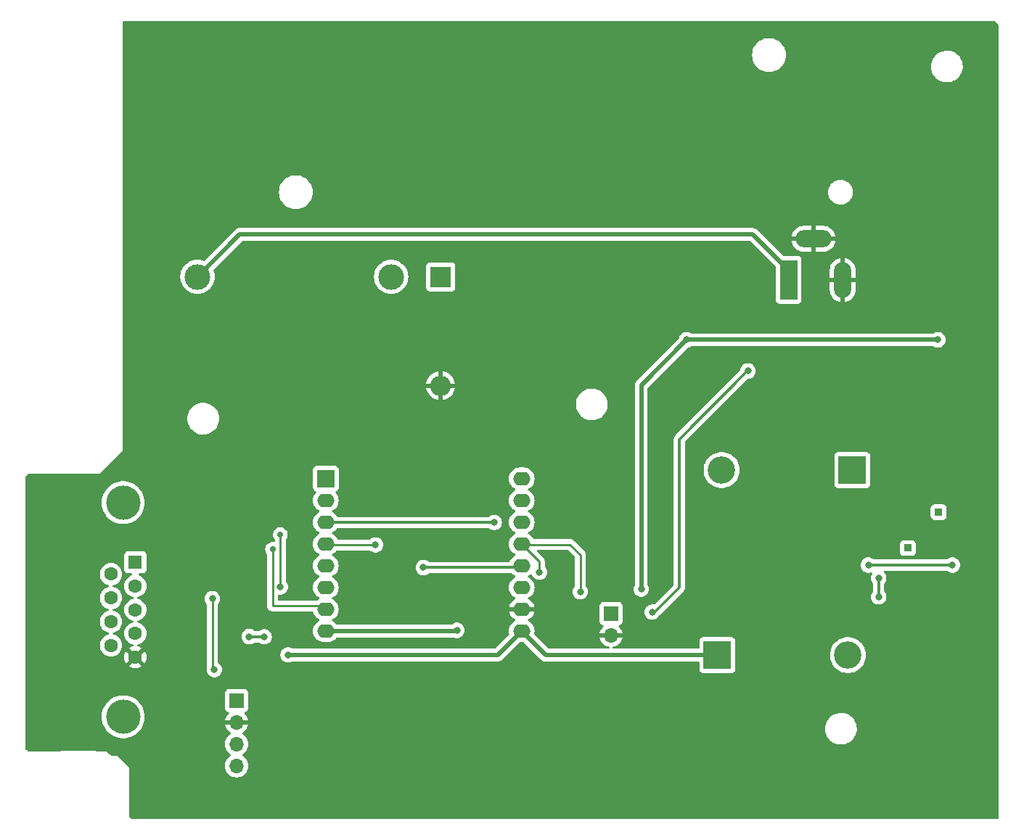
<source format=gbl>
G04 #@! TF.GenerationSoftware,KiCad,Pcbnew,(7.0.0-0)*
G04 #@! TF.CreationDate,2023-11-01T15:02:25+02:00*
G04 #@! TF.ProjectId,Untitled,556e7469-746c-4656-942e-6b696361645f,rev?*
G04 #@! TF.SameCoordinates,Original*
G04 #@! TF.FileFunction,Copper,L2,Bot*
G04 #@! TF.FilePolarity,Positive*
%FSLAX46Y46*%
G04 Gerber Fmt 4.6, Leading zero omitted, Abs format (unit mm)*
G04 Created by KiCad (PCBNEW (7.0.0-0)) date 2023-11-01 15:02:25*
%MOMM*%
%LPD*%
G01*
G04 APERTURE LIST*
G04 #@! TA.AperFunction,ComponentPad*
%ADD10R,1.700000X1.700000*%
G04 #@! TD*
G04 #@! TA.AperFunction,ComponentPad*
%ADD11O,1.700000X1.700000*%
G04 #@! TD*
G04 #@! TA.AperFunction,ComponentPad*
%ADD12R,3.200000X3.200000*%
G04 #@! TD*
G04 #@! TA.AperFunction,ComponentPad*
%ADD13O,3.200000X3.200000*%
G04 #@! TD*
G04 #@! TA.AperFunction,ComponentPad*
%ADD14R,2.000000X2.000000*%
G04 #@! TD*
G04 #@! TA.AperFunction,ComponentPad*
%ADD15O,2.000000X1.600000*%
G04 #@! TD*
G04 #@! TA.AperFunction,ComponentPad*
%ADD16R,0.850000X0.850000*%
G04 #@! TD*
G04 #@! TA.AperFunction,ComponentPad*
%ADD17C,4.000000*%
G04 #@! TD*
G04 #@! TA.AperFunction,ComponentPad*
%ADD18R,1.600000X1.600000*%
G04 #@! TD*
G04 #@! TA.AperFunction,ComponentPad*
%ADD19C,1.600000*%
G04 #@! TD*
G04 #@! TA.AperFunction,ComponentPad*
%ADD20R,2.400000X2.400000*%
G04 #@! TD*
G04 #@! TA.AperFunction,ComponentPad*
%ADD21O,2.400000X2.400000*%
G04 #@! TD*
G04 #@! TA.AperFunction,ComponentPad*
%ADD22R,2.000000X4.600000*%
G04 #@! TD*
G04 #@! TA.AperFunction,ComponentPad*
%ADD23O,2.000000X4.200000*%
G04 #@! TD*
G04 #@! TA.AperFunction,ComponentPad*
%ADD24O,4.200000X2.000000*%
G04 #@! TD*
G04 #@! TA.AperFunction,ComponentPad*
%ADD25C,3.000000*%
G04 #@! TD*
G04 #@! TA.AperFunction,ViaPad*
%ADD26C,0.800000*%
G04 #@! TD*
G04 #@! TA.AperFunction,ViaPad*
%ADD27C,0.700000*%
G04 #@! TD*
G04 #@! TA.AperFunction,Conductor*
%ADD28C,0.300000*%
G04 #@! TD*
G04 #@! TA.AperFunction,Conductor*
%ADD29C,0.500000*%
G04 #@! TD*
G04 #@! TA.AperFunction,Conductor*
%ADD30C,0.250000*%
G04 #@! TD*
G04 APERTURE END LIST*
D10*
X152779999Y-92644999D03*
D11*
X152779999Y-95184999D03*
D10*
X109099999Y-102799999D03*
D11*
X109099999Y-105339999D03*
X109099999Y-107879999D03*
X109099999Y-110419999D03*
D12*
X165179999Y-97499999D03*
D13*
X180419999Y-97499999D03*
D14*
X119499999Y-76899999D03*
D15*
X119499999Y-79439999D03*
X119499999Y-81979999D03*
X119499999Y-84519999D03*
X119499999Y-87059999D03*
X119499999Y-89599999D03*
X119499999Y-92139999D03*
X119499999Y-94679999D03*
X142359999Y-94679999D03*
X142359999Y-92139999D03*
X142359999Y-89599999D03*
X142359999Y-87059999D03*
X142359999Y-84519999D03*
X142359999Y-81979999D03*
X142359999Y-79439999D03*
X142359999Y-76899999D03*
D16*
X187399999Y-84999999D03*
D12*
X180919999Y-75899999D03*
D13*
X165679999Y-75899999D03*
D17*
X95859531Y-79703200D03*
X95859531Y-104703200D03*
D18*
X97279530Y-86663199D03*
D19*
X97279531Y-89433200D03*
X97279531Y-92203200D03*
X97279531Y-94973200D03*
X97279531Y-97743200D03*
X94439531Y-88048200D03*
X94439531Y-90818200D03*
X94439531Y-93588200D03*
X94439531Y-96358200D03*
D20*
X132899999Y-53349999D03*
D21*
X132899999Y-66049999D03*
D22*
X173499999Y-53699999D03*
D23*
X179799999Y-53699999D03*
D24*
X176399999Y-48899999D03*
D25*
X104524000Y-53340000D03*
X127124000Y-53340000D03*
D16*
X190999999Y-80799999D03*
D26*
X162060000Y-58630000D03*
X157320000Y-56020000D03*
X155700000Y-56250000D03*
X156900000Y-58130000D03*
X157580000Y-92480000D03*
X168740000Y-64340000D03*
X112300000Y-95360000D03*
X110560000Y-95340000D03*
X115100000Y-97470000D03*
X156300000Y-89800000D03*
X161600000Y-60700000D03*
X190900000Y-60700000D03*
X184000000Y-88500000D03*
X184000000Y-90700000D03*
X106260000Y-90920000D03*
D27*
X113284000Y-85152000D03*
D26*
X106490000Y-99180000D03*
D27*
X114200000Y-83440000D03*
D26*
X114200000Y-89540000D03*
X125300000Y-84640000D03*
X130890000Y-87280000D03*
X139150000Y-82020000D03*
X192600000Y-87000000D03*
X182800000Y-87000000D03*
X134800000Y-94600000D03*
X144415000Y-87822000D03*
X149200000Y-90100000D03*
D28*
X160750000Y-89580000D02*
X160750000Y-72310000D01*
X160750000Y-72310000D02*
X168720000Y-64340000D01*
X157580000Y-92480000D02*
X157850000Y-92480000D01*
X157850000Y-92480000D02*
X160750000Y-89580000D01*
X112300000Y-95360000D02*
X110580000Y-95360000D01*
X110580000Y-95360000D02*
X110560000Y-95340000D01*
D29*
X139570000Y-97470000D02*
X115100000Y-97470000D01*
X165180000Y-97500000D02*
X145180000Y-97500000D01*
X145180000Y-97500000D02*
X142360000Y-94680000D01*
X142360000Y-94680000D02*
X139570000Y-97470000D01*
X156300000Y-66000000D02*
X161600000Y-60700000D01*
X190900000Y-60700000D02*
X161600000Y-60700000D01*
X156300000Y-89800000D02*
X156300000Y-66000000D01*
D28*
X184000000Y-88500000D02*
X184000000Y-90700000D01*
D30*
X113284000Y-91756000D02*
X119116000Y-91756000D01*
X106260000Y-90920000D02*
X106260000Y-98950000D01*
X106260000Y-98950000D02*
X106490000Y-99180000D01*
X119116000Y-91756000D02*
X119500000Y-92140000D01*
X113284000Y-85152000D02*
X113284000Y-91756000D01*
X114200000Y-89540000D02*
X114200000Y-83440000D01*
X119620000Y-84640000D02*
X119500000Y-84520000D01*
X125300000Y-84640000D02*
X119620000Y-84640000D01*
D28*
X142360000Y-87060000D02*
X142140000Y-87280000D01*
X142140000Y-87280000D02*
X130890000Y-87280000D01*
X139150000Y-82020000D02*
X119540000Y-82020000D01*
X119540000Y-82020000D02*
X119500000Y-81980000D01*
D29*
X169300000Y-48400000D02*
X173500000Y-52600000D01*
X104524000Y-53340000D02*
X109464000Y-48400000D01*
X173500000Y-52600000D02*
X173500000Y-53700000D01*
X109464000Y-48400000D02*
X169300000Y-48400000D01*
D28*
X192600000Y-87000000D02*
X182800000Y-87000000D01*
D29*
X119500000Y-94680000D02*
X134720000Y-94680000D01*
X134720000Y-94680000D02*
X134800000Y-94600000D01*
D30*
X144415000Y-87822000D02*
X144415000Y-86575000D01*
X149200000Y-85800000D02*
X147980000Y-84580000D01*
X149200000Y-90100000D02*
X149200000Y-85800000D01*
X142420000Y-84580000D02*
X142360000Y-84520000D01*
X147980000Y-84580000D02*
X142420000Y-84580000D01*
X144415000Y-86575000D02*
X142360000Y-84520000D01*
G04 #@! TA.AperFunction,Conductor*
G36*
X197556091Y-23499439D02*
G01*
X197596318Y-23526318D01*
X197780000Y-23710000D01*
X197780000Y-116400000D01*
X197740000Y-116440000D01*
X96654000Y-116440000D01*
X96592000Y-116423387D01*
X96546613Y-116378000D01*
X96530000Y-116316000D01*
X96530000Y-110612211D01*
X96530000Y-110600000D01*
X96350000Y-110420000D01*
X107744341Y-110420000D01*
X107744813Y-110425395D01*
X107761157Y-110612211D01*
X107764937Y-110655408D01*
X107766336Y-110660630D01*
X107766337Y-110660634D01*
X107824694Y-110878430D01*
X107824697Y-110878438D01*
X107826097Y-110883663D01*
X107828385Y-110888570D01*
X107828386Y-110888572D01*
X107923678Y-111092927D01*
X107923681Y-111092933D01*
X107925965Y-111097830D01*
X107929064Y-111102257D01*
X107929066Y-111102259D01*
X108058399Y-111286966D01*
X108058402Y-111286970D01*
X108061505Y-111291401D01*
X108228599Y-111458495D01*
X108422170Y-111594035D01*
X108636337Y-111693903D01*
X108864592Y-111755063D01*
X109100000Y-111775659D01*
X109335408Y-111755063D01*
X109563663Y-111693903D01*
X109777830Y-111594035D01*
X109971401Y-111458495D01*
X110138495Y-111291401D01*
X110274035Y-111097830D01*
X110373903Y-110883663D01*
X110435063Y-110655408D01*
X110455659Y-110420000D01*
X110435063Y-110184592D01*
X110373903Y-109956337D01*
X110274035Y-109742171D01*
X110138495Y-109548599D01*
X109971401Y-109381505D01*
X109966968Y-109378401D01*
X109966961Y-109378395D01*
X109785842Y-109251575D01*
X109746976Y-109207257D01*
X109732965Y-109150000D01*
X109746976Y-109092743D01*
X109785842Y-109048425D01*
X109966961Y-108921604D01*
X109966961Y-108921603D01*
X109971401Y-108918495D01*
X110138495Y-108751401D01*
X110274035Y-108557830D01*
X110373903Y-108343663D01*
X110435063Y-108115408D01*
X110455659Y-107880000D01*
X110435063Y-107644592D01*
X110373903Y-107416337D01*
X110274035Y-107202171D01*
X110138495Y-107008599D01*
X109971401Y-106841505D01*
X109966970Y-106838402D01*
X109966966Y-106838399D01*
X109785405Y-106711269D01*
X109746540Y-106666951D01*
X109732529Y-106609694D01*
X109746540Y-106552437D01*
X109785406Y-106508119D01*
X109966638Y-106381219D01*
X109974909Y-106374278D01*
X110134278Y-106214909D01*
X110141215Y-106206643D01*
X110175440Y-106157765D01*
X177745788Y-106157765D01*
X177746282Y-106162262D01*
X177746283Y-106162267D01*
X177774917Y-106422506D01*
X177774918Y-106422513D01*
X177775414Y-106427018D01*
X177776559Y-106431398D01*
X177776561Y-106431408D01*
X177808203Y-106552438D01*
X177843928Y-106689088D01*
X177845693Y-106693242D01*
X177845696Y-106693250D01*
X177899767Y-106820489D01*
X177949870Y-106938390D01*
X177952226Y-106942251D01*
X177952229Y-106942256D01*
X178088019Y-107164755D01*
X178090982Y-107169610D01*
X178264255Y-107377820D01*
X178267630Y-107380844D01*
X178267631Y-107380845D01*
X178372330Y-107474656D01*
X178465998Y-107558582D01*
X178691910Y-107708044D01*
X178937176Y-107823020D01*
X179196569Y-107901060D01*
X179464561Y-107940500D01*
X179665369Y-107940500D01*
X179667631Y-107940500D01*
X179870156Y-107925677D01*
X180134553Y-107866780D01*
X180387558Y-107770014D01*
X180623777Y-107637441D01*
X180838177Y-107471888D01*
X181026186Y-107276881D01*
X181183799Y-107056579D01*
X181307656Y-106815675D01*
X181395118Y-106559305D01*
X181444319Y-106292933D01*
X181454212Y-106022235D01*
X181424586Y-105752982D01*
X181356072Y-105490912D01*
X181250130Y-105241610D01*
X181109018Y-105010390D01*
X180935745Y-104802180D01*
X180830759Y-104708112D01*
X180737382Y-104624446D01*
X180737378Y-104624442D01*
X180734002Y-104621418D01*
X180508090Y-104471956D01*
X180503996Y-104470036D01*
X180503991Y-104470034D01*
X180266929Y-104358904D01*
X180266925Y-104358902D01*
X180262824Y-104356980D01*
X180258477Y-104355672D01*
X180258474Y-104355671D01*
X180007772Y-104280246D01*
X180007771Y-104280245D01*
X180003431Y-104278940D01*
X179998957Y-104278281D01*
X179998950Y-104278280D01*
X179739913Y-104240158D01*
X179739907Y-104240157D01*
X179735439Y-104239500D01*
X179532369Y-104239500D01*
X179530120Y-104239664D01*
X179530109Y-104239665D01*
X179334363Y-104253992D01*
X179334359Y-104253992D01*
X179329844Y-104254323D01*
X179325426Y-104255307D01*
X179325420Y-104255308D01*
X179069877Y-104312232D01*
X179069861Y-104312236D01*
X179065447Y-104313220D01*
X179061216Y-104314838D01*
X179061210Y-104314840D01*
X178816673Y-104408367D01*
X178816663Y-104408371D01*
X178812442Y-104409986D01*
X178808494Y-104412201D01*
X178808489Y-104412204D01*
X178580176Y-104540340D01*
X178580171Y-104540343D01*
X178576223Y-104542559D01*
X178572639Y-104545325D01*
X178572635Y-104545329D01*
X178365407Y-104705343D01*
X178365394Y-104705354D01*
X178361823Y-104708112D01*
X178358685Y-104711366D01*
X178358678Y-104711373D01*
X178176958Y-104899857D01*
X178176952Y-104899864D01*
X178173814Y-104903119D01*
X178171189Y-104906787D01*
X178171179Y-104906800D01*
X178018834Y-105119740D01*
X178018830Y-105119745D01*
X178016201Y-105123421D01*
X178014132Y-105127444D01*
X178014129Y-105127450D01*
X177894416Y-105360293D01*
X177894411Y-105360304D01*
X177892344Y-105364325D01*
X177890884Y-105368602D01*
X177890879Y-105368616D01*
X177806348Y-105616395D01*
X177806344Y-105616407D01*
X177804882Y-105620695D01*
X177804057Y-105625159D01*
X177804057Y-105625161D01*
X177756504Y-105882606D01*
X177756502Y-105882619D01*
X177755681Y-105887067D01*
X177755515Y-105891593D01*
X177755515Y-105891599D01*
X177750576Y-106026762D01*
X177745788Y-106157765D01*
X110175440Y-106157765D01*
X110270498Y-106022008D01*
X110275886Y-106012676D01*
X110371143Y-105808397D01*
X110374831Y-105798263D01*
X110426943Y-105603780D01*
X110427311Y-105592551D01*
X110416369Y-105590000D01*
X107783631Y-105590000D01*
X107772688Y-105592551D01*
X107773056Y-105603780D01*
X107825168Y-105798263D01*
X107828856Y-105808397D01*
X107924113Y-106012676D01*
X107929501Y-106022008D01*
X108058784Y-106206643D01*
X108065721Y-106214909D01*
X108225090Y-106374278D01*
X108233356Y-106381215D01*
X108414595Y-106508120D01*
X108453460Y-106552438D01*
X108467471Y-106609695D01*
X108453460Y-106666952D01*
X108414594Y-106711270D01*
X108233034Y-106838399D01*
X108233029Y-106838402D01*
X108228599Y-106841505D01*
X108224775Y-106845328D01*
X108224769Y-106845334D01*
X108065334Y-107004769D01*
X108065328Y-107004775D01*
X108061505Y-107008599D01*
X108058402Y-107013029D01*
X108058399Y-107013034D01*
X107929073Y-107197731D01*
X107929068Y-107197738D01*
X107925965Y-107202171D01*
X107923677Y-107207077D01*
X107923675Y-107207081D01*
X107828386Y-107411427D01*
X107828383Y-107411432D01*
X107826097Y-107416337D01*
X107824698Y-107421557D01*
X107824694Y-107421569D01*
X107766337Y-107639365D01*
X107766335Y-107639371D01*
X107764937Y-107644592D01*
X107764465Y-107649977D01*
X107764465Y-107649982D01*
X107759217Y-107709965D01*
X107744341Y-107880000D01*
X107744813Y-107885395D01*
X107749576Y-107939841D01*
X107764937Y-108115408D01*
X107766336Y-108120630D01*
X107766337Y-108120634D01*
X107824694Y-108338430D01*
X107824697Y-108338438D01*
X107826097Y-108343663D01*
X107828385Y-108348570D01*
X107828386Y-108348572D01*
X107923678Y-108552927D01*
X107923681Y-108552933D01*
X107925965Y-108557830D01*
X107929064Y-108562257D01*
X107929066Y-108562259D01*
X108058399Y-108746966D01*
X108058402Y-108746970D01*
X108061505Y-108751401D01*
X108228599Y-108918495D01*
X108233032Y-108921599D01*
X108233038Y-108921604D01*
X108414158Y-109048425D01*
X108453024Y-109092743D01*
X108467035Y-109150000D01*
X108453024Y-109207257D01*
X108414159Y-109251575D01*
X108233041Y-109378395D01*
X108228599Y-109381505D01*
X108224775Y-109385328D01*
X108224769Y-109385334D01*
X108065334Y-109544769D01*
X108065328Y-109544775D01*
X108061505Y-109548599D01*
X108058402Y-109553029D01*
X108058399Y-109553034D01*
X107929073Y-109737731D01*
X107929068Y-109737738D01*
X107925965Y-109742171D01*
X107923677Y-109747077D01*
X107923675Y-109747081D01*
X107828386Y-109951427D01*
X107828383Y-109951432D01*
X107826097Y-109956337D01*
X107824698Y-109961557D01*
X107824694Y-109961569D01*
X107766337Y-110179365D01*
X107766335Y-110179371D01*
X107764937Y-110184592D01*
X107764465Y-110189977D01*
X107764465Y-110189982D01*
X107744813Y-110414605D01*
X107744341Y-110420000D01*
X96350000Y-110420000D01*
X94990000Y-109060000D01*
X94260000Y-109060000D01*
X93760000Y-108560000D01*
X84680000Y-108560000D01*
X84663674Y-108560000D01*
X84584000Y-108560000D01*
X84522000Y-108543387D01*
X84476613Y-108498000D01*
X84460000Y-108436000D01*
X84460000Y-104703200D01*
X93354087Y-104703200D01*
X93373843Y-105017215D01*
X93374570Y-105021027D01*
X93374572Y-105021041D01*
X93417443Y-105245776D01*
X93432800Y-105326279D01*
X93530028Y-105625515D01*
X93663994Y-105910207D01*
X93666076Y-105913488D01*
X93666079Y-105913493D01*
X93830493Y-106172569D01*
X93830497Y-106172575D01*
X93832584Y-106175863D01*
X93835063Y-106178860D01*
X93835067Y-106178865D01*
X93925683Y-106288400D01*
X94033141Y-106418294D01*
X94262501Y-106633678D01*
X94517047Y-106818616D01*
X94792765Y-106970194D01*
X95085306Y-107086019D01*
X95390058Y-107164266D01*
X95702213Y-107203700D01*
X96012954Y-107203700D01*
X96016849Y-107203700D01*
X96329004Y-107164266D01*
X96633756Y-107086019D01*
X96926297Y-106970194D01*
X97202015Y-106818616D01*
X97456561Y-106633678D01*
X97685921Y-106418294D01*
X97886478Y-106175863D01*
X98055068Y-105910207D01*
X98189034Y-105625515D01*
X98286262Y-105326279D01*
X98345219Y-105017215D01*
X98364975Y-104703200D01*
X98345219Y-104389185D01*
X98286262Y-104080121D01*
X98189034Y-103780885D01*
X98148421Y-103694578D01*
X107749500Y-103694578D01*
X107749501Y-103697872D01*
X107749853Y-103701150D01*
X107749854Y-103701161D01*
X107755079Y-103749768D01*
X107755080Y-103749773D01*
X107755909Y-103757483D01*
X107758619Y-103764749D01*
X107758620Y-103764753D01*
X107792217Y-103854831D01*
X107806204Y-103892331D01*
X107892454Y-104007546D01*
X108007669Y-104093796D01*
X108139598Y-104143002D01*
X108189977Y-104177981D01*
X108217431Y-104232825D01*
X108215242Y-104294118D01*
X108183947Y-104346865D01*
X108065714Y-104465098D01*
X108058784Y-104473357D01*
X107929508Y-104657982D01*
X107924110Y-104667332D01*
X107828856Y-104871602D01*
X107825168Y-104881736D01*
X107773056Y-105076219D01*
X107772688Y-105087448D01*
X107783631Y-105090000D01*
X110416369Y-105090000D01*
X110427311Y-105087448D01*
X110426943Y-105076219D01*
X110374831Y-104881736D01*
X110371143Y-104871602D01*
X110275889Y-104667332D01*
X110270491Y-104657982D01*
X110141215Y-104473357D01*
X110134280Y-104465092D01*
X110016053Y-104346865D01*
X109984757Y-104294119D01*
X109982568Y-104232825D01*
X110010022Y-104177981D01*
X110060398Y-104143003D01*
X110192331Y-104093796D01*
X110307546Y-104007546D01*
X110393796Y-103892331D01*
X110444091Y-103757483D01*
X110450500Y-103697873D01*
X110450499Y-101902128D01*
X110444091Y-101842517D01*
X110393796Y-101707669D01*
X110307546Y-101592454D01*
X110192331Y-101506204D01*
X110057483Y-101455909D01*
X110049770Y-101455079D01*
X110049767Y-101455079D01*
X110001180Y-101449855D01*
X110001169Y-101449854D01*
X109997873Y-101449500D01*
X109994550Y-101449500D01*
X108205439Y-101449500D01*
X108205420Y-101449500D01*
X108202128Y-101449501D01*
X108198850Y-101449853D01*
X108198838Y-101449854D01*
X108150231Y-101455079D01*
X108150225Y-101455080D01*
X108142517Y-101455909D01*
X108135252Y-101458618D01*
X108135246Y-101458620D01*
X108015980Y-101503104D01*
X108015978Y-101503104D01*
X108007669Y-101506204D01*
X108000572Y-101511516D01*
X108000568Y-101511519D01*
X107899550Y-101587141D01*
X107899546Y-101587144D01*
X107892454Y-101592454D01*
X107887144Y-101599546D01*
X107887141Y-101599550D01*
X107811519Y-101700568D01*
X107811516Y-101700572D01*
X107806204Y-101707669D01*
X107803104Y-101715978D01*
X107803104Y-101715980D01*
X107758620Y-101835247D01*
X107758619Y-101835250D01*
X107755909Y-101842517D01*
X107755079Y-101850227D01*
X107755079Y-101850232D01*
X107749855Y-101898819D01*
X107749854Y-101898831D01*
X107749500Y-101902127D01*
X107749500Y-101905448D01*
X107749500Y-101905449D01*
X107749500Y-103694560D01*
X107749500Y-103694578D01*
X98148421Y-103694578D01*
X98055068Y-103496193D01*
X97886478Y-103230537D01*
X97685921Y-102988106D01*
X97456561Y-102772722D01*
X97202015Y-102587784D01*
X97198612Y-102585913D01*
X97198607Y-102585910D01*
X96929714Y-102438084D01*
X96929707Y-102438080D01*
X96926297Y-102436206D01*
X96922671Y-102434770D01*
X96922666Y-102434768D01*
X96637378Y-102321815D01*
X96637377Y-102321814D01*
X96633756Y-102320381D01*
X96629986Y-102319413D01*
X96629983Y-102319412D01*
X96332787Y-102243105D01*
X96332782Y-102243104D01*
X96329004Y-102242134D01*
X96325133Y-102241645D01*
X96325128Y-102241644D01*
X96020715Y-102203188D01*
X96020708Y-102203187D01*
X96016849Y-102202700D01*
X95702213Y-102202700D01*
X95698354Y-102203187D01*
X95698346Y-102203188D01*
X95393933Y-102241644D01*
X95393925Y-102241645D01*
X95390058Y-102242134D01*
X95386282Y-102243103D01*
X95386274Y-102243105D01*
X95089078Y-102319412D01*
X95089070Y-102319414D01*
X95085306Y-102320381D01*
X95081689Y-102321812D01*
X95081683Y-102321815D01*
X94796395Y-102434768D01*
X94796384Y-102434772D01*
X94792765Y-102436206D01*
X94789360Y-102438077D01*
X94789347Y-102438084D01*
X94520454Y-102585910D01*
X94520442Y-102585917D01*
X94517047Y-102587784D01*
X94513903Y-102590067D01*
X94513897Y-102590072D01*
X94265657Y-102770428D01*
X94265646Y-102770436D01*
X94262501Y-102772722D01*
X94259666Y-102775383D01*
X94259659Y-102775390D01*
X94035978Y-102985441D01*
X94035971Y-102985448D01*
X94033141Y-102988106D01*
X94030666Y-102991097D01*
X94030662Y-102991102D01*
X93835067Y-103227534D01*
X93835057Y-103227546D01*
X93832584Y-103230537D01*
X93830502Y-103233816D01*
X93830493Y-103233830D01*
X93666079Y-103492906D01*
X93666072Y-103492917D01*
X93663994Y-103496193D01*
X93662341Y-103499704D01*
X93662338Y-103499711D01*
X93537619Y-103764753D01*
X93530028Y-103780885D01*
X93528826Y-103784582D01*
X93528824Y-103784589D01*
X93458687Y-104000449D01*
X93432800Y-104080121D01*
X93432071Y-104083941D01*
X93432069Y-104083950D01*
X93374572Y-104385358D01*
X93374569Y-104385374D01*
X93373843Y-104389185D01*
X93373598Y-104393076D01*
X93373598Y-104393078D01*
X93368547Y-104473357D01*
X93354087Y-104703200D01*
X84460000Y-104703200D01*
X84460000Y-98821903D01*
X96557748Y-98821903D01*
X96565181Y-98830014D01*
X96622608Y-98870225D01*
X96631958Y-98875623D01*
X96828299Y-98967179D01*
X96838433Y-98970867D01*
X97047693Y-99026939D01*
X97058324Y-99028813D01*
X97274136Y-99047694D01*
X97284926Y-99047694D01*
X97500737Y-99028813D01*
X97511368Y-99026939D01*
X97720628Y-98970867D01*
X97730762Y-98967179D01*
X97927106Y-98875622D01*
X97936451Y-98870226D01*
X97993879Y-98830014D01*
X98001311Y-98821903D01*
X97995398Y-98812621D01*
X97291073Y-98108295D01*
X97279531Y-98101631D01*
X97267988Y-98108295D01*
X96563659Y-98812624D01*
X96557748Y-98821903D01*
X84460000Y-98821903D01*
X84460000Y-97748595D01*
X95975037Y-97748595D01*
X95993917Y-97964406D01*
X95995791Y-97975037D01*
X96051863Y-98184297D01*
X96055551Y-98194431D01*
X96147107Y-98390772D01*
X96152505Y-98400122D01*
X96192715Y-98457548D01*
X96200826Y-98464981D01*
X96210105Y-98459070D01*
X96914434Y-97754742D01*
X96921098Y-97743200D01*
X97637962Y-97743200D01*
X97644626Y-97754742D01*
X98348952Y-98459067D01*
X98358234Y-98464980D01*
X98366345Y-98457548D01*
X98406557Y-98400120D01*
X98411953Y-98390775D01*
X98503510Y-98194431D01*
X98507198Y-98184297D01*
X98563270Y-97975037D01*
X98565144Y-97964406D01*
X98584025Y-97748595D01*
X98584025Y-97737805D01*
X98565144Y-97521993D01*
X98563270Y-97511362D01*
X98507198Y-97302102D01*
X98503510Y-97291968D01*
X98411954Y-97095627D01*
X98406556Y-97086277D01*
X98366345Y-97028850D01*
X98358234Y-97021417D01*
X98348955Y-97027328D01*
X97644626Y-97731657D01*
X97637962Y-97743200D01*
X96921098Y-97743200D01*
X96914434Y-97731657D01*
X96210105Y-97027328D01*
X96200827Y-97021417D01*
X96192714Y-97028851D01*
X96152502Y-97086281D01*
X96147108Y-97095625D01*
X96055551Y-97291968D01*
X96051863Y-97302102D01*
X95995791Y-97511362D01*
X95993917Y-97521993D01*
X95975037Y-97737805D01*
X95975037Y-97748595D01*
X84460000Y-97748595D01*
X84460000Y-96358200D01*
X93134063Y-96358200D01*
X93134535Y-96363594D01*
X93152667Y-96570852D01*
X93153896Y-96584892D01*
X93155293Y-96590107D01*
X93155295Y-96590116D01*
X93211389Y-96799463D01*
X93211392Y-96799471D01*
X93212792Y-96804696D01*
X93308963Y-97010934D01*
X93312070Y-97015371D01*
X93312071Y-97015373D01*
X93396131Y-97135424D01*
X93439484Y-97197339D01*
X93600392Y-97358247D01*
X93786797Y-97488768D01*
X93993035Y-97584939D01*
X94212839Y-97643835D01*
X94439531Y-97663668D01*
X94666223Y-97643835D01*
X94886027Y-97584939D01*
X95092265Y-97488768D01*
X95278670Y-97358247D01*
X95439578Y-97197339D01*
X95570099Y-97010934D01*
X95666270Y-96804696D01*
X95725166Y-96584892D01*
X95744999Y-96358200D01*
X95725166Y-96131508D01*
X95666270Y-95911704D01*
X95570099Y-95705466D01*
X95439578Y-95519061D01*
X95278670Y-95358153D01*
X95156898Y-95272888D01*
X95096704Y-95230740D01*
X95096702Y-95230739D01*
X95092265Y-95227632D01*
X94886027Y-95131461D01*
X94880802Y-95130061D01*
X94880794Y-95130058D01*
X94763298Y-95098576D01*
X94742393Y-95092974D01*
X94686806Y-95060881D01*
X94654712Y-95005294D01*
X94654712Y-94973200D01*
X95974063Y-94973200D01*
X95974535Y-94978595D01*
X95991998Y-95178204D01*
X95993896Y-95199892D01*
X95995293Y-95205107D01*
X95995295Y-95205116D01*
X96051389Y-95414463D01*
X96051392Y-95414471D01*
X96052792Y-95419696D01*
X96055080Y-95424603D01*
X96055081Y-95424605D01*
X96072750Y-95462496D01*
X96148963Y-95625934D01*
X96152070Y-95630371D01*
X96152071Y-95630373D01*
X96208089Y-95710376D01*
X96279484Y-95812339D01*
X96440392Y-95973247D01*
X96626797Y-96103768D01*
X96833035Y-96199939D01*
X96977633Y-96238683D01*
X97033220Y-96270776D01*
X97065314Y-96326364D01*
X97065314Y-96390551D01*
X97033221Y-96446139D01*
X96977633Y-96478233D01*
X96838433Y-96515532D01*
X96828299Y-96519220D01*
X96631956Y-96610777D01*
X96622612Y-96616171D01*
X96565182Y-96656383D01*
X96557748Y-96664496D01*
X96563659Y-96673774D01*
X97267988Y-97378103D01*
X97279531Y-97384767D01*
X97291073Y-97378103D01*
X97995401Y-96673774D01*
X98001312Y-96664495D01*
X97993879Y-96656384D01*
X97936453Y-96616174D01*
X97927103Y-96610776D01*
X97730762Y-96519220D01*
X97720628Y-96515532D01*
X97581428Y-96478233D01*
X97525840Y-96446139D01*
X97493747Y-96390551D01*
X97493747Y-96326364D01*
X97525841Y-96270776D01*
X97581426Y-96238684D01*
X97726027Y-96199939D01*
X97932265Y-96103768D01*
X98118670Y-95973247D01*
X98279578Y-95812339D01*
X98410099Y-95625934D01*
X98506270Y-95419696D01*
X98565166Y-95199892D01*
X98584999Y-94973200D01*
X98565166Y-94746508D01*
X98553624Y-94703431D01*
X98507672Y-94531936D01*
X98507671Y-94531934D01*
X98506270Y-94526704D01*
X98410099Y-94320466D01*
X98279578Y-94134061D01*
X98118670Y-93973153D01*
X97932265Y-93842632D01*
X97726027Y-93746461D01*
X97720802Y-93745061D01*
X97720794Y-93745058D01*
X97603298Y-93713576D01*
X97582393Y-93707974D01*
X97526806Y-93675881D01*
X97494712Y-93620294D01*
X97494712Y-93556106D01*
X97526806Y-93500519D01*
X97582393Y-93468425D01*
X97726027Y-93429939D01*
X97932265Y-93333768D01*
X98118670Y-93203247D01*
X98279578Y-93042339D01*
X98410099Y-92855934D01*
X98506270Y-92649696D01*
X98565166Y-92429892D01*
X98584999Y-92203200D01*
X98565166Y-91976508D01*
X98557733Y-91948768D01*
X98507672Y-91761936D01*
X98507671Y-91761934D01*
X98506270Y-91756704D01*
X98410099Y-91550466D01*
X98279578Y-91364061D01*
X98118670Y-91203153D01*
X98006714Y-91124761D01*
X97936704Y-91075740D01*
X97936702Y-91075739D01*
X97932265Y-91072632D01*
X97791820Y-91007141D01*
X97730936Y-90978750D01*
X97730934Y-90978749D01*
X97726027Y-90976461D01*
X97720802Y-90975061D01*
X97720794Y-90975058D01*
X97603298Y-90943576D01*
X97582393Y-90937974D01*
X97551261Y-90920000D01*
X105354540Y-90920000D01*
X105355219Y-90926460D01*
X105373646Y-91101795D01*
X105373647Y-91101803D01*
X105374326Y-91108256D01*
X105376331Y-91114428D01*
X105376333Y-91114435D01*
X105430813Y-91282105D01*
X105432821Y-91288284D01*
X105436068Y-91293908D01*
X105436069Y-91293910D01*
X105515876Y-91432141D01*
X105527467Y-91452216D01*
X105531811Y-91457041D01*
X105531813Y-91457043D01*
X105602650Y-91535715D01*
X105626264Y-91574249D01*
X105634500Y-91618687D01*
X105634500Y-98872223D01*
X105633978Y-98883279D01*
X105632327Y-98890667D01*
X105632502Y-98896261D01*
X105627497Y-98920428D01*
X105604326Y-98991744D01*
X105603647Y-98998200D01*
X105603646Y-98998207D01*
X105588266Y-99144550D01*
X105584540Y-99180000D01*
X105585219Y-99186460D01*
X105603646Y-99361795D01*
X105603647Y-99361803D01*
X105604326Y-99368256D01*
X105606331Y-99374428D01*
X105606333Y-99374435D01*
X105631032Y-99450449D01*
X105662821Y-99548284D01*
X105666068Y-99553908D01*
X105666069Y-99553910D01*
X105689267Y-99594091D01*
X105757467Y-99712216D01*
X105884129Y-99852888D01*
X106037270Y-99964151D01*
X106210197Y-100041144D01*
X106395354Y-100080500D01*
X106578143Y-100080500D01*
X106584646Y-100080500D01*
X106769803Y-100041144D01*
X106942730Y-99964151D01*
X107095871Y-99852888D01*
X107222533Y-99712216D01*
X107317179Y-99548284D01*
X107375674Y-99368256D01*
X107395460Y-99180000D01*
X107375674Y-98991744D01*
X107317179Y-98811716D01*
X107222533Y-98647784D01*
X107095871Y-98507112D01*
X107090613Y-98503292D01*
X107090611Y-98503290D01*
X106947985Y-98399667D01*
X106942730Y-98395849D01*
X106942729Y-98395849D01*
X106943247Y-98395136D01*
X106902111Y-98353997D01*
X106885500Y-98292000D01*
X106885500Y-97470000D01*
X114194540Y-97470000D01*
X114195219Y-97476460D01*
X114213646Y-97651795D01*
X114213647Y-97651803D01*
X114214326Y-97658256D01*
X114216331Y-97664428D01*
X114216333Y-97664435D01*
X114270813Y-97832105D01*
X114272821Y-97838284D01*
X114276068Y-97843908D01*
X114276069Y-97843910D01*
X114362891Y-97994291D01*
X114367467Y-98002216D01*
X114371811Y-98007041D01*
X114371813Y-98007043D01*
X114488512Y-98136650D01*
X114494129Y-98142888D01*
X114499387Y-98146708D01*
X114499388Y-98146709D01*
X114503133Y-98149430D01*
X114647270Y-98254151D01*
X114820197Y-98331144D01*
X115005354Y-98370500D01*
X115188143Y-98370500D01*
X115194646Y-98370500D01*
X115379803Y-98331144D01*
X115552730Y-98254151D01*
X115566454Y-98244179D01*
X115601018Y-98226569D01*
X115639336Y-98220500D01*
X139506293Y-98220500D01*
X139524264Y-98221809D01*
X139528160Y-98222379D01*
X139548023Y-98225289D01*
X139597368Y-98220972D01*
X139608176Y-98220500D01*
X139610100Y-98220500D01*
X139613709Y-98220500D01*
X139644550Y-98216894D01*
X139648031Y-98216539D01*
X139722797Y-98209999D01*
X139729653Y-98207726D01*
X139733043Y-98207027D01*
X139733375Y-98206973D01*
X139733728Y-98206873D01*
X139737071Y-98206080D01*
X139744255Y-98205241D01*
X139814760Y-98179579D01*
X139818118Y-98178412D01*
X139889334Y-98154814D01*
X139895486Y-98151018D01*
X139898607Y-98149564D01*
X139898929Y-98149430D01*
X139899238Y-98149258D01*
X139902315Y-98147712D01*
X139909117Y-98145237D01*
X139971837Y-98103984D01*
X139974732Y-98102140D01*
X140038656Y-98062712D01*
X140043763Y-98057603D01*
X140046476Y-98055459D01*
X140046758Y-98055254D01*
X140047029Y-98055007D01*
X140049659Y-98052799D01*
X140055696Y-98048830D01*
X140107185Y-97994253D01*
X140109629Y-97991737D01*
X142084548Y-96016819D01*
X142124777Y-95989939D01*
X142172230Y-95980500D01*
X142547770Y-95980500D01*
X142595223Y-95989939D01*
X142635451Y-96016819D01*
X144604267Y-97985634D01*
X144616049Y-97999267D01*
X144626077Y-98012738D01*
X144626081Y-98012742D01*
X144630390Y-98018530D01*
X144668352Y-98050384D01*
X144676314Y-98057680D01*
X144680223Y-98061590D01*
X144683055Y-98063829D01*
X144683065Y-98063838D01*
X144704542Y-98080819D01*
X144707298Y-98083063D01*
X144764786Y-98131302D01*
X144771245Y-98134546D01*
X144774134Y-98136446D01*
X144774417Y-98136650D01*
X144774710Y-98136814D01*
X144777659Y-98138632D01*
X144783323Y-98143111D01*
X144851357Y-98174835D01*
X144854483Y-98176348D01*
X144921567Y-98210040D01*
X144928597Y-98211705D01*
X144931831Y-98212883D01*
X144932163Y-98213020D01*
X144932493Y-98213114D01*
X144935781Y-98214203D01*
X144942327Y-98217256D01*
X145015862Y-98232439D01*
X145019223Y-98233184D01*
X145092279Y-98250500D01*
X145099509Y-98250500D01*
X145102949Y-98250902D01*
X145103286Y-98250956D01*
X145103640Y-98250972D01*
X145107066Y-98251271D01*
X145114144Y-98252733D01*
X145189110Y-98250552D01*
X145192717Y-98250500D01*
X162955501Y-98250500D01*
X163017501Y-98267113D01*
X163062888Y-98312500D01*
X163079501Y-98374500D01*
X163079501Y-99147872D01*
X163079853Y-99151150D01*
X163079854Y-99151161D01*
X163085079Y-99199768D01*
X163085080Y-99199773D01*
X163085909Y-99207483D01*
X163088619Y-99214749D01*
X163088620Y-99214753D01*
X163090598Y-99220055D01*
X163136204Y-99342331D01*
X163222454Y-99457546D01*
X163337669Y-99543796D01*
X163472517Y-99594091D01*
X163532127Y-99600500D01*
X166827872Y-99600499D01*
X166887483Y-99594091D01*
X167022331Y-99543796D01*
X167137546Y-99457546D01*
X167223796Y-99342331D01*
X167274091Y-99207483D01*
X167280500Y-99147873D01*
X167280499Y-97500000D01*
X178314592Y-97500000D01*
X178334202Y-97786686D01*
X178335061Y-97790824D01*
X178335063Y-97790832D01*
X178390053Y-98055459D01*
X178392666Y-98068032D01*
X178394084Y-98072023D01*
X178394085Y-98072025D01*
X178486656Y-98332496D01*
X178488896Y-98338797D01*
X178490843Y-98342555D01*
X178490845Y-98342559D01*
X178574130Y-98503290D01*
X178621099Y-98593936D01*
X178623545Y-98597401D01*
X178784366Y-98825235D01*
X178784370Y-98825240D01*
X178786811Y-98828698D01*
X178857374Y-98904252D01*
X178973705Y-99028813D01*
X178982947Y-99038708D01*
X179205853Y-99220055D01*
X179451375Y-99369361D01*
X179455260Y-99371048D01*
X179455261Y-99371049D01*
X179654397Y-99457546D01*
X179714942Y-99483844D01*
X179935384Y-99545608D01*
X179987562Y-99560228D01*
X179987564Y-99560228D01*
X179991642Y-99561371D01*
X180276322Y-99600500D01*
X180559441Y-99600500D01*
X180563678Y-99600500D01*
X180848358Y-99561371D01*
X181125058Y-99483844D01*
X181388625Y-99369361D01*
X181634147Y-99220055D01*
X181857053Y-99038708D01*
X182053189Y-98828698D01*
X182218901Y-98593936D01*
X182351104Y-98338797D01*
X182447334Y-98068032D01*
X182505798Y-97786686D01*
X182525408Y-97500000D01*
X182505798Y-97213314D01*
X182447334Y-96931968D01*
X182351104Y-96661203D01*
X182218901Y-96406064D01*
X182091951Y-96226215D01*
X182055633Y-96174764D01*
X182055630Y-96174761D01*
X182053189Y-96171302D01*
X181900729Y-96008057D01*
X181859940Y-95964383D01*
X181859938Y-95964381D01*
X181857053Y-95961292D01*
X181853771Y-95958622D01*
X181853768Y-95958619D01*
X181637429Y-95782615D01*
X181637428Y-95782614D01*
X181634147Y-95779945D01*
X181469873Y-95680047D01*
X181392243Y-95632839D01*
X181392241Y-95632838D01*
X181388625Y-95630639D01*
X181384745Y-95628953D01*
X181384738Y-95628950D01*
X181128939Y-95517841D01*
X181128929Y-95517837D01*
X181125058Y-95516156D01*
X181119872Y-95514703D01*
X180852437Y-95439771D01*
X180852424Y-95439768D01*
X180848358Y-95438629D01*
X180844168Y-95438053D01*
X180844158Y-95438051D01*
X180567875Y-95400076D01*
X180567862Y-95400075D01*
X180563678Y-95399500D01*
X180276322Y-95399500D01*
X180272138Y-95400075D01*
X180272124Y-95400076D01*
X179995841Y-95438051D01*
X179995828Y-95438053D01*
X179991642Y-95438629D01*
X179987577Y-95439767D01*
X179987562Y-95439771D01*
X179719013Y-95515015D01*
X179719008Y-95515016D01*
X179714942Y-95516156D01*
X179711075Y-95517835D01*
X179711060Y-95517841D01*
X179455261Y-95628950D01*
X179455248Y-95628956D01*
X179451375Y-95630639D01*
X179447764Y-95632834D01*
X179447756Y-95632839D01*
X179209465Y-95777748D01*
X179209460Y-95777751D01*
X179205853Y-95779945D01*
X179202578Y-95782609D01*
X179202570Y-95782615D01*
X178986231Y-95958619D01*
X178986220Y-95958628D01*
X178982947Y-95961292D01*
X178980068Y-95964374D01*
X178980059Y-95964383D01*
X178789699Y-96168209D01*
X178789694Y-96168214D01*
X178786811Y-96171302D01*
X178784375Y-96174752D01*
X178784366Y-96174764D01*
X178623545Y-96402598D01*
X178623541Y-96402603D01*
X178621099Y-96406064D01*
X178619153Y-96409818D01*
X178619149Y-96409826D01*
X178490845Y-96657440D01*
X178490840Y-96657450D01*
X178488896Y-96661203D01*
X178487479Y-96665188D01*
X178487475Y-96665199D01*
X178394085Y-96927974D01*
X178392666Y-96931968D01*
X178391804Y-96936113D01*
X178391803Y-96936119D01*
X178335063Y-97209167D01*
X178335061Y-97209177D01*
X178334202Y-97213314D01*
X178333913Y-97217529D01*
X178333913Y-97217534D01*
X178324550Y-97354417D01*
X178314592Y-97500000D01*
X167280499Y-97500000D01*
X167280499Y-95852128D01*
X167274091Y-95792517D01*
X167223796Y-95657669D01*
X167137546Y-95542454D01*
X167112221Y-95523496D01*
X167029431Y-95461519D01*
X167029430Y-95461518D01*
X167022331Y-95456204D01*
X166924448Y-95419696D01*
X166894752Y-95408620D01*
X166894750Y-95408619D01*
X166887483Y-95405909D01*
X166879770Y-95405079D01*
X166879767Y-95405079D01*
X166831180Y-95399855D01*
X166831169Y-95399854D01*
X166827873Y-95399500D01*
X166824550Y-95399500D01*
X163535439Y-95399500D01*
X163535420Y-95399500D01*
X163532128Y-95399501D01*
X163528850Y-95399853D01*
X163528838Y-95399854D01*
X163480231Y-95405079D01*
X163480225Y-95405080D01*
X163472517Y-95405909D01*
X163465252Y-95408618D01*
X163465246Y-95408620D01*
X163345980Y-95453104D01*
X163345978Y-95453104D01*
X163337669Y-95456204D01*
X163330572Y-95461516D01*
X163330568Y-95461519D01*
X163229550Y-95537141D01*
X163229546Y-95537144D01*
X163222454Y-95542454D01*
X163217144Y-95549546D01*
X163217141Y-95549550D01*
X163141519Y-95650568D01*
X163141516Y-95650572D01*
X163136204Y-95657669D01*
X163133104Y-95665978D01*
X163133104Y-95665980D01*
X163088620Y-95785247D01*
X163088619Y-95785250D01*
X163085909Y-95792517D01*
X163085079Y-95800227D01*
X163085079Y-95800232D01*
X163079855Y-95848819D01*
X163079854Y-95848831D01*
X163079500Y-95852127D01*
X163079500Y-95855449D01*
X163079500Y-96625500D01*
X163062887Y-96687500D01*
X163017500Y-96732887D01*
X162955500Y-96749500D01*
X153099081Y-96749500D01*
X153041824Y-96735489D01*
X152997506Y-96696623D01*
X152976142Y-96641685D01*
X152982559Y-96583089D01*
X153015308Y-96534078D01*
X153066988Y-96505725D01*
X153238261Y-96459832D01*
X153248397Y-96456143D01*
X153452676Y-96360886D01*
X153462008Y-96355498D01*
X153646643Y-96226215D01*
X153654909Y-96219278D01*
X153814278Y-96059909D01*
X153821215Y-96051643D01*
X153950498Y-95867008D01*
X153955886Y-95857676D01*
X154051143Y-95653397D01*
X154054831Y-95643263D01*
X154106943Y-95448780D01*
X154107311Y-95437551D01*
X154096369Y-95435000D01*
X151463631Y-95435000D01*
X151452688Y-95437551D01*
X151453056Y-95448780D01*
X151505168Y-95643263D01*
X151508856Y-95653397D01*
X151604113Y-95857676D01*
X151609501Y-95867008D01*
X151738784Y-96051643D01*
X151745721Y-96059909D01*
X151905090Y-96219278D01*
X151913356Y-96226215D01*
X152097991Y-96355498D01*
X152107323Y-96360886D01*
X152311602Y-96456143D01*
X152321738Y-96459832D01*
X152493012Y-96505725D01*
X152544692Y-96534078D01*
X152577441Y-96583089D01*
X152583858Y-96641685D01*
X152562494Y-96696623D01*
X152518176Y-96735489D01*
X152460919Y-96749500D01*
X145542230Y-96749500D01*
X145494777Y-96740061D01*
X145454549Y-96713181D01*
X143854505Y-95113137D01*
X143822411Y-95057549D01*
X143822411Y-94993363D01*
X143845635Y-94906692D01*
X143865468Y-94680000D01*
X143845635Y-94453308D01*
X143786739Y-94233504D01*
X143690568Y-94027266D01*
X143560047Y-93840861D01*
X143399139Y-93679953D01*
X143212734Y-93549432D01*
X143207831Y-93547145D01*
X143207823Y-93547141D01*
X143191604Y-93539578D01*
X151429500Y-93539578D01*
X151429501Y-93542872D01*
X151429853Y-93546150D01*
X151429854Y-93546161D01*
X151435079Y-93594768D01*
X151435080Y-93594773D01*
X151435909Y-93602483D01*
X151438619Y-93609749D01*
X151438620Y-93609753D01*
X151472094Y-93699500D01*
X151486204Y-93737331D01*
X151491518Y-93744430D01*
X151491519Y-93744431D01*
X151567026Y-93845296D01*
X151572454Y-93852546D01*
X151687669Y-93938796D01*
X151819598Y-93988002D01*
X151869977Y-94022981D01*
X151897431Y-94077825D01*
X151895242Y-94139118D01*
X151863947Y-94191865D01*
X151745714Y-94310098D01*
X151738784Y-94318357D01*
X151609508Y-94502982D01*
X151604110Y-94512332D01*
X151508856Y-94716602D01*
X151505168Y-94726736D01*
X151453056Y-94921219D01*
X151452688Y-94932448D01*
X151463631Y-94935000D01*
X154096369Y-94935000D01*
X154107311Y-94932448D01*
X154106943Y-94921219D01*
X154054831Y-94726736D01*
X154051143Y-94716602D01*
X153955889Y-94512332D01*
X153950491Y-94502982D01*
X153821215Y-94318357D01*
X153814280Y-94310092D01*
X153696053Y-94191865D01*
X153664757Y-94139119D01*
X153662568Y-94077825D01*
X153690022Y-94022981D01*
X153740398Y-93988003D01*
X153872331Y-93938796D01*
X153987546Y-93852546D01*
X154073796Y-93737331D01*
X154124091Y-93602483D01*
X154130500Y-93542873D01*
X154130499Y-92480000D01*
X156674540Y-92480000D01*
X156675219Y-92486460D01*
X156693646Y-92661795D01*
X156693647Y-92661803D01*
X156694326Y-92668256D01*
X156696331Y-92674428D01*
X156696333Y-92674435D01*
X156736129Y-92796912D01*
X156752821Y-92848284D01*
X156756068Y-92853908D01*
X156756069Y-92853910D01*
X156844216Y-93006586D01*
X156847467Y-93012216D01*
X156851811Y-93017041D01*
X156851813Y-93017043D01*
X156958770Y-93135830D01*
X156974129Y-93152888D01*
X157127270Y-93264151D01*
X157300197Y-93341144D01*
X157485354Y-93380500D01*
X157668143Y-93380500D01*
X157674646Y-93380500D01*
X157859803Y-93341144D01*
X158032730Y-93264151D01*
X158185871Y-93152888D01*
X158312533Y-93012216D01*
X158406555Y-92849364D01*
X158426256Y-92823688D01*
X161152656Y-90097288D01*
X161161291Y-90089432D01*
X161161347Y-90089385D01*
X161167940Y-90085202D01*
X161215897Y-90034131D01*
X161218515Y-90031429D01*
X161238911Y-90011035D01*
X161241610Y-90007554D01*
X161249174Y-89998695D01*
X161280448Y-89965393D01*
X161290674Y-89946790D01*
X161301346Y-89930542D01*
X161314362Y-89913764D01*
X161332495Y-89871857D01*
X161337625Y-89861386D01*
X161359627Y-89821368D01*
X161364906Y-89800802D01*
X161371210Y-89782395D01*
X161372785Y-89778753D01*
X161379635Y-89762927D01*
X161386777Y-89717829D01*
X161389139Y-89706422D01*
X161400500Y-89662177D01*
X161400500Y-89640948D01*
X161402027Y-89621550D01*
X161404125Y-89608303D01*
X161405346Y-89600595D01*
X161401050Y-89555147D01*
X161400500Y-89543478D01*
X161400500Y-87000000D01*
X181894540Y-87000000D01*
X181895219Y-87006460D01*
X181913646Y-87181795D01*
X181913647Y-87181803D01*
X181914326Y-87188256D01*
X181916331Y-87194428D01*
X181916333Y-87194435D01*
X181970813Y-87362105D01*
X181972821Y-87368284D01*
X181976068Y-87373908D01*
X181976069Y-87373910D01*
X182055259Y-87511072D01*
X182067467Y-87532216D01*
X182194129Y-87672888D01*
X182199387Y-87676708D01*
X182199388Y-87676709D01*
X182253260Y-87715849D01*
X182347270Y-87784151D01*
X182520197Y-87861144D01*
X182705354Y-87900500D01*
X182888143Y-87900500D01*
X182894646Y-87900500D01*
X183079803Y-87861144D01*
X183081770Y-87860268D01*
X183138865Y-87856073D01*
X183193158Y-87879565D01*
X183230388Y-87925538D01*
X183242082Y-87983528D01*
X183225579Y-88040336D01*
X183210304Y-88066794D01*
X183172821Y-88131716D01*
X183170815Y-88137888D01*
X183170813Y-88137894D01*
X183116333Y-88305564D01*
X183116331Y-88305573D01*
X183114326Y-88311744D01*
X183113648Y-88318194D01*
X183113646Y-88318204D01*
X183097993Y-88467142D01*
X183094540Y-88500000D01*
X183095219Y-88506460D01*
X183113646Y-88681795D01*
X183113647Y-88681803D01*
X183114326Y-88688256D01*
X183116331Y-88694428D01*
X183116333Y-88694435D01*
X183170813Y-88862105D01*
X183172821Y-88868284D01*
X183176068Y-88873908D01*
X183176069Y-88873910D01*
X183241190Y-88986704D01*
X183267467Y-89032216D01*
X183314754Y-89084734D01*
X183317650Y-89087950D01*
X183341264Y-89126484D01*
X183349500Y-89170922D01*
X183349500Y-90029078D01*
X183341264Y-90073516D01*
X183317649Y-90112050D01*
X183267467Y-90167784D01*
X183264222Y-90173404D01*
X183264218Y-90173410D01*
X183176069Y-90326089D01*
X183176066Y-90326094D01*
X183172821Y-90331716D01*
X183170815Y-90337888D01*
X183170813Y-90337894D01*
X183116333Y-90505564D01*
X183116331Y-90505573D01*
X183114326Y-90511744D01*
X183113648Y-90518194D01*
X183113646Y-90518204D01*
X183101664Y-90632216D01*
X183094540Y-90700000D01*
X183095219Y-90706460D01*
X183113646Y-90881795D01*
X183113647Y-90881803D01*
X183114326Y-90888256D01*
X183116331Y-90894428D01*
X183116333Y-90894435D01*
X183170813Y-91062105D01*
X183172821Y-91068284D01*
X183176068Y-91073908D01*
X183176069Y-91073910D01*
X183250687Y-91203153D01*
X183267467Y-91232216D01*
X183271811Y-91237041D01*
X183271813Y-91237043D01*
X183386181Y-91364061D01*
X183394129Y-91372888D01*
X183547270Y-91484151D01*
X183720197Y-91561144D01*
X183905354Y-91600500D01*
X184088143Y-91600500D01*
X184094646Y-91600500D01*
X184279803Y-91561144D01*
X184452730Y-91484151D01*
X184605871Y-91372888D01*
X184732533Y-91232216D01*
X184827179Y-91068284D01*
X184885674Y-90888256D01*
X184905460Y-90700000D01*
X184893284Y-90584151D01*
X184886353Y-90518204D01*
X184886352Y-90518203D01*
X184885674Y-90511744D01*
X184827179Y-90331716D01*
X184732533Y-90167784D01*
X184682350Y-90112050D01*
X184658736Y-90073516D01*
X184650500Y-90029078D01*
X184650500Y-89170922D01*
X184658736Y-89126484D01*
X184682350Y-89087950D01*
X184683642Y-89086514D01*
X184732533Y-89032216D01*
X184827179Y-88868284D01*
X184885674Y-88688256D01*
X184905460Y-88500000D01*
X184885674Y-88311744D01*
X184827179Y-88131716D01*
X184732533Y-87967784D01*
X184723831Y-87958120D01*
X184674172Y-87902968D01*
X184633206Y-87857471D01*
X184605925Y-87807846D01*
X184603553Y-87751265D01*
X184626587Y-87699530D01*
X184670222Y-87663432D01*
X184725357Y-87650500D01*
X191923025Y-87650500D01*
X191961343Y-87656569D01*
X191995910Y-87674182D01*
X192147270Y-87784151D01*
X192320197Y-87861144D01*
X192505354Y-87900500D01*
X192688143Y-87900500D01*
X192694646Y-87900500D01*
X192879803Y-87861144D01*
X193052730Y-87784151D01*
X193205871Y-87672888D01*
X193332533Y-87532216D01*
X193427179Y-87368284D01*
X193485674Y-87188256D01*
X193505460Y-87000000D01*
X193485674Y-86811744D01*
X193427179Y-86631716D01*
X193332533Y-86467784D01*
X193322954Y-86457146D01*
X193210220Y-86331942D01*
X193210219Y-86331941D01*
X193205871Y-86327112D01*
X193200613Y-86323292D01*
X193200611Y-86323290D01*
X193057988Y-86219669D01*
X193057987Y-86219668D01*
X193052730Y-86215849D01*
X192991484Y-86188580D01*
X192885745Y-86141501D01*
X192885740Y-86141499D01*
X192879803Y-86138856D01*
X192873444Y-86137504D01*
X192873440Y-86137503D01*
X192701008Y-86100852D01*
X192701005Y-86100851D01*
X192694646Y-86099500D01*
X192505354Y-86099500D01*
X192498995Y-86100851D01*
X192498991Y-86100852D01*
X192326559Y-86137503D01*
X192326552Y-86137505D01*
X192320197Y-86138856D01*
X192314262Y-86141498D01*
X192314254Y-86141501D01*
X192153207Y-86213205D01*
X192153202Y-86213207D01*
X192147270Y-86215849D01*
X192142016Y-86219665D01*
X192142011Y-86219669D01*
X191995910Y-86325818D01*
X191961343Y-86343431D01*
X191923025Y-86349500D01*
X183476975Y-86349500D01*
X183438657Y-86343431D01*
X183404090Y-86325818D01*
X183257988Y-86219669D01*
X183257987Y-86219668D01*
X183252730Y-86215849D01*
X183191484Y-86188580D01*
X183085745Y-86141501D01*
X183085740Y-86141499D01*
X183079803Y-86138856D01*
X183073444Y-86137504D01*
X183073440Y-86137503D01*
X182901008Y-86100852D01*
X182901005Y-86100851D01*
X182894646Y-86099500D01*
X182705354Y-86099500D01*
X182698995Y-86100851D01*
X182698991Y-86100852D01*
X182526559Y-86137503D01*
X182526552Y-86137505D01*
X182520197Y-86138856D01*
X182514262Y-86141498D01*
X182514254Y-86141501D01*
X182353207Y-86213205D01*
X182353202Y-86213207D01*
X182347270Y-86215849D01*
X182342016Y-86219665D01*
X182342011Y-86219669D01*
X182199388Y-86323290D01*
X182199381Y-86323295D01*
X182194129Y-86327112D01*
X182189784Y-86331937D01*
X182189779Y-86331942D01*
X182071813Y-86462956D01*
X182071808Y-86462962D01*
X182067467Y-86467784D01*
X182064222Y-86473404D01*
X182064218Y-86473410D01*
X181976069Y-86626089D01*
X181976066Y-86626094D01*
X181972821Y-86631716D01*
X181970815Y-86637888D01*
X181970813Y-86637894D01*
X181916333Y-86805564D01*
X181916331Y-86805573D01*
X181914326Y-86811744D01*
X181913648Y-86818194D01*
X181913646Y-86818204D01*
X181903197Y-86917632D01*
X181894540Y-87000000D01*
X161400500Y-87000000D01*
X161400500Y-85469578D01*
X186474500Y-85469578D01*
X186474501Y-85472872D01*
X186474853Y-85476150D01*
X186474854Y-85476161D01*
X186480079Y-85524768D01*
X186480080Y-85524773D01*
X186480909Y-85532483D01*
X186483619Y-85539749D01*
X186483620Y-85539753D01*
X186502937Y-85591544D01*
X186531204Y-85667331D01*
X186536518Y-85674430D01*
X186536519Y-85674431D01*
X186603144Y-85763431D01*
X186617454Y-85782546D01*
X186732669Y-85868796D01*
X186867517Y-85919091D01*
X186927127Y-85925500D01*
X187872872Y-85925499D01*
X187932483Y-85919091D01*
X188067331Y-85868796D01*
X188182546Y-85782546D01*
X188268796Y-85667331D01*
X188319091Y-85532483D01*
X188325500Y-85472873D01*
X188325499Y-84527128D01*
X188319091Y-84467517D01*
X188268796Y-84332669D01*
X188182546Y-84217454D01*
X188147368Y-84191120D01*
X188074431Y-84136519D01*
X188074430Y-84136518D01*
X188067331Y-84131204D01*
X187932483Y-84080909D01*
X187924770Y-84080079D01*
X187924767Y-84080079D01*
X187876180Y-84074855D01*
X187876169Y-84074854D01*
X187872873Y-84074500D01*
X187869550Y-84074500D01*
X186930439Y-84074500D01*
X186930420Y-84074500D01*
X186927128Y-84074501D01*
X186923850Y-84074853D01*
X186923838Y-84074854D01*
X186875231Y-84080079D01*
X186875225Y-84080080D01*
X186867517Y-84080909D01*
X186860252Y-84083618D01*
X186860246Y-84083620D01*
X186740980Y-84128104D01*
X186740978Y-84128104D01*
X186732669Y-84131204D01*
X186725572Y-84136516D01*
X186725568Y-84136519D01*
X186624550Y-84212141D01*
X186624546Y-84212144D01*
X186617454Y-84217454D01*
X186612144Y-84224546D01*
X186612141Y-84224550D01*
X186536519Y-84325568D01*
X186536516Y-84325572D01*
X186531204Y-84332669D01*
X186528104Y-84340978D01*
X186528104Y-84340980D01*
X186483620Y-84460247D01*
X186483619Y-84460250D01*
X186480909Y-84467517D01*
X186480079Y-84475227D01*
X186480079Y-84475232D01*
X186474855Y-84523819D01*
X186474854Y-84523831D01*
X186474500Y-84527127D01*
X186474500Y-84530448D01*
X186474500Y-84530449D01*
X186474500Y-85469560D01*
X186474500Y-85469578D01*
X161400500Y-85469578D01*
X161400500Y-81269578D01*
X190074500Y-81269578D01*
X190074501Y-81272872D01*
X190074853Y-81276150D01*
X190074854Y-81276161D01*
X190080079Y-81324768D01*
X190080080Y-81324773D01*
X190080909Y-81332483D01*
X190083619Y-81339749D01*
X190083620Y-81339753D01*
X190094715Y-81369500D01*
X190131204Y-81467331D01*
X190136518Y-81474430D01*
X190136519Y-81474431D01*
X190177065Y-81528594D01*
X190217454Y-81582546D01*
X190332669Y-81668796D01*
X190467517Y-81719091D01*
X190527127Y-81725500D01*
X191472872Y-81725499D01*
X191532483Y-81719091D01*
X191667331Y-81668796D01*
X191782546Y-81582546D01*
X191868796Y-81467331D01*
X191919091Y-81332483D01*
X191925500Y-81272873D01*
X191925499Y-80327128D01*
X191919091Y-80267517D01*
X191868796Y-80132669D01*
X191782546Y-80017454D01*
X191667331Y-79931204D01*
X191596965Y-79904959D01*
X191539752Y-79883620D01*
X191539750Y-79883619D01*
X191532483Y-79880909D01*
X191524770Y-79880079D01*
X191524767Y-79880079D01*
X191476180Y-79874855D01*
X191476169Y-79874854D01*
X191472873Y-79874500D01*
X191469550Y-79874500D01*
X190530439Y-79874500D01*
X190530420Y-79874500D01*
X190527128Y-79874501D01*
X190523850Y-79874853D01*
X190523838Y-79874854D01*
X190475231Y-79880079D01*
X190475225Y-79880080D01*
X190467517Y-79880909D01*
X190460252Y-79883618D01*
X190460246Y-79883620D01*
X190340980Y-79928104D01*
X190340978Y-79928104D01*
X190332669Y-79931204D01*
X190325572Y-79936516D01*
X190325568Y-79936519D01*
X190224550Y-80012141D01*
X190224546Y-80012144D01*
X190217454Y-80017454D01*
X190212144Y-80024546D01*
X190212141Y-80024550D01*
X190136519Y-80125568D01*
X190136516Y-80125572D01*
X190131204Y-80132669D01*
X190128104Y-80140978D01*
X190128104Y-80140980D01*
X190083620Y-80260247D01*
X190083619Y-80260250D01*
X190080909Y-80267517D01*
X190080079Y-80275227D01*
X190080079Y-80275232D01*
X190074855Y-80323819D01*
X190074854Y-80323831D01*
X190074500Y-80327127D01*
X190074500Y-80330448D01*
X190074500Y-80330449D01*
X190074500Y-81269560D01*
X190074500Y-81269578D01*
X161400500Y-81269578D01*
X161400500Y-75900000D01*
X163574592Y-75900000D01*
X163574881Y-75904225D01*
X163585898Y-76065296D01*
X163594202Y-76186686D01*
X163595061Y-76190824D01*
X163595063Y-76190832D01*
X163628022Y-76349439D01*
X163652666Y-76468032D01*
X163654084Y-76472023D01*
X163654085Y-76472025D01*
X163739145Y-76711362D01*
X163748896Y-76738797D01*
X163750843Y-76742555D01*
X163750845Y-76742559D01*
X163879149Y-76990173D01*
X163881099Y-76993936D01*
X163883545Y-76997401D01*
X164044366Y-77225235D01*
X164044370Y-77225240D01*
X164046811Y-77228698D01*
X164060266Y-77243105D01*
X164161411Y-77351405D01*
X164242947Y-77438708D01*
X164465853Y-77620055D01*
X164711375Y-77769361D01*
X164715260Y-77771048D01*
X164715261Y-77771049D01*
X164914397Y-77857546D01*
X164974942Y-77883844D01*
X165191607Y-77944550D01*
X165247562Y-77960228D01*
X165247564Y-77960228D01*
X165251642Y-77961371D01*
X165536322Y-78000500D01*
X165819441Y-78000500D01*
X165823678Y-78000500D01*
X166108358Y-77961371D01*
X166385058Y-77883844D01*
X166648625Y-77769361D01*
X166894147Y-77620055D01*
X166986921Y-77544578D01*
X178819500Y-77544578D01*
X178819501Y-77547872D01*
X178819853Y-77551150D01*
X178819854Y-77551161D01*
X178825079Y-77599768D01*
X178825080Y-77599773D01*
X178825909Y-77607483D01*
X178828619Y-77614749D01*
X178828620Y-77614753D01*
X178830598Y-77620055D01*
X178876204Y-77742331D01*
X178962454Y-77857546D01*
X179077669Y-77943796D01*
X179212517Y-77994091D01*
X179272127Y-78000500D01*
X182567872Y-78000499D01*
X182627483Y-77994091D01*
X182762331Y-77943796D01*
X182877546Y-77857546D01*
X182963796Y-77742331D01*
X183014091Y-77607483D01*
X183020500Y-77547873D01*
X183020499Y-74252128D01*
X183014091Y-74192517D01*
X182963796Y-74057669D01*
X182877546Y-73942454D01*
X182844667Y-73917841D01*
X182769431Y-73861519D01*
X182769430Y-73861518D01*
X182762331Y-73856204D01*
X182627483Y-73805909D01*
X182619770Y-73805079D01*
X182619767Y-73805079D01*
X182571180Y-73799855D01*
X182571169Y-73799854D01*
X182567873Y-73799500D01*
X182564550Y-73799500D01*
X179275439Y-73799500D01*
X179275420Y-73799500D01*
X179272128Y-73799501D01*
X179268850Y-73799853D01*
X179268838Y-73799854D01*
X179220231Y-73805079D01*
X179220225Y-73805080D01*
X179212517Y-73805909D01*
X179205252Y-73808618D01*
X179205246Y-73808620D01*
X179085980Y-73853104D01*
X179085978Y-73853104D01*
X179077669Y-73856204D01*
X179070572Y-73861516D01*
X179070568Y-73861519D01*
X178969550Y-73937141D01*
X178969546Y-73937144D01*
X178962454Y-73942454D01*
X178957144Y-73949546D01*
X178957141Y-73949550D01*
X178881519Y-74050568D01*
X178881516Y-74050572D01*
X178876204Y-74057669D01*
X178873104Y-74065978D01*
X178873104Y-74065980D01*
X178828620Y-74185247D01*
X178828619Y-74185250D01*
X178825909Y-74192517D01*
X178825079Y-74200227D01*
X178825079Y-74200232D01*
X178819855Y-74248819D01*
X178819854Y-74248831D01*
X178819500Y-74252127D01*
X178819500Y-74255448D01*
X178819500Y-74255449D01*
X178819500Y-77544560D01*
X178819500Y-77544578D01*
X166986921Y-77544578D01*
X167117053Y-77438708D01*
X167313189Y-77228698D01*
X167478901Y-76993936D01*
X167611104Y-76738797D01*
X167707334Y-76468032D01*
X167765798Y-76186686D01*
X167785408Y-75900000D01*
X167765798Y-75613314D01*
X167707334Y-75331968D01*
X167611104Y-75061203D01*
X167478901Y-74806064D01*
X167313189Y-74571302D01*
X167117053Y-74361292D01*
X167113771Y-74358622D01*
X167113768Y-74358619D01*
X166897429Y-74182615D01*
X166897428Y-74182614D01*
X166894147Y-74179945D01*
X166648625Y-74030639D01*
X166644745Y-74028953D01*
X166644738Y-74028950D01*
X166388939Y-73917841D01*
X166388929Y-73917837D01*
X166385058Y-73916156D01*
X166380986Y-73915015D01*
X166112437Y-73839771D01*
X166112424Y-73839768D01*
X166108358Y-73838629D01*
X166104168Y-73838053D01*
X166104158Y-73838051D01*
X165827875Y-73800076D01*
X165827862Y-73800075D01*
X165823678Y-73799500D01*
X165536322Y-73799500D01*
X165532138Y-73800075D01*
X165532124Y-73800076D01*
X165255841Y-73838051D01*
X165255828Y-73838053D01*
X165251642Y-73838629D01*
X165247577Y-73839767D01*
X165247562Y-73839771D01*
X164979013Y-73915015D01*
X164979008Y-73915016D01*
X164974942Y-73916156D01*
X164971075Y-73917835D01*
X164971060Y-73917841D01*
X164715261Y-74028950D01*
X164715248Y-74028956D01*
X164711375Y-74030639D01*
X164707764Y-74032834D01*
X164707756Y-74032839D01*
X164469465Y-74177748D01*
X164469460Y-74177751D01*
X164465853Y-74179945D01*
X164462578Y-74182609D01*
X164462570Y-74182615D01*
X164246231Y-74358619D01*
X164246220Y-74358628D01*
X164242947Y-74361292D01*
X164240068Y-74364374D01*
X164240059Y-74364383D01*
X164049699Y-74568209D01*
X164049694Y-74568214D01*
X164046811Y-74571302D01*
X164044375Y-74574752D01*
X164044366Y-74574764D01*
X163883545Y-74802598D01*
X163883541Y-74802603D01*
X163881099Y-74806064D01*
X163879153Y-74809818D01*
X163879149Y-74809826D01*
X163750845Y-75057440D01*
X163750840Y-75057450D01*
X163748896Y-75061203D01*
X163747479Y-75065188D01*
X163747475Y-75065199D01*
X163711320Y-75166931D01*
X163652666Y-75331968D01*
X163651804Y-75336113D01*
X163651803Y-75336119D01*
X163595063Y-75609167D01*
X163595061Y-75609177D01*
X163594202Y-75613314D01*
X163593913Y-75617529D01*
X163593913Y-75617534D01*
X163582441Y-75785246D01*
X163574592Y-75900000D01*
X161400500Y-75900000D01*
X161400500Y-72630808D01*
X161409939Y-72583355D01*
X161436819Y-72543127D01*
X168703127Y-65276819D01*
X168743355Y-65249939D01*
X168790808Y-65240500D01*
X168828143Y-65240500D01*
X168834646Y-65240500D01*
X169019803Y-65201144D01*
X169192730Y-65124151D01*
X169345871Y-65012888D01*
X169472533Y-64872216D01*
X169567179Y-64708284D01*
X169625674Y-64528256D01*
X169645460Y-64340000D01*
X169625674Y-64151744D01*
X169567179Y-63971716D01*
X169472533Y-63807784D01*
X169345871Y-63667112D01*
X169340613Y-63663292D01*
X169340611Y-63663290D01*
X169197988Y-63559669D01*
X169197987Y-63559668D01*
X169192730Y-63555849D01*
X169186792Y-63553205D01*
X169025745Y-63481501D01*
X169025740Y-63481499D01*
X169019803Y-63478856D01*
X169013444Y-63477504D01*
X169013440Y-63477503D01*
X168841008Y-63440852D01*
X168841005Y-63440851D01*
X168834646Y-63439500D01*
X168645354Y-63439500D01*
X168638995Y-63440851D01*
X168638991Y-63440852D01*
X168466559Y-63477503D01*
X168466552Y-63477505D01*
X168460197Y-63478856D01*
X168454262Y-63481498D01*
X168454254Y-63481501D01*
X168293207Y-63553205D01*
X168293202Y-63553207D01*
X168287270Y-63555849D01*
X168282016Y-63559665D01*
X168282011Y-63559669D01*
X168139388Y-63663290D01*
X168139381Y-63663295D01*
X168134129Y-63667112D01*
X168129784Y-63671937D01*
X168129779Y-63671942D01*
X168011813Y-63802956D01*
X168011808Y-63802962D01*
X168007467Y-63807784D01*
X168004222Y-63813404D01*
X168004218Y-63813410D01*
X167916069Y-63966089D01*
X167916066Y-63966094D01*
X167912821Y-63971716D01*
X167910815Y-63977888D01*
X167910813Y-63977894D01*
X167856333Y-64145564D01*
X167856331Y-64145573D01*
X167854326Y-64151744D01*
X167853647Y-64158203D01*
X167853647Y-64158204D01*
X167843179Y-64257794D01*
X167831778Y-64298216D01*
X167807539Y-64332513D01*
X160347354Y-71792698D01*
X160338719Y-71800556D01*
X160338639Y-71800621D01*
X160332060Y-71804798D01*
X160326727Y-71810476D01*
X160326722Y-71810481D01*
X160284132Y-71855834D01*
X160281428Y-71858625D01*
X160261089Y-71878965D01*
X160258712Y-71882028D01*
X160258688Y-71882056D01*
X160258363Y-71882476D01*
X160250807Y-71891321D01*
X160224892Y-71918919D01*
X160224887Y-71918924D01*
X160219552Y-71924607D01*
X160215797Y-71931436D01*
X160215789Y-71931448D01*
X160209321Y-71943213D01*
X160198647Y-71959464D01*
X160185638Y-71976236D01*
X160182541Y-71983391D01*
X160182540Y-71983394D01*
X160167506Y-72018133D01*
X160162370Y-72028616D01*
X160144130Y-72061796D01*
X160144127Y-72061802D01*
X160140373Y-72068632D01*
X160138434Y-72076180D01*
X160138431Y-72076190D01*
X160135089Y-72089204D01*
X160128792Y-72107596D01*
X160123464Y-72119910D01*
X160123462Y-72119916D01*
X160120365Y-72127074D01*
X160119145Y-72134772D01*
X160119144Y-72134778D01*
X160113223Y-72172162D01*
X160110855Y-72183593D01*
X160099500Y-72227823D01*
X160099500Y-72235625D01*
X160099500Y-72249046D01*
X160097973Y-72268445D01*
X160095873Y-72281697D01*
X160095872Y-72281704D01*
X160094653Y-72289405D01*
X160095387Y-72297170D01*
X160095387Y-72297172D01*
X160098950Y-72334860D01*
X160099500Y-72346530D01*
X160099500Y-89259192D01*
X160090061Y-89306645D01*
X160063181Y-89346873D01*
X157850831Y-91559221D01*
X157798369Y-91590433D01*
X157737372Y-91592831D01*
X157681003Y-91580850D01*
X157680992Y-91580848D01*
X157674646Y-91579500D01*
X157485354Y-91579500D01*
X157478995Y-91580851D01*
X157478991Y-91580852D01*
X157306559Y-91617503D01*
X157306552Y-91617505D01*
X157300197Y-91618856D01*
X157294262Y-91621498D01*
X157294254Y-91621501D01*
X157133207Y-91693205D01*
X157133202Y-91693207D01*
X157127270Y-91695849D01*
X157122016Y-91699665D01*
X157122011Y-91699669D01*
X156979388Y-91803290D01*
X156979381Y-91803295D01*
X156974129Y-91807112D01*
X156969784Y-91811937D01*
X156969779Y-91811942D01*
X156851813Y-91942956D01*
X156851808Y-91942962D01*
X156847467Y-91947784D01*
X156844222Y-91953404D01*
X156844218Y-91953410D01*
X156756069Y-92106089D01*
X156756066Y-92106094D01*
X156752821Y-92111716D01*
X156750815Y-92117888D01*
X156750813Y-92117894D01*
X156696333Y-92285564D01*
X156696331Y-92285573D01*
X156694326Y-92291744D01*
X156693648Y-92298194D01*
X156693646Y-92298204D01*
X156680373Y-92424501D01*
X156674540Y-92480000D01*
X154130499Y-92480000D01*
X154130499Y-91747128D01*
X154124091Y-91687517D01*
X154073796Y-91552669D01*
X153987546Y-91437454D01*
X153872331Y-91351204D01*
X153801965Y-91324959D01*
X153744752Y-91303620D01*
X153744750Y-91303619D01*
X153737483Y-91300909D01*
X153729770Y-91300079D01*
X153729767Y-91300079D01*
X153681180Y-91294855D01*
X153681169Y-91294854D01*
X153677873Y-91294500D01*
X153674550Y-91294500D01*
X151885439Y-91294500D01*
X151885420Y-91294500D01*
X151882128Y-91294501D01*
X151878850Y-91294853D01*
X151878838Y-91294854D01*
X151830231Y-91300079D01*
X151830225Y-91300080D01*
X151822517Y-91300909D01*
X151815252Y-91303618D01*
X151815246Y-91303620D01*
X151695980Y-91348104D01*
X151695978Y-91348104D01*
X151687669Y-91351204D01*
X151680572Y-91356516D01*
X151680568Y-91356519D01*
X151579550Y-91432141D01*
X151579546Y-91432144D01*
X151572454Y-91437454D01*
X151567144Y-91444546D01*
X151567141Y-91444550D01*
X151491519Y-91545568D01*
X151491516Y-91545572D01*
X151486204Y-91552669D01*
X151483104Y-91560978D01*
X151483104Y-91560980D01*
X151438620Y-91680247D01*
X151438619Y-91680250D01*
X151435909Y-91687517D01*
X151435079Y-91695227D01*
X151435079Y-91695232D01*
X151429855Y-91743819D01*
X151429854Y-91743831D01*
X151429500Y-91747127D01*
X151429500Y-91750448D01*
X151429500Y-91750449D01*
X151429500Y-93539560D01*
X151429500Y-93539578D01*
X143191604Y-93539578D01*
X143154134Y-93522106D01*
X143101958Y-93476349D01*
X143082539Y-93409723D01*
X143101959Y-93343098D01*
X143154135Y-93297341D01*
X143207585Y-93272417D01*
X143216912Y-93267032D01*
X143394381Y-93142767D01*
X143402647Y-93135830D01*
X143555830Y-92982647D01*
X143562767Y-92974381D01*
X143687032Y-92796912D01*
X143692420Y-92787580D01*
X143783977Y-92591234D01*
X143787669Y-92581092D01*
X143835179Y-92403780D01*
X143835547Y-92392551D01*
X143824605Y-92390000D01*
X140895395Y-92390000D01*
X140884452Y-92392551D01*
X140884820Y-92403780D01*
X140932330Y-92581092D01*
X140936022Y-92591234D01*
X141027579Y-92787580D01*
X141032967Y-92796912D01*
X141157232Y-92974381D01*
X141164169Y-92982647D01*
X141317352Y-93135830D01*
X141325618Y-93142767D01*
X141503087Y-93267032D01*
X141512423Y-93272422D01*
X141565864Y-93297342D01*
X141618040Y-93343098D01*
X141637460Y-93409723D01*
X141618041Y-93476348D01*
X141565866Y-93522106D01*
X141538868Y-93534695D01*
X141507266Y-93549432D01*
X141502833Y-93552535D01*
X141502826Y-93552540D01*
X141325296Y-93676847D01*
X141325291Y-93676850D01*
X141320861Y-93679953D01*
X141317037Y-93683776D01*
X141317031Y-93683782D01*
X141163782Y-93837031D01*
X141163776Y-93837037D01*
X141159953Y-93840861D01*
X141156850Y-93845291D01*
X141156847Y-93845296D01*
X141032540Y-94022826D01*
X141032535Y-94022833D01*
X141029432Y-94027266D01*
X141027144Y-94032172D01*
X141027142Y-94032176D01*
X140935550Y-94228594D01*
X140935547Y-94228599D01*
X140933261Y-94233504D01*
X140931862Y-94238724D01*
X140931858Y-94238736D01*
X140875764Y-94448083D01*
X140875762Y-94448094D01*
X140874365Y-94453308D01*
X140873893Y-94458693D01*
X140873893Y-94458698D01*
X140863875Y-94573205D01*
X140854532Y-94680000D01*
X140855004Y-94685395D01*
X140873892Y-94901293D01*
X140874365Y-94906692D01*
X140875764Y-94911916D01*
X140875765Y-94911917D01*
X140897588Y-94993363D01*
X140897588Y-95057550D01*
X140865494Y-95113137D01*
X139295451Y-96683181D01*
X139255223Y-96710061D01*
X139207770Y-96719500D01*
X115639336Y-96719500D01*
X115601018Y-96713431D01*
X115566454Y-96695820D01*
X115552730Y-96685849D01*
X115546738Y-96683181D01*
X115385745Y-96611501D01*
X115385740Y-96611499D01*
X115379803Y-96608856D01*
X115373444Y-96607504D01*
X115373440Y-96607503D01*
X115201008Y-96570852D01*
X115201005Y-96570851D01*
X115194646Y-96569500D01*
X115005354Y-96569500D01*
X114998995Y-96570851D01*
X114998991Y-96570852D01*
X114826559Y-96607503D01*
X114826552Y-96607505D01*
X114820197Y-96608856D01*
X114814262Y-96611498D01*
X114814254Y-96611501D01*
X114653207Y-96683205D01*
X114653202Y-96683207D01*
X114647270Y-96685849D01*
X114642016Y-96689665D01*
X114642011Y-96689669D01*
X114499388Y-96793290D01*
X114499381Y-96793295D01*
X114494129Y-96797112D01*
X114489784Y-96801937D01*
X114489779Y-96801942D01*
X114371813Y-96932956D01*
X114371808Y-96932962D01*
X114367467Y-96937784D01*
X114364222Y-96943404D01*
X114364218Y-96943410D01*
X114276069Y-97096089D01*
X114276066Y-97096094D01*
X114272821Y-97101716D01*
X114270815Y-97107888D01*
X114270813Y-97107894D01*
X114216333Y-97275564D01*
X114216331Y-97275573D01*
X114214326Y-97281744D01*
X114213648Y-97288194D01*
X114213646Y-97288204D01*
X114203498Y-97384767D01*
X114194540Y-97470000D01*
X106885500Y-97470000D01*
X106885500Y-95340000D01*
X109654540Y-95340000D01*
X109655219Y-95346460D01*
X109673646Y-95521795D01*
X109673647Y-95521803D01*
X109674326Y-95528256D01*
X109676331Y-95534428D01*
X109676333Y-95534435D01*
X109730813Y-95702105D01*
X109732821Y-95708284D01*
X109736068Y-95713908D01*
X109736069Y-95713910D01*
X109817786Y-95855449D01*
X109827467Y-95872216D01*
X109831811Y-95877041D01*
X109831813Y-95877043D01*
X109949779Y-96008057D01*
X109954129Y-96012888D01*
X109959387Y-96016708D01*
X109959388Y-96016709D01*
X109975007Y-96028057D01*
X110107270Y-96124151D01*
X110280197Y-96201144D01*
X110465354Y-96240500D01*
X110648143Y-96240500D01*
X110654646Y-96240500D01*
X110839803Y-96201144D01*
X111012730Y-96124151D01*
X111136562Y-96034181D01*
X111171129Y-96016569D01*
X111209447Y-96010500D01*
X111623025Y-96010500D01*
X111661343Y-96016569D01*
X111695910Y-96034182D01*
X111847270Y-96144151D01*
X112020197Y-96221144D01*
X112205354Y-96260500D01*
X112388143Y-96260500D01*
X112394646Y-96260500D01*
X112579803Y-96221144D01*
X112752730Y-96144151D01*
X112905871Y-96032888D01*
X113032533Y-95892216D01*
X113127179Y-95728284D01*
X113185674Y-95548256D01*
X113205460Y-95360000D01*
X113185674Y-95171744D01*
X113127179Y-94991716D01*
X113032533Y-94827784D01*
X112905871Y-94687112D01*
X112900613Y-94683292D01*
X112900611Y-94683290D01*
X112757988Y-94579669D01*
X112757987Y-94579668D01*
X112752730Y-94575849D01*
X112707810Y-94555849D01*
X112585745Y-94501501D01*
X112585740Y-94501499D01*
X112579803Y-94498856D01*
X112573444Y-94497504D01*
X112573440Y-94497503D01*
X112401008Y-94460852D01*
X112401005Y-94460851D01*
X112394646Y-94459500D01*
X112205354Y-94459500D01*
X112198995Y-94460851D01*
X112198991Y-94460852D01*
X112026559Y-94497503D01*
X112026552Y-94497505D01*
X112020197Y-94498856D01*
X112014262Y-94501498D01*
X112014254Y-94501501D01*
X111853207Y-94573205D01*
X111853202Y-94573207D01*
X111847270Y-94575849D01*
X111842016Y-94579665D01*
X111842011Y-94579669D01*
X111695910Y-94685818D01*
X111661343Y-94703431D01*
X111623025Y-94709500D01*
X111259246Y-94709500D01*
X111208821Y-94698784D01*
X111176158Y-94675060D01*
X111175050Y-94676291D01*
X111170219Y-94671941D01*
X111165871Y-94667112D01*
X111160613Y-94663292D01*
X111160611Y-94663290D01*
X111017988Y-94559669D01*
X111017987Y-94559668D01*
X111012730Y-94555849D01*
X111006792Y-94553205D01*
X110845745Y-94481501D01*
X110845740Y-94481499D01*
X110839803Y-94478856D01*
X110833444Y-94477504D01*
X110833440Y-94477503D01*
X110661008Y-94440852D01*
X110661005Y-94440851D01*
X110654646Y-94439500D01*
X110465354Y-94439500D01*
X110458995Y-94440851D01*
X110458991Y-94440852D01*
X110286559Y-94477503D01*
X110286552Y-94477505D01*
X110280197Y-94478856D01*
X110274262Y-94481498D01*
X110274254Y-94481501D01*
X110113207Y-94553205D01*
X110113202Y-94553207D01*
X110107270Y-94555849D01*
X110102016Y-94559665D01*
X110102011Y-94559669D01*
X109959388Y-94663290D01*
X109959381Y-94663295D01*
X109954129Y-94667112D01*
X109949784Y-94671937D01*
X109949779Y-94671942D01*
X109831813Y-94802956D01*
X109831808Y-94802962D01*
X109827467Y-94807784D01*
X109824222Y-94813404D01*
X109824218Y-94813410D01*
X109736069Y-94966089D01*
X109736066Y-94966094D01*
X109732821Y-94971716D01*
X109730815Y-94977888D01*
X109730813Y-94977894D01*
X109676333Y-95145564D01*
X109676331Y-95145573D01*
X109674326Y-95151744D01*
X109673648Y-95158194D01*
X109673646Y-95158204D01*
X109661192Y-95276709D01*
X109654540Y-95340000D01*
X106885500Y-95340000D01*
X106885500Y-91618687D01*
X106893736Y-91574249D01*
X106917350Y-91535715D01*
X106956334Y-91492419D01*
X106992533Y-91452216D01*
X107087179Y-91288284D01*
X107145674Y-91108256D01*
X107165460Y-90920000D01*
X107145674Y-90731744D01*
X107087179Y-90551716D01*
X106992533Y-90387784D01*
X106982765Y-90376936D01*
X106870220Y-90251942D01*
X106870219Y-90251941D01*
X106865871Y-90247112D01*
X106860613Y-90243292D01*
X106860611Y-90243290D01*
X106717988Y-90139669D01*
X106717987Y-90139668D01*
X106712730Y-90135849D01*
X106706792Y-90133205D01*
X106545745Y-90061501D01*
X106545740Y-90061499D01*
X106539803Y-90058856D01*
X106533444Y-90057504D01*
X106533440Y-90057503D01*
X106361008Y-90020852D01*
X106361005Y-90020851D01*
X106354646Y-90019500D01*
X106165354Y-90019500D01*
X106158995Y-90020851D01*
X106158991Y-90020852D01*
X105986559Y-90057503D01*
X105986552Y-90057505D01*
X105980197Y-90058856D01*
X105974262Y-90061498D01*
X105974254Y-90061501D01*
X105813207Y-90133205D01*
X105813202Y-90133207D01*
X105807270Y-90135849D01*
X105802016Y-90139665D01*
X105802011Y-90139669D01*
X105659388Y-90243290D01*
X105659381Y-90243295D01*
X105654129Y-90247112D01*
X105649784Y-90251937D01*
X105649779Y-90251942D01*
X105531813Y-90382956D01*
X105531808Y-90382962D01*
X105527467Y-90387784D01*
X105524222Y-90393404D01*
X105524218Y-90393410D01*
X105436069Y-90546089D01*
X105436066Y-90546094D01*
X105432821Y-90551716D01*
X105430815Y-90557888D01*
X105430813Y-90557894D01*
X105376333Y-90725564D01*
X105376331Y-90725573D01*
X105374326Y-90731744D01*
X105373648Y-90738194D01*
X105373646Y-90738204D01*
X105361866Y-90850294D01*
X105354540Y-90920000D01*
X97551261Y-90920000D01*
X97526806Y-90905881D01*
X97494712Y-90850294D01*
X97494712Y-90786106D01*
X97526806Y-90730519D01*
X97582393Y-90698425D01*
X97726027Y-90659939D01*
X97932265Y-90563768D01*
X98118670Y-90433247D01*
X98279578Y-90272339D01*
X98410099Y-90085934D01*
X98506270Y-89879696D01*
X98565166Y-89659892D01*
X98584999Y-89433200D01*
X98565166Y-89206508D01*
X98506270Y-88986704D01*
X98410099Y-88780466D01*
X98279578Y-88594061D01*
X98118670Y-88433153D01*
X97971351Y-88330000D01*
X97936704Y-88305740D01*
X97936702Y-88305739D01*
X97932265Y-88302632D01*
X97848079Y-88263375D01*
X97730933Y-88208748D01*
X97730925Y-88208745D01*
X97726027Y-88206461D01*
X97720798Y-88205060D01*
X97718493Y-88204221D01*
X97663190Y-88164041D01*
X97637582Y-88100661D01*
X97649453Y-88033341D01*
X97695193Y-87982541D01*
X97760902Y-87963699D01*
X98127403Y-87963699D01*
X98187014Y-87957291D01*
X98321862Y-87906996D01*
X98437077Y-87820746D01*
X98523327Y-87705531D01*
X98573622Y-87570683D01*
X98580031Y-87511073D01*
X98580030Y-85815328D01*
X98573622Y-85755717D01*
X98523327Y-85620869D01*
X98437077Y-85505654D01*
X98397679Y-85476161D01*
X98328962Y-85424719D01*
X98328961Y-85424718D01*
X98321862Y-85419404D01*
X98187014Y-85369109D01*
X98179301Y-85368279D01*
X98179298Y-85368279D01*
X98130711Y-85363055D01*
X98130700Y-85363054D01*
X98127404Y-85362700D01*
X98124081Y-85362700D01*
X96434970Y-85362700D01*
X96434951Y-85362700D01*
X96431659Y-85362701D01*
X96428381Y-85363053D01*
X96428369Y-85363054D01*
X96379762Y-85368279D01*
X96379756Y-85368280D01*
X96372048Y-85369109D01*
X96364783Y-85371818D01*
X96364777Y-85371820D01*
X96245511Y-85416304D01*
X96245509Y-85416304D01*
X96237200Y-85419404D01*
X96230103Y-85424716D01*
X96230099Y-85424719D01*
X96129081Y-85500341D01*
X96129077Y-85500344D01*
X96121985Y-85505654D01*
X96116675Y-85512746D01*
X96116672Y-85512750D01*
X96041050Y-85613768D01*
X96041047Y-85613772D01*
X96035735Y-85620869D01*
X96032635Y-85629178D01*
X96032635Y-85629180D01*
X95988151Y-85748447D01*
X95988150Y-85748450D01*
X95985440Y-85755717D01*
X95984610Y-85763427D01*
X95984610Y-85763432D01*
X95979386Y-85812019D01*
X95979385Y-85812031D01*
X95979031Y-85815327D01*
X95979031Y-85818648D01*
X95979031Y-85818649D01*
X95979031Y-87507760D01*
X95979031Y-87507778D01*
X95979032Y-87511072D01*
X95979384Y-87514350D01*
X95979385Y-87514361D01*
X95984610Y-87562968D01*
X95984611Y-87562973D01*
X95985440Y-87570683D01*
X95988150Y-87577949D01*
X95988151Y-87577953D01*
X96012079Y-87642105D01*
X96035735Y-87705531D01*
X96041049Y-87712630D01*
X96041050Y-87712631D01*
X96096568Y-87786794D01*
X96121985Y-87820746D01*
X96237200Y-87906996D01*
X96372048Y-87957291D01*
X96431658Y-87963700D01*
X96798158Y-87963699D01*
X96863865Y-87982540D01*
X96909605Y-88033338D01*
X96921477Y-88100656D01*
X96895873Y-88164037D01*
X96840573Y-88204219D01*
X96838258Y-88205061D01*
X96833035Y-88206461D01*
X96828136Y-88208745D01*
X96828126Y-88208749D01*
X96631707Y-88300342D01*
X96631703Y-88300344D01*
X96626797Y-88302632D01*
X96622364Y-88305735D01*
X96622357Y-88305740D01*
X96444827Y-88430047D01*
X96444822Y-88430050D01*
X96440392Y-88433153D01*
X96436568Y-88436976D01*
X96436562Y-88436982D01*
X96283313Y-88590231D01*
X96283307Y-88590237D01*
X96279484Y-88594061D01*
X96276381Y-88598491D01*
X96276378Y-88598496D01*
X96152071Y-88776026D01*
X96152066Y-88776033D01*
X96148963Y-88780466D01*
X96146675Y-88785372D01*
X96146673Y-88785376D01*
X96055081Y-88981794D01*
X96055078Y-88981799D01*
X96052792Y-88986704D01*
X96051393Y-88991924D01*
X96051389Y-88991936D01*
X95995295Y-89201283D01*
X95995293Y-89201294D01*
X95993896Y-89206508D01*
X95993424Y-89211893D01*
X95993424Y-89211898D01*
X95981189Y-89351744D01*
X95974063Y-89433200D01*
X95974535Y-89438595D01*
X95992238Y-89640948D01*
X95993896Y-89659892D01*
X95995293Y-89665107D01*
X95995295Y-89665116D01*
X96051389Y-89874463D01*
X96051392Y-89874471D01*
X96052792Y-89879696D01*
X96055080Y-89884603D01*
X96055081Y-89884605D01*
X96065339Y-89906603D01*
X96148963Y-90085934D01*
X96152070Y-90090371D01*
X96152071Y-90090373D01*
X96208089Y-90170376D01*
X96279484Y-90272339D01*
X96440392Y-90433247D01*
X96626797Y-90563768D01*
X96833035Y-90659939D01*
X96976668Y-90698425D01*
X97032255Y-90730519D01*
X97064349Y-90786106D01*
X97064349Y-90850294D01*
X97032255Y-90905881D01*
X96976668Y-90937974D01*
X96957194Y-90943192D01*
X96838264Y-90975059D01*
X96838254Y-90975062D01*
X96833035Y-90976461D01*
X96828130Y-90978747D01*
X96828125Y-90978750D01*
X96631707Y-91070342D01*
X96631703Y-91070344D01*
X96626797Y-91072632D01*
X96622364Y-91075735D01*
X96622357Y-91075740D01*
X96444827Y-91200047D01*
X96444822Y-91200050D01*
X96440392Y-91203153D01*
X96436568Y-91206976D01*
X96436562Y-91206982D01*
X96283313Y-91360231D01*
X96283307Y-91360237D01*
X96279484Y-91364061D01*
X96276381Y-91368491D01*
X96276378Y-91368496D01*
X96152071Y-91546026D01*
X96152066Y-91546033D01*
X96148963Y-91550466D01*
X96146675Y-91555372D01*
X96146673Y-91555376D01*
X96055081Y-91751794D01*
X96055078Y-91751799D01*
X96052792Y-91756704D01*
X96051393Y-91761924D01*
X96051389Y-91761936D01*
X95995295Y-91971283D01*
X95995293Y-91971294D01*
X95993896Y-91976508D01*
X95993424Y-91981893D01*
X95993424Y-91981898D01*
X95982125Y-92111053D01*
X95974063Y-92203200D01*
X95974535Y-92208595D01*
X95990678Y-92393118D01*
X95993896Y-92429892D01*
X95995293Y-92435107D01*
X95995295Y-92435116D01*
X96051389Y-92644463D01*
X96051392Y-92644471D01*
X96052792Y-92649696D01*
X96148963Y-92855934D01*
X96152070Y-92860371D01*
X96152071Y-92860373D01*
X96204651Y-92935466D01*
X96279484Y-93042339D01*
X96440392Y-93203247D01*
X96626797Y-93333768D01*
X96833035Y-93429939D01*
X96976668Y-93468425D01*
X97032255Y-93500519D01*
X97064349Y-93556106D01*
X97064349Y-93620294D01*
X97032255Y-93675881D01*
X96976668Y-93707974D01*
X96957194Y-93713192D01*
X96838264Y-93745059D01*
X96838254Y-93745062D01*
X96833035Y-93746461D01*
X96828130Y-93748747D01*
X96828125Y-93748750D01*
X96631707Y-93840342D01*
X96631703Y-93840344D01*
X96626797Y-93842632D01*
X96622364Y-93845735D01*
X96622357Y-93845740D01*
X96444827Y-93970047D01*
X96444822Y-93970050D01*
X96440392Y-93973153D01*
X96436568Y-93976976D01*
X96436562Y-93976982D01*
X96283313Y-94130231D01*
X96283307Y-94130237D01*
X96279484Y-94134061D01*
X96276381Y-94138491D01*
X96276378Y-94138496D01*
X96152071Y-94316026D01*
X96152066Y-94316033D01*
X96148963Y-94320466D01*
X96146675Y-94325372D01*
X96146673Y-94325376D01*
X96055081Y-94521794D01*
X96055078Y-94521799D01*
X96052792Y-94526704D01*
X96051393Y-94531924D01*
X96051389Y-94531936D01*
X95995295Y-94741283D01*
X95995293Y-94741294D01*
X95993896Y-94746508D01*
X95993424Y-94751893D01*
X95993424Y-94751898D01*
X95979424Y-94911920D01*
X95974063Y-94973200D01*
X94654712Y-94973200D01*
X94654712Y-94941106D01*
X94686806Y-94885519D01*
X94742393Y-94853425D01*
X94886027Y-94814939D01*
X95092265Y-94718768D01*
X95278670Y-94588247D01*
X95439578Y-94427339D01*
X95570099Y-94240934D01*
X95666270Y-94034696D01*
X95725166Y-93814892D01*
X95744999Y-93588200D01*
X95725166Y-93361508D01*
X95666270Y-93141704D01*
X95570099Y-92935466D01*
X95439578Y-92749061D01*
X95278670Y-92588153D01*
X95092265Y-92457632D01*
X94929526Y-92381745D01*
X94890936Y-92363750D01*
X94890934Y-92363749D01*
X94886027Y-92361461D01*
X94880802Y-92360061D01*
X94880794Y-92360058D01*
X94763298Y-92328576D01*
X94742393Y-92322974D01*
X94686806Y-92290881D01*
X94654712Y-92235294D01*
X94654712Y-92171106D01*
X94686806Y-92115519D01*
X94742393Y-92083425D01*
X94886027Y-92044939D01*
X95092265Y-91948768D01*
X95278670Y-91818247D01*
X95439578Y-91657339D01*
X95570099Y-91470934D01*
X95666270Y-91264696D01*
X95725166Y-91044892D01*
X95744999Y-90818200D01*
X95725166Y-90591508D01*
X95703793Y-90511744D01*
X95667672Y-90376936D01*
X95667671Y-90376934D01*
X95666270Y-90371704D01*
X95570099Y-90165466D01*
X95439578Y-89979061D01*
X95278670Y-89818153D01*
X95141055Y-89721795D01*
X95096704Y-89690740D01*
X95096702Y-89690739D01*
X95092265Y-89687632D01*
X94916271Y-89605564D01*
X94890936Y-89593750D01*
X94890934Y-89593749D01*
X94886027Y-89591461D01*
X94880802Y-89590061D01*
X94880794Y-89590058D01*
X94763298Y-89558576D01*
X94742393Y-89552974D01*
X94686806Y-89520881D01*
X94654712Y-89465294D01*
X94654712Y-89401106D01*
X94686806Y-89345519D01*
X94742393Y-89313425D01*
X94886027Y-89274939D01*
X95092265Y-89178768D01*
X95278670Y-89048247D01*
X95439578Y-88887339D01*
X95570099Y-88700934D01*
X95666270Y-88494696D01*
X95725166Y-88274892D01*
X95744999Y-88048200D01*
X95725166Y-87821508D01*
X95721505Y-87807846D01*
X95667672Y-87606936D01*
X95667671Y-87606934D01*
X95666270Y-87601704D01*
X95570099Y-87395466D01*
X95439578Y-87209061D01*
X95278670Y-87048153D01*
X95092265Y-86917632D01*
X94886027Y-86821461D01*
X94880802Y-86820061D01*
X94880794Y-86820058D01*
X94671447Y-86763964D01*
X94671438Y-86763962D01*
X94666223Y-86762565D01*
X94660835Y-86762093D01*
X94660832Y-86762093D01*
X94444926Y-86743204D01*
X94439531Y-86742732D01*
X94434136Y-86743204D01*
X94218229Y-86762093D01*
X94218224Y-86762093D01*
X94212839Y-86762565D01*
X94207625Y-86763962D01*
X94207614Y-86763964D01*
X93998267Y-86820058D01*
X93998255Y-86820062D01*
X93993035Y-86821461D01*
X93988130Y-86823747D01*
X93988125Y-86823750D01*
X93791707Y-86915342D01*
X93791703Y-86915344D01*
X93786797Y-86917632D01*
X93782364Y-86920735D01*
X93782357Y-86920740D01*
X93604827Y-87045047D01*
X93604822Y-87045050D01*
X93600392Y-87048153D01*
X93596568Y-87051976D01*
X93596562Y-87051982D01*
X93443313Y-87205231D01*
X93443307Y-87205237D01*
X93439484Y-87209061D01*
X93436381Y-87213491D01*
X93436378Y-87213496D01*
X93312071Y-87391026D01*
X93312066Y-87391033D01*
X93308963Y-87395466D01*
X93306675Y-87400372D01*
X93306673Y-87400376D01*
X93215081Y-87596794D01*
X93215078Y-87596799D01*
X93212792Y-87601704D01*
X93211393Y-87606924D01*
X93211389Y-87606936D01*
X93155295Y-87816283D01*
X93155293Y-87816294D01*
X93153896Y-87821508D01*
X93153424Y-87826893D01*
X93153424Y-87826898D01*
X93139807Y-87982541D01*
X93134063Y-88048200D01*
X93134535Y-88053595D01*
X93146518Y-88190568D01*
X93153896Y-88274892D01*
X93155293Y-88280107D01*
X93155295Y-88280116D01*
X93211389Y-88489463D01*
X93211392Y-88489471D01*
X93212792Y-88494696D01*
X93308963Y-88700934D01*
X93312070Y-88705371D01*
X93312071Y-88705373D01*
X93364651Y-88780466D01*
X93439484Y-88887339D01*
X93600392Y-89048247D01*
X93786797Y-89178768D01*
X93993035Y-89274939D01*
X94136668Y-89313425D01*
X94192255Y-89345519D01*
X94224349Y-89401106D01*
X94224349Y-89465294D01*
X94192255Y-89520881D01*
X94136668Y-89552974D01*
X94117194Y-89558192D01*
X93998264Y-89590059D01*
X93998254Y-89590062D01*
X93993035Y-89591461D01*
X93988130Y-89593747D01*
X93988125Y-89593750D01*
X93791707Y-89685342D01*
X93791703Y-89685344D01*
X93786797Y-89687632D01*
X93782364Y-89690735D01*
X93782357Y-89690740D01*
X93604827Y-89815047D01*
X93604822Y-89815050D01*
X93600392Y-89818153D01*
X93596568Y-89821976D01*
X93596562Y-89821982D01*
X93443313Y-89975231D01*
X93443307Y-89975237D01*
X93439484Y-89979061D01*
X93436381Y-89983491D01*
X93436378Y-89983496D01*
X93312071Y-90161026D01*
X93312066Y-90161033D01*
X93308963Y-90165466D01*
X93306675Y-90170372D01*
X93306673Y-90170376D01*
X93215081Y-90366794D01*
X93215078Y-90366799D01*
X93212792Y-90371704D01*
X93211393Y-90376924D01*
X93211389Y-90376936D01*
X93155295Y-90586283D01*
X93155293Y-90586294D01*
X93153896Y-90591508D01*
X93153424Y-90596893D01*
X93153424Y-90596898D01*
X93141529Y-90732858D01*
X93134063Y-90818200D01*
X93134535Y-90823595D01*
X93151065Y-91012540D01*
X93153896Y-91044892D01*
X93155293Y-91050107D01*
X93155295Y-91050116D01*
X93211389Y-91259463D01*
X93211392Y-91259471D01*
X93212792Y-91264696D01*
X93215080Y-91269603D01*
X93215081Y-91269605D01*
X93230943Y-91303620D01*
X93308963Y-91470934D01*
X93312070Y-91475371D01*
X93312071Y-91475373D01*
X93364651Y-91550466D01*
X93439484Y-91657339D01*
X93600392Y-91818247D01*
X93786797Y-91948768D01*
X93993035Y-92044939D01*
X94136668Y-92083425D01*
X94192255Y-92115519D01*
X94224349Y-92171106D01*
X94224349Y-92235294D01*
X94192255Y-92290881D01*
X94136668Y-92322974D01*
X94117194Y-92328192D01*
X93998264Y-92360059D01*
X93998254Y-92360062D01*
X93993035Y-92361461D01*
X93988130Y-92363747D01*
X93988125Y-92363750D01*
X93791707Y-92455342D01*
X93791703Y-92455344D01*
X93786797Y-92457632D01*
X93782364Y-92460735D01*
X93782357Y-92460740D01*
X93604827Y-92585047D01*
X93604822Y-92585050D01*
X93600392Y-92588153D01*
X93596568Y-92591976D01*
X93596562Y-92591982D01*
X93443313Y-92745231D01*
X93443307Y-92745237D01*
X93439484Y-92749061D01*
X93436381Y-92753491D01*
X93436378Y-92753496D01*
X93312071Y-92931026D01*
X93312066Y-92931033D01*
X93308963Y-92935466D01*
X93306675Y-92940372D01*
X93306673Y-92940376D01*
X93215081Y-93136794D01*
X93215078Y-93136799D01*
X93212792Y-93141704D01*
X93211393Y-93146924D01*
X93211389Y-93146936D01*
X93155295Y-93356283D01*
X93155293Y-93356294D01*
X93153896Y-93361508D01*
X93153424Y-93366893D01*
X93153424Y-93366898D01*
X93142756Y-93488835D01*
X93134063Y-93588200D01*
X93134535Y-93593595D01*
X93147243Y-93738856D01*
X93153896Y-93814892D01*
X93155293Y-93820107D01*
X93155295Y-93820116D01*
X93211389Y-94029463D01*
X93211392Y-94029471D01*
X93212792Y-94034696D01*
X93215080Y-94039603D01*
X93215081Y-94039605D01*
X93257341Y-94130231D01*
X93308963Y-94240934D01*
X93312070Y-94245371D01*
X93312071Y-94245373D01*
X93363175Y-94318357D01*
X93439484Y-94427339D01*
X93600392Y-94588247D01*
X93786797Y-94718768D01*
X93993035Y-94814939D01*
X94136668Y-94853425D01*
X94192255Y-94885519D01*
X94224349Y-94941106D01*
X94224349Y-95005294D01*
X94192255Y-95060881D01*
X94136668Y-95092974D01*
X94117194Y-95098192D01*
X93998264Y-95130059D01*
X93998254Y-95130062D01*
X93993035Y-95131461D01*
X93988130Y-95133747D01*
X93988125Y-95133750D01*
X93791707Y-95225342D01*
X93791703Y-95225344D01*
X93786797Y-95227632D01*
X93782364Y-95230735D01*
X93782357Y-95230740D01*
X93604827Y-95355047D01*
X93604822Y-95355050D01*
X93600392Y-95358153D01*
X93596568Y-95361976D01*
X93596562Y-95361982D01*
X93443313Y-95515231D01*
X93443307Y-95515237D01*
X93439484Y-95519061D01*
X93436381Y-95523491D01*
X93436378Y-95523496D01*
X93312071Y-95701026D01*
X93312066Y-95701033D01*
X93308963Y-95705466D01*
X93306675Y-95710372D01*
X93306673Y-95710376D01*
X93215081Y-95906794D01*
X93215078Y-95906799D01*
X93212792Y-95911704D01*
X93211393Y-95916924D01*
X93211389Y-95916936D01*
X93155295Y-96126283D01*
X93155293Y-96126294D01*
X93153896Y-96131508D01*
X93153424Y-96136893D01*
X93153424Y-96136898D01*
X93141021Y-96278668D01*
X93134063Y-96358200D01*
X84460000Y-96358200D01*
X84460000Y-85152000D01*
X112428815Y-85152000D01*
X112429494Y-85158460D01*
X112446823Y-85323341D01*
X112446824Y-85323348D01*
X112447503Y-85329803D01*
X112449510Y-85335982D01*
X112449511Y-85335983D01*
X112492909Y-85469550D01*
X112502750Y-85499835D01*
X112505997Y-85505459D01*
X112505998Y-85505461D01*
X112587980Y-85647459D01*
X112592141Y-85654665D01*
X112596485Y-85659490D01*
X112596487Y-85659492D01*
X112626650Y-85692991D01*
X112650264Y-85731525D01*
X112658500Y-85775963D01*
X112658500Y-91685151D01*
X112656304Y-91708386D01*
X112656233Y-91708753D01*
X112656232Y-91708760D01*
X112654773Y-91716412D01*
X112655262Y-91724189D01*
X112655262Y-91724195D01*
X112658255Y-91771759D01*
X112658500Y-91779545D01*
X112658500Y-91795350D01*
X112658987Y-91799207D01*
X112658988Y-91799220D01*
X112660481Y-91811037D01*
X112661213Y-91818787D01*
X112664206Y-91866351D01*
X112664696Y-91874138D01*
X112667105Y-91881553D01*
X112667107Y-91881563D01*
X112667223Y-91881919D01*
X112672308Y-91904666D01*
X112672356Y-91905046D01*
X112672358Y-91905055D01*
X112673336Y-91912792D01*
X112676205Y-91920040D01*
X112676206Y-91920041D01*
X112693753Y-91964360D01*
X112696390Y-91971685D01*
X112699709Y-91981898D01*
X112713533Y-92024441D01*
X112717708Y-92031021D01*
X112717710Y-92031024D01*
X112717910Y-92031338D01*
X112728500Y-92052122D01*
X112728641Y-92052479D01*
X112728644Y-92052485D01*
X112731514Y-92059732D01*
X112764132Y-92104627D01*
X112768498Y-92111053D01*
X112772840Y-92117894D01*
X112798214Y-92157877D01*
X112803902Y-92163218D01*
X112803907Y-92163224D01*
X112804165Y-92163466D01*
X112819603Y-92180976D01*
X112824406Y-92187587D01*
X112830411Y-92192554D01*
X112830415Y-92192559D01*
X112867146Y-92222946D01*
X112872988Y-92228096D01*
X112913418Y-92266062D01*
X112920586Y-92270002D01*
X112939882Y-92283116D01*
X112946177Y-92288324D01*
X112953236Y-92291646D01*
X112953243Y-92291650D01*
X112996363Y-92311941D01*
X113003303Y-92315477D01*
X113040530Y-92335942D01*
X113051908Y-92342197D01*
X113059811Y-92344226D01*
X113081784Y-92352137D01*
X113082113Y-92352292D01*
X113082118Y-92352293D01*
X113089174Y-92355614D01*
X113143666Y-92366008D01*
X113151263Y-92367707D01*
X113204981Y-92381500D01*
X113213151Y-92381500D01*
X113236386Y-92383696D01*
X113244412Y-92385227D01*
X113299758Y-92381745D01*
X113307545Y-92381500D01*
X117923184Y-92381500D01*
X117975589Y-92393118D01*
X118018174Y-92425794D01*
X118042959Y-92473407D01*
X118071858Y-92581263D01*
X118071861Y-92581271D01*
X118073261Y-92586496D01*
X118169432Y-92792734D01*
X118172539Y-92797171D01*
X118172540Y-92797173D01*
X118213685Y-92855934D01*
X118299953Y-92979139D01*
X118460861Y-93140047D01*
X118647266Y-93270568D01*
X118652172Y-93272855D01*
X118652176Y-93272858D01*
X118705274Y-93297618D01*
X118757450Y-93343375D01*
X118776869Y-93410000D01*
X118757450Y-93476625D01*
X118705274Y-93522382D01*
X118652176Y-93547141D01*
X118652163Y-93547148D01*
X118647266Y-93549432D01*
X118642833Y-93552535D01*
X118642826Y-93552540D01*
X118465296Y-93676847D01*
X118465291Y-93676850D01*
X118460861Y-93679953D01*
X118457037Y-93683776D01*
X118457031Y-93683782D01*
X118303782Y-93837031D01*
X118303776Y-93837037D01*
X118299953Y-93840861D01*
X118296850Y-93845291D01*
X118296847Y-93845296D01*
X118172540Y-94022826D01*
X118172535Y-94022833D01*
X118169432Y-94027266D01*
X118167144Y-94032172D01*
X118167142Y-94032176D01*
X118075550Y-94228594D01*
X118075547Y-94228599D01*
X118073261Y-94233504D01*
X118071862Y-94238724D01*
X118071858Y-94238736D01*
X118015764Y-94448083D01*
X118015762Y-94448094D01*
X118014365Y-94453308D01*
X118013893Y-94458693D01*
X118013893Y-94458698D01*
X118003875Y-94573205D01*
X117994532Y-94680000D01*
X117995004Y-94685395D01*
X118013892Y-94901293D01*
X118014365Y-94906692D01*
X118015762Y-94911907D01*
X118015764Y-94911916D01*
X118071858Y-95121263D01*
X118071861Y-95121271D01*
X118073261Y-95126496D01*
X118169432Y-95332734D01*
X118172539Y-95337171D01*
X118172540Y-95337173D01*
X118216430Y-95399855D01*
X118299953Y-95519139D01*
X118460861Y-95680047D01*
X118647266Y-95810568D01*
X118853504Y-95906739D01*
X118858734Y-95908140D01*
X118858736Y-95908141D01*
X118891560Y-95916936D01*
X119073308Y-95965635D01*
X119243216Y-95980500D01*
X119754075Y-95980500D01*
X119756784Y-95980500D01*
X119926692Y-95965635D01*
X120146496Y-95906739D01*
X120352734Y-95810568D01*
X120539139Y-95680047D01*
X120700047Y-95519139D01*
X120725088Y-95483375D01*
X120769406Y-95444511D01*
X120826663Y-95430500D01*
X134425014Y-95430500D01*
X134475449Y-95441220D01*
X134520197Y-95461144D01*
X134705354Y-95500500D01*
X134888143Y-95500500D01*
X134894646Y-95500500D01*
X135079803Y-95461144D01*
X135252730Y-95384151D01*
X135405871Y-95272888D01*
X135532533Y-95132216D01*
X135627179Y-94968284D01*
X135685674Y-94788256D01*
X135705460Y-94600000D01*
X135688591Y-94439500D01*
X135686353Y-94418204D01*
X135686352Y-94418203D01*
X135685674Y-94411744D01*
X135627179Y-94231716D01*
X135532533Y-94067784D01*
X135507160Y-94039605D01*
X135410220Y-93931942D01*
X135410219Y-93931941D01*
X135405871Y-93927112D01*
X135400613Y-93923292D01*
X135400611Y-93923290D01*
X135257988Y-93819669D01*
X135257987Y-93819668D01*
X135252730Y-93815849D01*
X135246792Y-93813205D01*
X135085745Y-93741501D01*
X135085740Y-93741499D01*
X135079803Y-93738856D01*
X135073444Y-93737504D01*
X135073440Y-93737503D01*
X134901008Y-93700852D01*
X134901005Y-93700851D01*
X134894646Y-93699500D01*
X134705354Y-93699500D01*
X134698995Y-93700851D01*
X134698991Y-93700852D01*
X134526559Y-93737503D01*
X134526552Y-93737505D01*
X134520197Y-93738856D01*
X134514262Y-93741498D01*
X134514254Y-93741501D01*
X134353207Y-93813205D01*
X134353202Y-93813207D01*
X134347270Y-93815849D01*
X134342016Y-93819665D01*
X134342011Y-93819669D01*
X134223438Y-93905818D01*
X134188871Y-93923431D01*
X134150553Y-93929500D01*
X120826663Y-93929500D01*
X120769406Y-93915489D01*
X120725088Y-93876624D01*
X120711948Y-93857858D01*
X120700047Y-93840861D01*
X120539139Y-93679953D01*
X120352734Y-93549432D01*
X120294724Y-93522381D01*
X120242549Y-93476625D01*
X120223130Y-93410000D01*
X120242549Y-93343375D01*
X120294725Y-93297618D01*
X120295319Y-93297341D01*
X120352734Y-93270568D01*
X120539139Y-93140047D01*
X120700047Y-92979139D01*
X120830568Y-92792734D01*
X120926739Y-92586496D01*
X120985635Y-92366692D01*
X121005468Y-92140000D01*
X120985635Y-91913308D01*
X120975697Y-91876219D01*
X120928141Y-91698736D01*
X120928140Y-91698734D01*
X120926739Y-91693504D01*
X120830568Y-91487266D01*
X120700047Y-91300861D01*
X120539139Y-91139953D01*
X120477224Y-91096600D01*
X120357173Y-91012540D01*
X120357171Y-91012539D01*
X120352734Y-91009432D01*
X120294724Y-90982381D01*
X120242549Y-90936625D01*
X120223130Y-90870000D01*
X120242549Y-90803375D01*
X120294725Y-90757618D01*
X120352734Y-90730568D01*
X120539139Y-90600047D01*
X120700047Y-90439139D01*
X120830568Y-90252734D01*
X120926739Y-90046496D01*
X120985635Y-89826692D01*
X121005468Y-89600000D01*
X120985635Y-89373308D01*
X120973409Y-89327679D01*
X120928141Y-89158736D01*
X120928140Y-89158734D01*
X120926739Y-89153504D01*
X120830568Y-88947266D01*
X120700047Y-88760861D01*
X120539139Y-88599953D01*
X120382190Y-88490057D01*
X120357173Y-88472540D01*
X120357171Y-88472539D01*
X120352734Y-88469432D01*
X120294724Y-88442381D01*
X120242549Y-88396625D01*
X120223130Y-88330000D01*
X120242549Y-88263375D01*
X120294725Y-88217618D01*
X120352734Y-88190568D01*
X120539139Y-88060047D01*
X120700047Y-87899139D01*
X120830568Y-87712734D01*
X120926739Y-87506496D01*
X120985635Y-87286692D01*
X120986220Y-87280000D01*
X129984540Y-87280000D01*
X129985219Y-87286460D01*
X130003646Y-87461795D01*
X130003647Y-87461803D01*
X130004326Y-87468256D01*
X130006331Y-87474428D01*
X130006333Y-87474435D01*
X130060813Y-87642105D01*
X130062821Y-87648284D01*
X130066068Y-87653908D01*
X130066069Y-87653910D01*
X130142789Y-87786794D01*
X130157467Y-87812216D01*
X130161811Y-87817041D01*
X130161813Y-87817043D01*
X130279779Y-87948057D01*
X130284129Y-87952888D01*
X130289387Y-87956708D01*
X130289388Y-87956709D01*
X130354197Y-88003795D01*
X130437270Y-88064151D01*
X130610197Y-88141144D01*
X130795354Y-88180500D01*
X130978143Y-88180500D01*
X130984646Y-88180500D01*
X131169803Y-88141144D01*
X131342730Y-88064151D01*
X131494089Y-87954182D01*
X131528657Y-87936569D01*
X131566975Y-87930500D01*
X141139952Y-87930500D01*
X141187405Y-87939939D01*
X141227633Y-87966819D01*
X141320861Y-88060047D01*
X141507266Y-88190568D01*
X141512172Y-88192855D01*
X141512176Y-88192858D01*
X141565274Y-88217618D01*
X141617450Y-88263375D01*
X141636869Y-88330000D01*
X141617450Y-88396625D01*
X141565274Y-88442382D01*
X141512176Y-88467141D01*
X141512163Y-88467148D01*
X141507266Y-88469432D01*
X141502833Y-88472535D01*
X141502826Y-88472540D01*
X141325296Y-88596847D01*
X141325291Y-88596850D01*
X141320861Y-88599953D01*
X141317037Y-88603776D01*
X141317031Y-88603782D01*
X141163782Y-88757031D01*
X141163776Y-88757037D01*
X141159953Y-88760861D01*
X141156850Y-88765291D01*
X141156847Y-88765296D01*
X141032540Y-88942826D01*
X141032535Y-88942833D01*
X141029432Y-88947266D01*
X141027144Y-88952172D01*
X141027142Y-88952176D01*
X140935550Y-89148594D01*
X140935547Y-89148599D01*
X140933261Y-89153504D01*
X140931862Y-89158724D01*
X140931858Y-89158736D01*
X140875764Y-89368083D01*
X140875762Y-89368094D01*
X140874365Y-89373308D01*
X140873893Y-89378693D01*
X140873893Y-89378698D01*
X140856858Y-89573410D01*
X140854532Y-89600000D01*
X140855004Y-89605395D01*
X140873238Y-89813817D01*
X140874365Y-89826692D01*
X140875762Y-89831907D01*
X140875764Y-89831916D01*
X140931858Y-90041263D01*
X140931861Y-90041271D01*
X140933261Y-90046496D01*
X140935549Y-90051403D01*
X140935550Y-90051405D01*
X140973694Y-90133205D01*
X141029432Y-90252734D01*
X141032539Y-90257171D01*
X141032540Y-90257173D01*
X141058631Y-90294435D01*
X141159953Y-90439139D01*
X141320861Y-90600047D01*
X141507266Y-90730568D01*
X141512175Y-90732857D01*
X141512180Y-90732860D01*
X141565864Y-90757893D01*
X141618040Y-90803649D01*
X141637460Y-90870274D01*
X141618041Y-90936899D01*
X141565866Y-90982657D01*
X141512416Y-91007581D01*
X141503087Y-91012967D01*
X141325618Y-91137232D01*
X141317352Y-91144169D01*
X141164169Y-91297352D01*
X141157232Y-91305618D01*
X141032967Y-91483087D01*
X141027579Y-91492419D01*
X140936022Y-91688765D01*
X140932330Y-91698907D01*
X140884820Y-91876219D01*
X140884452Y-91887448D01*
X140895395Y-91890000D01*
X143824605Y-91890000D01*
X143835547Y-91887448D01*
X143835179Y-91876219D01*
X143787669Y-91698907D01*
X143783977Y-91688765D01*
X143692420Y-91492419D01*
X143687032Y-91483087D01*
X143562767Y-91305618D01*
X143555830Y-91297352D01*
X143402647Y-91144169D01*
X143394381Y-91137232D01*
X143216912Y-91012967D01*
X143207579Y-91007579D01*
X143154134Y-90982657D01*
X143101958Y-90936899D01*
X143082539Y-90870274D01*
X143101959Y-90803649D01*
X143154131Y-90757894D01*
X143212734Y-90730568D01*
X143399139Y-90600047D01*
X143560047Y-90439139D01*
X143690568Y-90252734D01*
X143786739Y-90046496D01*
X143845635Y-89826692D01*
X143865468Y-89600000D01*
X143845635Y-89373308D01*
X143833409Y-89327679D01*
X143788141Y-89158736D01*
X143788140Y-89158734D01*
X143786739Y-89153504D01*
X143690568Y-88947266D01*
X143560047Y-88760861D01*
X143399139Y-88599953D01*
X143242190Y-88490057D01*
X143217173Y-88472540D01*
X143217171Y-88472539D01*
X143212734Y-88469432D01*
X143154724Y-88442381D01*
X143102549Y-88396625D01*
X143083130Y-88330000D01*
X143102549Y-88263375D01*
X143154725Y-88217618D01*
X143212734Y-88190568D01*
X143381108Y-88072672D01*
X143434436Y-88051531D01*
X143491575Y-88056656D01*
X143540292Y-88086950D01*
X143570159Y-88135928D01*
X143587821Y-88190284D01*
X143591068Y-88195908D01*
X143591069Y-88195910D01*
X143661675Y-88318204D01*
X143682467Y-88354216D01*
X143809129Y-88494888D01*
X143814387Y-88498708D01*
X143814388Y-88498709D01*
X143885699Y-88550519D01*
X143962270Y-88606151D01*
X144135197Y-88683144D01*
X144320354Y-88722500D01*
X144503143Y-88722500D01*
X144509646Y-88722500D01*
X144694803Y-88683144D01*
X144867730Y-88606151D01*
X145020871Y-88494888D01*
X145147533Y-88354216D01*
X145242179Y-88190284D01*
X145300674Y-88010256D01*
X145320460Y-87822000D01*
X145303073Y-87656569D01*
X145301353Y-87640204D01*
X145301352Y-87640203D01*
X145300674Y-87633744D01*
X145242179Y-87453716D01*
X145147533Y-87289784D01*
X145138723Y-87280000D01*
X145072350Y-87206285D01*
X145048736Y-87167751D01*
X145040500Y-87123313D01*
X145040500Y-86652775D01*
X145041021Y-86641719D01*
X145042673Y-86634333D01*
X145040561Y-86567127D01*
X145040500Y-86563232D01*
X145040500Y-86539541D01*
X145040500Y-86535650D01*
X145039998Y-86531677D01*
X145039080Y-86520018D01*
X145037954Y-86484173D01*
X145037709Y-86476373D01*
X145032120Y-86457140D01*
X145028174Y-86438083D01*
X145026641Y-86425944D01*
X145025664Y-86418208D01*
X145009582Y-86377591D01*
X145005803Y-86366551D01*
X144995795Y-86332102D01*
X144995793Y-86332099D01*
X144993618Y-86324610D01*
X144983417Y-86307360D01*
X144974863Y-86289901D01*
X144967486Y-86271268D01*
X144941808Y-86235925D01*
X144935401Y-86226171D01*
X144917142Y-86195296D01*
X144917141Y-86195294D01*
X144913170Y-86188580D01*
X144899004Y-86174414D01*
X144886370Y-86159622D01*
X144874594Y-86143413D01*
X144868583Y-86138440D01*
X144868581Y-86138438D01*
X144840941Y-86115573D01*
X144832300Y-86107710D01*
X144141771Y-85417181D01*
X144111521Y-85367818D01*
X144106979Y-85310102D01*
X144129134Y-85256615D01*
X144173157Y-85219015D01*
X144229452Y-85205500D01*
X147669548Y-85205500D01*
X147717001Y-85214939D01*
X147757229Y-85241819D01*
X148538181Y-86022771D01*
X148565061Y-86062999D01*
X148574500Y-86110452D01*
X148574500Y-89401313D01*
X148566264Y-89445751D01*
X148542650Y-89484285D01*
X148471813Y-89562956D01*
X148471808Y-89562962D01*
X148467467Y-89567784D01*
X148464222Y-89573404D01*
X148464218Y-89573410D01*
X148376069Y-89726089D01*
X148376066Y-89726094D01*
X148372821Y-89731716D01*
X148370815Y-89737888D01*
X148370813Y-89737894D01*
X148316333Y-89905564D01*
X148316331Y-89905573D01*
X148314326Y-89911744D01*
X148313648Y-89918194D01*
X148313646Y-89918204D01*
X148296095Y-90085202D01*
X148294540Y-90100000D01*
X148295219Y-90106460D01*
X148313646Y-90281795D01*
X148313647Y-90281803D01*
X148314326Y-90288256D01*
X148316331Y-90294428D01*
X148316333Y-90294435D01*
X148370813Y-90462105D01*
X148372821Y-90468284D01*
X148376068Y-90473908D01*
X148376069Y-90473910D01*
X148441242Y-90586794D01*
X148467467Y-90632216D01*
X148471811Y-90637041D01*
X148471813Y-90637043D01*
X148580627Y-90757893D01*
X148594129Y-90772888D01*
X148747270Y-90884151D01*
X148920197Y-90961144D01*
X149105354Y-91000500D01*
X149288143Y-91000500D01*
X149294646Y-91000500D01*
X149479803Y-90961144D01*
X149652730Y-90884151D01*
X149805871Y-90772888D01*
X149932533Y-90632216D01*
X150027179Y-90468284D01*
X150085674Y-90288256D01*
X150105460Y-90100000D01*
X150085674Y-89911744D01*
X150049366Y-89800000D01*
X155394540Y-89800000D01*
X155395219Y-89806460D01*
X155413646Y-89981795D01*
X155413647Y-89981803D01*
X155414326Y-89988256D01*
X155416331Y-89994428D01*
X155416333Y-89994435D01*
X155470813Y-90162105D01*
X155472821Y-90168284D01*
X155476068Y-90173908D01*
X155476069Y-90173910D01*
X155563929Y-90326089D01*
X155567467Y-90332216D01*
X155571811Y-90337041D01*
X155571813Y-90337043D01*
X155667189Y-90442968D01*
X155694129Y-90472888D01*
X155847270Y-90584151D01*
X156020197Y-90661144D01*
X156205354Y-90700500D01*
X156388143Y-90700500D01*
X156394646Y-90700500D01*
X156579803Y-90661144D01*
X156752730Y-90584151D01*
X156905871Y-90472888D01*
X157032533Y-90332216D01*
X157127179Y-90168284D01*
X157185674Y-89988256D01*
X157205460Y-89800000D01*
X157191768Y-89669727D01*
X157186353Y-89618204D01*
X157186352Y-89618203D01*
X157185674Y-89611744D01*
X157127179Y-89431716D01*
X157067112Y-89327678D01*
X157050500Y-89265679D01*
X157050500Y-66362230D01*
X157059939Y-66314777D01*
X157086819Y-66274549D01*
X158241038Y-65120330D01*
X161752772Y-61608594D01*
X161781283Y-61587304D01*
X161814669Y-61574987D01*
X161879803Y-61561144D01*
X162052730Y-61484151D01*
X162066454Y-61474179D01*
X162101018Y-61456569D01*
X162139336Y-61450500D01*
X190360664Y-61450500D01*
X190398982Y-61456569D01*
X190433545Y-61474179D01*
X190447270Y-61484151D01*
X190620197Y-61561144D01*
X190805354Y-61600500D01*
X190988143Y-61600500D01*
X190994646Y-61600500D01*
X191179803Y-61561144D01*
X191352730Y-61484151D01*
X191505871Y-61372888D01*
X191632533Y-61232216D01*
X191727179Y-61068284D01*
X191785674Y-60888256D01*
X191805460Y-60700000D01*
X191785674Y-60511744D01*
X191727179Y-60331716D01*
X191632533Y-60167784D01*
X191505871Y-60027112D01*
X191500613Y-60023292D01*
X191500611Y-60023290D01*
X191357988Y-59919669D01*
X191357987Y-59919668D01*
X191352730Y-59915849D01*
X191346792Y-59913205D01*
X191185745Y-59841501D01*
X191185740Y-59841499D01*
X191179803Y-59838856D01*
X191173444Y-59837504D01*
X191173440Y-59837503D01*
X191001008Y-59800852D01*
X191001005Y-59800851D01*
X190994646Y-59799500D01*
X190805354Y-59799500D01*
X190798995Y-59800851D01*
X190798991Y-59800852D01*
X190626559Y-59837503D01*
X190626552Y-59837505D01*
X190620197Y-59838856D01*
X190614262Y-59841498D01*
X190614254Y-59841501D01*
X190453207Y-59913205D01*
X190453202Y-59913207D01*
X190447270Y-59915849D01*
X190433545Y-59925820D01*
X190398982Y-59943431D01*
X190360664Y-59949500D01*
X162139336Y-59949500D01*
X162101018Y-59943431D01*
X162066454Y-59925820D01*
X162052730Y-59915849D01*
X162046792Y-59913205D01*
X161885745Y-59841501D01*
X161885740Y-59841499D01*
X161879803Y-59838856D01*
X161873444Y-59837504D01*
X161873440Y-59837503D01*
X161701008Y-59800852D01*
X161701005Y-59800851D01*
X161694646Y-59799500D01*
X161505354Y-59799500D01*
X161498995Y-59800851D01*
X161498991Y-59800852D01*
X161326559Y-59837503D01*
X161326552Y-59837505D01*
X161320197Y-59838856D01*
X161314262Y-59841498D01*
X161314254Y-59841501D01*
X161153207Y-59913205D01*
X161153202Y-59913207D01*
X161147270Y-59915849D01*
X161142016Y-59919665D01*
X161142011Y-59919669D01*
X160999388Y-60023290D01*
X160999381Y-60023295D01*
X160994129Y-60027112D01*
X160989784Y-60031937D01*
X160989779Y-60031942D01*
X160871813Y-60162956D01*
X160871808Y-60162962D01*
X160867467Y-60167784D01*
X160864222Y-60173404D01*
X160864218Y-60173410D01*
X160776069Y-60326089D01*
X160776066Y-60326094D01*
X160772821Y-60331716D01*
X160770816Y-60337885D01*
X160770814Y-60337891D01*
X160717479Y-60502040D01*
X160687229Y-60551402D01*
X155814358Y-65424272D01*
X155800730Y-65436050D01*
X155787263Y-65446076D01*
X155787257Y-65446081D01*
X155781470Y-65450390D01*
X155776832Y-65455916D01*
X155776830Y-65455919D01*
X155749633Y-65488330D01*
X155742350Y-65496280D01*
X155740969Y-65497661D01*
X155740955Y-65497676D01*
X155738409Y-65500223D01*
X155736173Y-65503050D01*
X155736171Y-65503053D01*
X155719176Y-65524546D01*
X155716902Y-65527337D01*
X155673339Y-65579254D01*
X155673335Y-65579258D01*
X155668698Y-65584786D01*
X155665460Y-65591230D01*
X155663537Y-65594155D01*
X155663352Y-65594411D01*
X155663192Y-65594698D01*
X155661363Y-65597663D01*
X155656889Y-65603323D01*
X155653839Y-65609862D01*
X155653838Y-65609865D01*
X155625192Y-65671294D01*
X155623623Y-65674536D01*
X155593196Y-65735122D01*
X155593194Y-65735127D01*
X155589960Y-65741567D01*
X155588296Y-65748584D01*
X155587109Y-65751847D01*
X155586977Y-65752163D01*
X155586888Y-65752480D01*
X155585791Y-65755787D01*
X155582743Y-65762327D01*
X155581284Y-65769390D01*
X155581283Y-65769395D01*
X155567574Y-65835787D01*
X155566794Y-65839306D01*
X155551164Y-65905255D01*
X155551163Y-65905260D01*
X155549500Y-65912279D01*
X155549500Y-65919491D01*
X155549097Y-65922939D01*
X155549043Y-65923273D01*
X155549028Y-65923626D01*
X155548726Y-65927070D01*
X155547266Y-65934144D01*
X155547476Y-65941360D01*
X155547476Y-65941361D01*
X155549448Y-66009130D01*
X155549500Y-66012737D01*
X155549500Y-89265679D01*
X155532887Y-89327679D01*
X155476069Y-89426089D01*
X155476066Y-89426094D01*
X155472821Y-89431716D01*
X155470815Y-89437888D01*
X155470813Y-89437894D01*
X155416333Y-89605564D01*
X155416331Y-89605573D01*
X155414326Y-89611744D01*
X155413648Y-89618194D01*
X155413646Y-89618204D01*
X155401431Y-89734435D01*
X155394540Y-89800000D01*
X150049366Y-89800000D01*
X150027179Y-89731716D01*
X149932533Y-89567784D01*
X149857349Y-89484284D01*
X149833736Y-89445751D01*
X149825500Y-89401313D01*
X149825500Y-85877775D01*
X149826021Y-85866719D01*
X149827673Y-85859333D01*
X149825561Y-85792113D01*
X149825500Y-85788219D01*
X149825500Y-85764542D01*
X149825500Y-85760650D01*
X149824998Y-85756683D01*
X149824081Y-85745026D01*
X149823657Y-85731525D01*
X149822710Y-85701373D01*
X149817118Y-85682128D01*
X149813174Y-85663083D01*
X149810664Y-85643208D01*
X149794579Y-85602583D01*
X149790806Y-85591562D01*
X149778618Y-85549610D01*
X149768417Y-85532360D01*
X149759863Y-85514901D01*
X149752486Y-85496268D01*
X149726808Y-85460925D01*
X149720401Y-85451171D01*
X149702142Y-85420296D01*
X149702141Y-85420294D01*
X149698170Y-85413580D01*
X149684004Y-85399414D01*
X149671370Y-85384622D01*
X149659594Y-85368413D01*
X149653583Y-85363440D01*
X149653581Y-85363438D01*
X149625941Y-85340573D01*
X149617300Y-85332710D01*
X148477286Y-84192695D01*
X148469842Y-84184514D01*
X148465786Y-84178123D01*
X148416775Y-84132098D01*
X148413978Y-84129387D01*
X148397227Y-84112636D01*
X148394471Y-84109880D01*
X148391290Y-84107412D01*
X148382414Y-84099830D01*
X148356269Y-84075278D01*
X148356267Y-84075276D01*
X148350582Y-84069938D01*
X148343749Y-84066182D01*
X148343743Y-84066177D01*
X148333025Y-84060285D01*
X148316766Y-84049606D01*
X148307095Y-84042104D01*
X148307092Y-84042102D01*
X148300936Y-84037327D01*
X148293779Y-84034229D01*
X148293776Y-84034228D01*
X148260849Y-84019978D01*
X148250363Y-84014841D01*
X148218932Y-83997562D01*
X148218923Y-83997558D01*
X148212092Y-83993803D01*
X148204535Y-83991862D01*
X148204531Y-83991861D01*
X148192688Y-83988820D01*
X148174284Y-83982519D01*
X148163057Y-83977660D01*
X148163050Y-83977658D01*
X148155896Y-83974562D01*
X148148192Y-83973341D01*
X148148190Y-83973341D01*
X148112759Y-83967729D01*
X148101324Y-83965361D01*
X148066571Y-83956438D01*
X148066563Y-83956437D01*
X148059019Y-83954500D01*
X148051223Y-83954500D01*
X148038983Y-83954500D01*
X148019597Y-83952974D01*
X147999804Y-83949840D01*
X147992038Y-83950574D01*
X147992035Y-83950574D01*
X147956324Y-83953950D01*
X147944655Y-83954500D01*
X143810243Y-83954500D01*
X143743619Y-83935081D01*
X143697862Y-83882907D01*
X143695486Y-83877813D01*
X143690568Y-83867266D01*
X143560047Y-83680861D01*
X143399139Y-83519953D01*
X143212734Y-83389432D01*
X143154724Y-83362381D01*
X143102549Y-83316625D01*
X143083130Y-83250000D01*
X143102549Y-83183375D01*
X143154725Y-83137618D01*
X143212734Y-83110568D01*
X143399139Y-82980047D01*
X143560047Y-82819139D01*
X143690568Y-82632734D01*
X143786739Y-82426496D01*
X143845635Y-82206692D01*
X143865468Y-81980000D01*
X143845635Y-81753308D01*
X143786739Y-81533504D01*
X143690568Y-81327266D01*
X143560047Y-81140861D01*
X143399139Y-80979953D01*
X143304223Y-80913493D01*
X143217173Y-80852540D01*
X143217171Y-80852539D01*
X143212734Y-80849432D01*
X143154724Y-80822381D01*
X143102549Y-80776625D01*
X143083130Y-80710000D01*
X143102549Y-80643375D01*
X143154725Y-80597618D01*
X143212734Y-80570568D01*
X143399139Y-80440047D01*
X143560047Y-80279139D01*
X143690568Y-80092734D01*
X143786739Y-79886496D01*
X143845635Y-79666692D01*
X143865468Y-79440000D01*
X143845635Y-79213308D01*
X143786739Y-78993504D01*
X143690568Y-78787266D01*
X143560047Y-78600861D01*
X143399139Y-78439953D01*
X143331603Y-78392664D01*
X143217173Y-78312540D01*
X143217171Y-78312539D01*
X143212734Y-78309432D01*
X143207827Y-78307143D01*
X143207817Y-78307138D01*
X143154724Y-78282380D01*
X143102549Y-78236623D01*
X143083130Y-78169997D01*
X143102550Y-78103372D01*
X143154723Y-78057618D01*
X143212734Y-78030568D01*
X143399139Y-77900047D01*
X143560047Y-77739139D01*
X143690568Y-77552734D01*
X143786739Y-77346496D01*
X143845635Y-77126692D01*
X143865468Y-76900000D01*
X143845635Y-76673308D01*
X143786739Y-76453504D01*
X143690568Y-76247266D01*
X143560047Y-76060861D01*
X143399139Y-75899953D01*
X143286900Y-75821363D01*
X143217173Y-75772540D01*
X143217171Y-75772539D01*
X143212734Y-75769432D01*
X143130812Y-75731231D01*
X143011405Y-75675550D01*
X143011403Y-75675549D01*
X143006496Y-75673261D01*
X143001271Y-75671861D01*
X143001263Y-75671858D01*
X142791916Y-75615764D01*
X142791907Y-75615762D01*
X142786692Y-75614365D01*
X142781304Y-75613893D01*
X142781301Y-75613893D01*
X142619484Y-75599736D01*
X142619479Y-75599735D01*
X142616784Y-75599500D01*
X142103216Y-75599500D01*
X142100521Y-75599735D01*
X142100515Y-75599736D01*
X141938698Y-75613893D01*
X141938693Y-75613893D01*
X141933308Y-75614365D01*
X141928094Y-75615762D01*
X141928083Y-75615764D01*
X141718736Y-75671858D01*
X141718724Y-75671862D01*
X141713504Y-75673261D01*
X141708599Y-75675547D01*
X141708594Y-75675550D01*
X141512176Y-75767142D01*
X141512172Y-75767144D01*
X141507266Y-75769432D01*
X141502833Y-75772535D01*
X141502826Y-75772540D01*
X141325296Y-75896847D01*
X141325291Y-75896850D01*
X141320861Y-75899953D01*
X141317037Y-75903776D01*
X141317031Y-75903782D01*
X141163782Y-76057031D01*
X141163776Y-76057037D01*
X141159953Y-76060861D01*
X141156850Y-76065291D01*
X141156847Y-76065296D01*
X141032540Y-76242826D01*
X141032535Y-76242833D01*
X141029432Y-76247266D01*
X141027144Y-76252172D01*
X141027142Y-76252176D01*
X140935550Y-76448594D01*
X140935547Y-76448599D01*
X140933261Y-76453504D01*
X140931862Y-76458724D01*
X140931858Y-76458736D01*
X140875764Y-76668083D01*
X140875762Y-76668094D01*
X140874365Y-76673308D01*
X140873893Y-76678693D01*
X140873893Y-76678698D01*
X140868985Y-76734800D01*
X140854532Y-76900000D01*
X140874365Y-77126692D01*
X140875762Y-77131907D01*
X140875764Y-77131916D01*
X140931858Y-77341263D01*
X140931861Y-77341271D01*
X140933261Y-77346496D01*
X141029432Y-77552734D01*
X141032539Y-77557171D01*
X141032540Y-77557173D01*
X141062365Y-77599768D01*
X141159953Y-77739139D01*
X141320861Y-77900047D01*
X141507266Y-78030568D01*
X141565276Y-78057618D01*
X141617449Y-78103373D01*
X141636869Y-78169997D01*
X141617451Y-78236622D01*
X141565276Y-78282380D01*
X141512178Y-78307141D01*
X141512173Y-78307143D01*
X141507266Y-78309432D01*
X141502833Y-78312535D01*
X141502826Y-78312540D01*
X141325296Y-78436847D01*
X141325291Y-78436850D01*
X141320861Y-78439953D01*
X141317037Y-78443776D01*
X141317031Y-78443782D01*
X141163782Y-78597031D01*
X141163776Y-78597037D01*
X141159953Y-78600861D01*
X141156850Y-78605291D01*
X141156847Y-78605296D01*
X141032540Y-78782826D01*
X141032535Y-78782833D01*
X141029432Y-78787266D01*
X141027144Y-78792172D01*
X141027142Y-78792176D01*
X140935550Y-78988594D01*
X140935547Y-78988599D01*
X140933261Y-78993504D01*
X140931862Y-78998724D01*
X140931858Y-78998736D01*
X140875764Y-79208083D01*
X140875762Y-79208094D01*
X140874365Y-79213308D01*
X140873893Y-79218693D01*
X140873893Y-79218698D01*
X140858978Y-79389185D01*
X140854532Y-79440000D01*
X140874365Y-79666692D01*
X140875762Y-79671907D01*
X140875764Y-79671916D01*
X140931858Y-79881263D01*
X140931861Y-79881271D01*
X140933261Y-79886496D01*
X141029432Y-80092734D01*
X141032539Y-80097171D01*
X141032540Y-80097173D01*
X141063214Y-80140980D01*
X141159953Y-80279139D01*
X141320861Y-80440047D01*
X141507266Y-80570568D01*
X141512172Y-80572855D01*
X141512176Y-80572858D01*
X141565274Y-80597618D01*
X141617450Y-80643375D01*
X141636869Y-80710000D01*
X141617450Y-80776625D01*
X141565274Y-80822382D01*
X141512176Y-80847141D01*
X141512163Y-80847148D01*
X141507266Y-80849432D01*
X141502833Y-80852535D01*
X141502826Y-80852540D01*
X141325296Y-80976847D01*
X141325291Y-80976850D01*
X141320861Y-80979953D01*
X141317037Y-80983776D01*
X141317031Y-80983782D01*
X141163782Y-81137031D01*
X141163776Y-81137037D01*
X141159953Y-81140861D01*
X141156850Y-81145291D01*
X141156847Y-81145296D01*
X141032540Y-81322826D01*
X141032535Y-81322833D01*
X141029432Y-81327266D01*
X141027144Y-81332172D01*
X141027142Y-81332176D01*
X140935550Y-81528594D01*
X140935547Y-81528599D01*
X140933261Y-81533504D01*
X140931862Y-81538724D01*
X140931858Y-81538736D01*
X140875764Y-81748083D01*
X140875762Y-81748094D01*
X140874365Y-81753308D01*
X140873893Y-81758693D01*
X140873893Y-81758698D01*
X140855554Y-81968315D01*
X140854532Y-81980000D01*
X140855004Y-81985395D01*
X140858031Y-82020000D01*
X140874365Y-82206692D01*
X140875762Y-82211907D01*
X140875764Y-82211916D01*
X140931858Y-82421263D01*
X140931861Y-82421271D01*
X140933261Y-82426496D01*
X141029432Y-82632734D01*
X141032539Y-82637171D01*
X141032540Y-82637173D01*
X141074253Y-82696746D01*
X141159953Y-82819139D01*
X141320861Y-82980047D01*
X141507266Y-83110568D01*
X141512172Y-83112855D01*
X141512176Y-83112858D01*
X141565274Y-83137618D01*
X141617450Y-83183375D01*
X141636869Y-83250000D01*
X141617450Y-83316625D01*
X141565274Y-83362382D01*
X141512176Y-83387141D01*
X141512163Y-83387148D01*
X141507266Y-83389432D01*
X141502833Y-83392535D01*
X141502826Y-83392540D01*
X141325296Y-83516847D01*
X141325291Y-83516850D01*
X141320861Y-83519953D01*
X141317037Y-83523776D01*
X141317031Y-83523782D01*
X141163782Y-83677031D01*
X141163776Y-83677037D01*
X141159953Y-83680861D01*
X141156850Y-83685291D01*
X141156847Y-83685296D01*
X141032540Y-83862826D01*
X141032535Y-83862833D01*
X141029432Y-83867266D01*
X141027144Y-83872172D01*
X141027142Y-83872176D01*
X140935550Y-84068594D01*
X140935547Y-84068599D01*
X140933261Y-84073504D01*
X140931862Y-84078724D01*
X140931858Y-84078736D01*
X140875764Y-84288083D01*
X140875762Y-84288094D01*
X140874365Y-84293308D01*
X140873893Y-84298693D01*
X140873893Y-84298698D01*
X140864034Y-84411388D01*
X140854532Y-84520000D01*
X140855004Y-84525395D01*
X140866339Y-84654961D01*
X140874365Y-84746692D01*
X140875762Y-84751907D01*
X140875764Y-84751916D01*
X140931858Y-84961263D01*
X140931861Y-84961271D01*
X140933261Y-84966496D01*
X141029432Y-85172734D01*
X141159953Y-85359139D01*
X141320861Y-85520047D01*
X141507266Y-85650568D01*
X141512172Y-85652855D01*
X141512176Y-85652858D01*
X141565274Y-85677618D01*
X141617450Y-85723375D01*
X141636869Y-85790000D01*
X141617450Y-85856625D01*
X141565274Y-85902382D01*
X141512176Y-85927141D01*
X141512163Y-85927148D01*
X141507266Y-85929432D01*
X141502833Y-85932535D01*
X141502826Y-85932540D01*
X141325296Y-86056847D01*
X141325291Y-86056850D01*
X141320861Y-86059953D01*
X141317037Y-86063776D01*
X141317031Y-86063782D01*
X141163782Y-86217031D01*
X141163776Y-86217037D01*
X141159953Y-86220861D01*
X141156850Y-86225291D01*
X141156847Y-86225296D01*
X141032540Y-86402826D01*
X141032535Y-86402833D01*
X141029432Y-86407266D01*
X141027148Y-86412163D01*
X141027141Y-86412176D01*
X140959187Y-86557905D01*
X140913430Y-86610081D01*
X140846805Y-86629500D01*
X131566975Y-86629500D01*
X131528657Y-86623431D01*
X131494090Y-86605818D01*
X131347988Y-86499669D01*
X131347987Y-86499668D01*
X131342730Y-86495849D01*
X131292332Y-86473410D01*
X131175745Y-86421501D01*
X131175740Y-86421499D01*
X131169803Y-86418856D01*
X131163444Y-86417504D01*
X131163440Y-86417503D01*
X130991008Y-86380852D01*
X130991005Y-86380851D01*
X130984646Y-86379500D01*
X130795354Y-86379500D01*
X130788995Y-86380851D01*
X130788991Y-86380852D01*
X130616559Y-86417503D01*
X130616552Y-86417505D01*
X130610197Y-86418856D01*
X130604262Y-86421498D01*
X130604254Y-86421501D01*
X130443207Y-86493205D01*
X130443202Y-86493207D01*
X130437270Y-86495849D01*
X130432016Y-86499665D01*
X130432011Y-86499669D01*
X130289388Y-86603290D01*
X130289381Y-86603295D01*
X130284129Y-86607112D01*
X130279784Y-86611937D01*
X130279779Y-86611942D01*
X130161813Y-86742956D01*
X130161808Y-86742962D01*
X130157467Y-86747784D01*
X130154222Y-86753404D01*
X130154218Y-86753410D01*
X130066069Y-86906089D01*
X130066066Y-86906094D01*
X130062821Y-86911716D01*
X130060815Y-86917888D01*
X130060813Y-86917894D01*
X130006333Y-87085564D01*
X130006331Y-87085573D01*
X130004326Y-87091744D01*
X130003648Y-87098194D01*
X130003646Y-87098204D01*
X129985962Y-87266464D01*
X129984540Y-87280000D01*
X120986220Y-87280000D01*
X121005468Y-87060000D01*
X120985635Y-86833308D01*
X120931025Y-86629500D01*
X120928141Y-86618736D01*
X120928140Y-86618734D01*
X120926739Y-86613504D01*
X120830568Y-86407266D01*
X120700047Y-86220861D01*
X120539139Y-86059953D01*
X120352734Y-85929432D01*
X120294724Y-85902381D01*
X120242549Y-85856625D01*
X120223130Y-85790000D01*
X120242549Y-85723375D01*
X120294725Y-85677618D01*
X120352734Y-85650568D01*
X120539139Y-85520047D01*
X120700047Y-85359139D01*
X120728589Y-85318375D01*
X120772907Y-85279511D01*
X120830164Y-85265500D01*
X124596252Y-85265500D01*
X124646685Y-85276219D01*
X124684781Y-85303895D01*
X124684950Y-85303709D01*
X124686728Y-85305310D01*
X124688398Y-85306523D01*
X124694129Y-85312888D01*
X124699387Y-85316708D01*
X124699388Y-85316709D01*
X124757788Y-85359139D01*
X124847270Y-85424151D01*
X125020197Y-85501144D01*
X125205354Y-85540500D01*
X125388143Y-85540500D01*
X125394646Y-85540500D01*
X125579803Y-85501144D01*
X125752730Y-85424151D01*
X125905871Y-85312888D01*
X126032533Y-85172216D01*
X126127179Y-85008284D01*
X126185674Y-84828256D01*
X126205460Y-84640000D01*
X126185674Y-84451744D01*
X126127179Y-84271716D01*
X126032533Y-84107784D01*
X126003264Y-84075278D01*
X125910220Y-83971942D01*
X125910219Y-83971941D01*
X125905871Y-83967112D01*
X125900613Y-83963292D01*
X125900611Y-83963290D01*
X125757988Y-83859669D01*
X125757987Y-83859668D01*
X125752730Y-83855849D01*
X125746792Y-83853205D01*
X125585745Y-83781501D01*
X125585740Y-83781499D01*
X125579803Y-83778856D01*
X125573444Y-83777504D01*
X125573440Y-83777503D01*
X125401008Y-83740852D01*
X125401005Y-83740851D01*
X125394646Y-83739500D01*
X125205354Y-83739500D01*
X125198995Y-83740851D01*
X125198991Y-83740852D01*
X125026559Y-83777503D01*
X125026552Y-83777505D01*
X125020197Y-83778856D01*
X125014262Y-83781498D01*
X125014254Y-83781501D01*
X124853207Y-83853205D01*
X124853202Y-83853207D01*
X124847270Y-83855849D01*
X124842016Y-83859665D01*
X124842011Y-83859669D01*
X124699388Y-83963290D01*
X124699381Y-83963295D01*
X124694129Y-83967112D01*
X124688521Y-83973341D01*
X124688399Y-83973476D01*
X124686728Y-83974689D01*
X124684950Y-83976291D01*
X124684781Y-83976104D01*
X124646685Y-84003781D01*
X124596252Y-84014500D01*
X120978221Y-84014500D01*
X120911596Y-83995081D01*
X120865839Y-83942905D01*
X120865727Y-83942665D01*
X120830568Y-83867266D01*
X120700047Y-83680861D01*
X120539139Y-83519953D01*
X120352734Y-83389432D01*
X120294724Y-83362381D01*
X120242549Y-83316625D01*
X120223130Y-83250000D01*
X120242549Y-83183375D01*
X120294725Y-83137618D01*
X120352734Y-83110568D01*
X120539139Y-82980047D01*
X120700047Y-82819139D01*
X120767100Y-82723377D01*
X120811418Y-82684511D01*
X120868675Y-82670500D01*
X138473025Y-82670500D01*
X138511343Y-82676569D01*
X138545910Y-82694182D01*
X138558329Y-82703205D01*
X138697270Y-82804151D01*
X138870197Y-82881144D01*
X139055354Y-82920500D01*
X139238143Y-82920500D01*
X139244646Y-82920500D01*
X139429803Y-82881144D01*
X139602730Y-82804151D01*
X139755871Y-82692888D01*
X139882533Y-82552216D01*
X139977179Y-82388284D01*
X140035674Y-82208256D01*
X140055460Y-82020000D01*
X140035674Y-81831744D01*
X139977179Y-81651716D01*
X139882533Y-81487784D01*
X139822362Y-81420958D01*
X139760220Y-81351942D01*
X139760219Y-81351941D01*
X139755871Y-81347112D01*
X139750613Y-81343292D01*
X139750611Y-81343290D01*
X139607988Y-81239669D01*
X139607987Y-81239668D01*
X139602730Y-81235849D01*
X139596792Y-81233205D01*
X139435745Y-81161501D01*
X139435740Y-81161499D01*
X139429803Y-81158856D01*
X139423444Y-81157504D01*
X139423440Y-81157503D01*
X139251008Y-81120852D01*
X139251005Y-81120851D01*
X139244646Y-81119500D01*
X139055354Y-81119500D01*
X139048995Y-81120851D01*
X139048991Y-81120852D01*
X138876559Y-81157503D01*
X138876552Y-81157505D01*
X138870197Y-81158856D01*
X138864262Y-81161498D01*
X138864254Y-81161501D01*
X138703207Y-81233205D01*
X138703202Y-81233207D01*
X138697270Y-81235849D01*
X138692016Y-81239665D01*
X138692011Y-81239669D01*
X138545910Y-81345818D01*
X138511343Y-81363431D01*
X138473025Y-81369500D01*
X120924691Y-81369500D01*
X120867434Y-81355489D01*
X120823116Y-81316623D01*
X120712647Y-81158856D01*
X120700047Y-81140861D01*
X120539139Y-80979953D01*
X120444223Y-80913493D01*
X120357173Y-80852540D01*
X120357171Y-80852539D01*
X120352734Y-80849432D01*
X120294724Y-80822381D01*
X120242549Y-80776625D01*
X120223130Y-80710000D01*
X120242549Y-80643375D01*
X120294725Y-80597618D01*
X120352734Y-80570568D01*
X120539139Y-80440047D01*
X120700047Y-80279139D01*
X120830568Y-80092734D01*
X120926739Y-79886496D01*
X120985635Y-79666692D01*
X121005468Y-79440000D01*
X120985635Y-79213308D01*
X120926739Y-78993504D01*
X120830568Y-78787266D01*
X120700047Y-78600861D01*
X120660735Y-78561549D01*
X120629440Y-78508803D01*
X120627251Y-78447509D01*
X120654706Y-78392664D01*
X120705083Y-78357688D01*
X120742331Y-78343796D01*
X120857546Y-78257546D01*
X120943796Y-78142331D01*
X120994091Y-78007483D01*
X121000500Y-77947873D01*
X121000499Y-75852128D01*
X120994091Y-75792517D01*
X120943796Y-75657669D01*
X120857546Y-75542454D01*
X120742331Y-75456204D01*
X120607483Y-75405909D01*
X120599770Y-75405079D01*
X120599767Y-75405079D01*
X120551180Y-75399855D01*
X120551169Y-75399854D01*
X120547873Y-75399500D01*
X120544550Y-75399500D01*
X118455439Y-75399500D01*
X118455420Y-75399500D01*
X118452128Y-75399501D01*
X118448850Y-75399853D01*
X118448838Y-75399854D01*
X118400231Y-75405079D01*
X118400225Y-75405080D01*
X118392517Y-75405909D01*
X118385252Y-75408618D01*
X118385246Y-75408620D01*
X118265980Y-75453104D01*
X118265978Y-75453104D01*
X118257669Y-75456204D01*
X118250572Y-75461516D01*
X118250568Y-75461519D01*
X118149550Y-75537141D01*
X118149546Y-75537144D01*
X118142454Y-75542454D01*
X118137144Y-75549546D01*
X118137141Y-75549550D01*
X118061519Y-75650568D01*
X118061516Y-75650572D01*
X118056204Y-75657669D01*
X118053104Y-75665978D01*
X118053104Y-75665980D01*
X118008620Y-75785247D01*
X118008619Y-75785250D01*
X118005909Y-75792517D01*
X118005079Y-75800227D01*
X118005079Y-75800232D01*
X117999855Y-75848819D01*
X117999854Y-75848831D01*
X117999500Y-75852127D01*
X117999500Y-75855448D01*
X117999500Y-75855449D01*
X117999500Y-77944560D01*
X117999500Y-77944578D01*
X117999501Y-77947872D01*
X117999853Y-77951150D01*
X117999854Y-77951161D01*
X118005079Y-77999768D01*
X118005080Y-77999773D01*
X118005909Y-78007483D01*
X118008619Y-78014749D01*
X118008620Y-78014753D01*
X118024607Y-78057616D01*
X118056204Y-78142331D01*
X118142454Y-78257546D01*
X118257669Y-78343796D01*
X118294916Y-78357688D01*
X118345293Y-78392664D01*
X118372748Y-78447509D01*
X118370560Y-78508802D01*
X118339264Y-78561549D01*
X118303782Y-78597031D01*
X118303776Y-78597037D01*
X118299953Y-78600861D01*
X118296850Y-78605291D01*
X118296847Y-78605296D01*
X118172540Y-78782826D01*
X118172535Y-78782833D01*
X118169432Y-78787266D01*
X118167144Y-78792172D01*
X118167142Y-78792176D01*
X118075550Y-78988594D01*
X118075547Y-78988599D01*
X118073261Y-78993504D01*
X118071862Y-78998724D01*
X118071858Y-78998736D01*
X118015764Y-79208083D01*
X118015762Y-79208094D01*
X118014365Y-79213308D01*
X118013893Y-79218693D01*
X118013893Y-79218698D01*
X117998978Y-79389185D01*
X117994532Y-79440000D01*
X118014365Y-79666692D01*
X118015762Y-79671907D01*
X118015764Y-79671916D01*
X118071858Y-79881263D01*
X118071861Y-79881271D01*
X118073261Y-79886496D01*
X118169432Y-80092734D01*
X118172539Y-80097171D01*
X118172540Y-80097173D01*
X118203214Y-80140980D01*
X118299953Y-80279139D01*
X118460861Y-80440047D01*
X118647266Y-80570568D01*
X118652172Y-80572855D01*
X118652176Y-80572858D01*
X118705274Y-80597618D01*
X118757450Y-80643375D01*
X118776869Y-80710000D01*
X118757450Y-80776625D01*
X118705274Y-80822382D01*
X118652176Y-80847141D01*
X118652163Y-80847148D01*
X118647266Y-80849432D01*
X118642833Y-80852535D01*
X118642826Y-80852540D01*
X118465296Y-80976847D01*
X118465291Y-80976850D01*
X118460861Y-80979953D01*
X118457037Y-80983776D01*
X118457031Y-80983782D01*
X118303782Y-81137031D01*
X118303776Y-81137037D01*
X118299953Y-81140861D01*
X118296850Y-81145291D01*
X118296847Y-81145296D01*
X118172540Y-81322826D01*
X118172535Y-81322833D01*
X118169432Y-81327266D01*
X118167144Y-81332172D01*
X118167142Y-81332176D01*
X118075550Y-81528594D01*
X118075547Y-81528599D01*
X118073261Y-81533504D01*
X118071862Y-81538724D01*
X118071858Y-81538736D01*
X118015764Y-81748083D01*
X118015762Y-81748094D01*
X118014365Y-81753308D01*
X118013893Y-81758693D01*
X118013893Y-81758698D01*
X117995554Y-81968315D01*
X117994532Y-81980000D01*
X117995004Y-81985395D01*
X117998031Y-82020000D01*
X118014365Y-82206692D01*
X118015762Y-82211907D01*
X118015764Y-82211916D01*
X118071858Y-82421263D01*
X118071861Y-82421271D01*
X118073261Y-82426496D01*
X118169432Y-82632734D01*
X118172539Y-82637171D01*
X118172540Y-82637173D01*
X118214253Y-82696746D01*
X118299953Y-82819139D01*
X118460861Y-82980047D01*
X118647266Y-83110568D01*
X118652172Y-83112855D01*
X118652176Y-83112858D01*
X118705274Y-83137618D01*
X118757450Y-83183375D01*
X118776869Y-83250000D01*
X118757450Y-83316625D01*
X118705274Y-83362382D01*
X118652176Y-83387141D01*
X118652163Y-83387148D01*
X118647266Y-83389432D01*
X118642833Y-83392535D01*
X118642826Y-83392540D01*
X118465296Y-83516847D01*
X118465291Y-83516850D01*
X118460861Y-83519953D01*
X118457037Y-83523776D01*
X118457031Y-83523782D01*
X118303782Y-83677031D01*
X118303776Y-83677037D01*
X118299953Y-83680861D01*
X118296850Y-83685291D01*
X118296847Y-83685296D01*
X118172540Y-83862826D01*
X118172535Y-83862833D01*
X118169432Y-83867266D01*
X118167144Y-83872172D01*
X118167142Y-83872176D01*
X118075550Y-84068594D01*
X118075547Y-84068599D01*
X118073261Y-84073504D01*
X118071862Y-84078724D01*
X118071858Y-84078736D01*
X118015764Y-84288083D01*
X118015762Y-84288094D01*
X118014365Y-84293308D01*
X118013893Y-84298693D01*
X118013893Y-84298698D01*
X118004034Y-84411388D01*
X117994532Y-84520000D01*
X117995004Y-84525395D01*
X118006339Y-84654961D01*
X118014365Y-84746692D01*
X118015762Y-84751907D01*
X118015764Y-84751916D01*
X118071858Y-84961263D01*
X118071861Y-84961271D01*
X118073261Y-84966496D01*
X118169432Y-85172734D01*
X118299953Y-85359139D01*
X118460861Y-85520047D01*
X118647266Y-85650568D01*
X118652172Y-85652855D01*
X118652176Y-85652858D01*
X118705274Y-85677618D01*
X118757450Y-85723375D01*
X118776869Y-85790000D01*
X118757450Y-85856625D01*
X118705274Y-85902382D01*
X118652176Y-85927141D01*
X118652163Y-85927148D01*
X118647266Y-85929432D01*
X118642833Y-85932535D01*
X118642826Y-85932540D01*
X118465296Y-86056847D01*
X118465291Y-86056850D01*
X118460861Y-86059953D01*
X118457037Y-86063776D01*
X118457031Y-86063782D01*
X118303782Y-86217031D01*
X118303776Y-86217037D01*
X118299953Y-86220861D01*
X118296850Y-86225291D01*
X118296847Y-86225296D01*
X118172540Y-86402826D01*
X118172535Y-86402833D01*
X118169432Y-86407266D01*
X118167144Y-86412172D01*
X118167142Y-86412176D01*
X118075550Y-86608594D01*
X118075547Y-86608599D01*
X118073261Y-86613504D01*
X118071862Y-86618724D01*
X118071858Y-86618736D01*
X118015764Y-86828083D01*
X118015762Y-86828094D01*
X118014365Y-86833308D01*
X118013893Y-86838693D01*
X118013893Y-86838698D01*
X117999781Y-87000000D01*
X117994532Y-87060000D01*
X117995004Y-87065395D01*
X118013779Y-87280000D01*
X118014365Y-87286692D01*
X118015762Y-87291907D01*
X118015764Y-87291916D01*
X118071858Y-87501263D01*
X118071861Y-87501271D01*
X118073261Y-87506496D01*
X118075549Y-87511403D01*
X118075550Y-87511405D01*
X118120097Y-87606936D01*
X118169432Y-87712734D01*
X118172539Y-87717171D01*
X118172540Y-87717173D01*
X118239089Y-87812216D01*
X118299953Y-87899139D01*
X118460861Y-88060047D01*
X118647266Y-88190568D01*
X118652172Y-88192855D01*
X118652176Y-88192858D01*
X118705274Y-88217618D01*
X118757450Y-88263375D01*
X118776869Y-88330000D01*
X118757450Y-88396625D01*
X118705274Y-88442382D01*
X118652176Y-88467141D01*
X118652163Y-88467148D01*
X118647266Y-88469432D01*
X118642833Y-88472535D01*
X118642826Y-88472540D01*
X118465296Y-88596847D01*
X118465291Y-88596850D01*
X118460861Y-88599953D01*
X118457037Y-88603776D01*
X118457031Y-88603782D01*
X118303782Y-88757031D01*
X118303776Y-88757037D01*
X118299953Y-88760861D01*
X118296850Y-88765291D01*
X118296847Y-88765296D01*
X118172540Y-88942826D01*
X118172535Y-88942833D01*
X118169432Y-88947266D01*
X118167144Y-88952172D01*
X118167142Y-88952176D01*
X118075550Y-89148594D01*
X118075547Y-89148599D01*
X118073261Y-89153504D01*
X118071862Y-89158724D01*
X118071858Y-89158736D01*
X118015764Y-89368083D01*
X118015762Y-89368094D01*
X118014365Y-89373308D01*
X118013893Y-89378693D01*
X118013893Y-89378698D01*
X117996858Y-89573410D01*
X117994532Y-89600000D01*
X117995004Y-89605395D01*
X118013238Y-89813817D01*
X118014365Y-89826692D01*
X118015762Y-89831907D01*
X118015764Y-89831916D01*
X118071858Y-90041263D01*
X118071861Y-90041271D01*
X118073261Y-90046496D01*
X118075549Y-90051403D01*
X118075550Y-90051405D01*
X118113694Y-90133205D01*
X118169432Y-90252734D01*
X118172539Y-90257171D01*
X118172540Y-90257173D01*
X118198631Y-90294435D01*
X118299953Y-90439139D01*
X118460861Y-90600047D01*
X118647266Y-90730568D01*
X118652172Y-90732855D01*
X118652176Y-90732858D01*
X118705274Y-90757618D01*
X118757450Y-90803375D01*
X118776869Y-90870000D01*
X118757450Y-90936625D01*
X118705274Y-90982382D01*
X118652176Y-91007141D01*
X118652163Y-91007148D01*
X118647266Y-91009432D01*
X118642833Y-91012535D01*
X118642826Y-91012540D01*
X118557006Y-91072632D01*
X118515357Y-91101795D01*
X118506388Y-91108075D01*
X118472552Y-91124761D01*
X118435265Y-91130500D01*
X114033500Y-91130500D01*
X113971500Y-91113887D01*
X113926113Y-91068500D01*
X113909500Y-91006500D01*
X113909500Y-90551997D01*
X113921579Y-90498614D01*
X113955464Y-90455631D01*
X114004553Y-90431423D01*
X114059281Y-90430707D01*
X114105354Y-90440500D01*
X114288143Y-90440500D01*
X114294646Y-90440500D01*
X114479803Y-90401144D01*
X114652730Y-90324151D01*
X114805871Y-90212888D01*
X114932533Y-90072216D01*
X115027179Y-89908284D01*
X115085674Y-89728256D01*
X115105460Y-89540000D01*
X115094802Y-89438595D01*
X115086353Y-89358204D01*
X115086352Y-89358203D01*
X115085674Y-89351744D01*
X115027179Y-89171716D01*
X114932533Y-89007784D01*
X114918263Y-88991936D01*
X114857350Y-88924285D01*
X114833736Y-88885751D01*
X114825500Y-88841313D01*
X114825500Y-84063963D01*
X114833736Y-84019525D01*
X114857350Y-83980991D01*
X114863139Y-83974562D01*
X114891859Y-83942665D01*
X114981250Y-83787835D01*
X115036497Y-83617803D01*
X115055185Y-83440000D01*
X115036497Y-83262197D01*
X114981250Y-83092165D01*
X114891859Y-82937335D01*
X114875482Y-82919147D01*
X114776576Y-82809301D01*
X114772230Y-82804474D01*
X114627593Y-82699388D01*
X114562709Y-82670500D01*
X114470205Y-82629314D01*
X114470198Y-82629311D01*
X114464267Y-82626671D01*
X114457914Y-82625320D01*
X114457906Y-82625318D01*
X114295753Y-82590852D01*
X114295750Y-82590851D01*
X114289391Y-82589500D01*
X114110609Y-82589500D01*
X114104250Y-82590851D01*
X114104246Y-82590852D01*
X113942093Y-82625318D01*
X113942082Y-82625321D01*
X113935733Y-82626671D01*
X113929804Y-82629310D01*
X113929794Y-82629314D01*
X113778342Y-82696745D01*
X113778334Y-82696749D01*
X113772408Y-82699388D01*
X113767159Y-82703201D01*
X113767153Y-82703205D01*
X113633023Y-82800656D01*
X113633014Y-82800663D01*
X113627770Y-82804474D01*
X113623426Y-82809297D01*
X113623423Y-82809301D01*
X113512487Y-82932507D01*
X113512482Y-82932513D01*
X113508141Y-82937335D01*
X113504896Y-82942955D01*
X113504892Y-82942961D01*
X113421998Y-83086538D01*
X113421995Y-83086543D01*
X113418750Y-83092165D01*
X113416744Y-83098337D01*
X113416742Y-83098343D01*
X113381522Y-83206739D01*
X113363503Y-83262197D01*
X113362824Y-83268649D01*
X113362823Y-83268658D01*
X113350130Y-83389432D01*
X113344815Y-83440000D01*
X113345494Y-83446460D01*
X113362823Y-83611341D01*
X113362824Y-83611348D01*
X113363503Y-83617803D01*
X113365510Y-83623982D01*
X113365511Y-83623983D01*
X113415832Y-83778856D01*
X113418750Y-83787835D01*
X113508141Y-83942665D01*
X113512485Y-83947490D01*
X113512487Y-83947492D01*
X113542650Y-83980991D01*
X113566264Y-84019525D01*
X113574500Y-84063963D01*
X113574500Y-84191120D01*
X113562421Y-84244503D01*
X113528536Y-84287486D01*
X113479447Y-84311694D01*
X113424719Y-84312410D01*
X113379753Y-84302852D01*
X113379750Y-84302851D01*
X113373391Y-84301500D01*
X113194609Y-84301500D01*
X113188250Y-84302851D01*
X113188246Y-84302852D01*
X113026093Y-84337318D01*
X113026082Y-84337321D01*
X113019733Y-84338671D01*
X113013804Y-84341310D01*
X113013794Y-84341314D01*
X112862342Y-84408745D01*
X112862334Y-84408749D01*
X112856408Y-84411388D01*
X112851159Y-84415201D01*
X112851153Y-84415205D01*
X112717023Y-84512656D01*
X112717014Y-84512663D01*
X112711770Y-84516474D01*
X112707426Y-84521297D01*
X112707423Y-84521301D01*
X112596487Y-84644507D01*
X112596482Y-84644513D01*
X112592141Y-84649335D01*
X112588896Y-84654955D01*
X112588892Y-84654961D01*
X112505998Y-84798538D01*
X112505995Y-84798543D01*
X112502750Y-84804165D01*
X112500744Y-84810337D01*
X112500742Y-84810343D01*
X112450005Y-84966496D01*
X112447503Y-84974197D01*
X112446824Y-84980649D01*
X112446823Y-84980658D01*
X112429884Y-85141822D01*
X112428815Y-85152000D01*
X84460000Y-85152000D01*
X84460000Y-79703200D01*
X93354087Y-79703200D01*
X93373843Y-80017215D01*
X93374570Y-80021027D01*
X93374572Y-80021041D01*
X93424538Y-80282968D01*
X93432800Y-80326279D01*
X93434004Y-80329986D01*
X93434005Y-80329988D01*
X93512918Y-80572858D01*
X93530028Y-80625515D01*
X93663994Y-80910207D01*
X93666076Y-80913488D01*
X93666079Y-80913493D01*
X93830493Y-81172569D01*
X93830497Y-81172575D01*
X93832584Y-81175863D01*
X93835063Y-81178860D01*
X93835067Y-81178865D01*
X93882209Y-81235849D01*
X94033141Y-81418294D01*
X94262501Y-81633678D01*
X94517047Y-81818616D01*
X94792765Y-81970194D01*
X95085306Y-82086019D01*
X95390058Y-82164266D01*
X95702213Y-82203700D01*
X96012954Y-82203700D01*
X96016849Y-82203700D01*
X96329004Y-82164266D01*
X96633756Y-82086019D01*
X96926297Y-81970194D01*
X97202015Y-81818616D01*
X97456561Y-81633678D01*
X97685921Y-81418294D01*
X97886478Y-81175863D01*
X98055068Y-80910207D01*
X98189034Y-80625515D01*
X98286262Y-80326279D01*
X98345219Y-80017215D01*
X98364975Y-79703200D01*
X98345219Y-79389185D01*
X98286262Y-79080121D01*
X98189034Y-78780885D01*
X98055068Y-78496193D01*
X97935090Y-78307138D01*
X97888568Y-78233830D01*
X97888566Y-78233827D01*
X97886478Y-78230537D01*
X97685921Y-77988106D01*
X97456561Y-77772722D01*
X97414731Y-77742331D01*
X97229128Y-77607483D01*
X97202015Y-77587784D01*
X97198612Y-77585913D01*
X97198607Y-77585910D01*
X96929714Y-77438084D01*
X96929707Y-77438080D01*
X96926297Y-77436206D01*
X96922671Y-77434770D01*
X96922666Y-77434768D01*
X96637378Y-77321815D01*
X96637377Y-77321814D01*
X96633756Y-77320381D01*
X96629986Y-77319413D01*
X96629983Y-77319412D01*
X96332787Y-77243105D01*
X96332782Y-77243104D01*
X96329004Y-77242134D01*
X96325133Y-77241645D01*
X96325128Y-77241644D01*
X96020715Y-77203188D01*
X96020708Y-77203187D01*
X96016849Y-77202700D01*
X95702213Y-77202700D01*
X95698354Y-77203187D01*
X95698346Y-77203188D01*
X95393933Y-77241644D01*
X95393925Y-77241645D01*
X95390058Y-77242134D01*
X95386282Y-77243103D01*
X95386274Y-77243105D01*
X95089078Y-77319412D01*
X95089070Y-77319414D01*
X95085306Y-77320381D01*
X95081689Y-77321812D01*
X95081683Y-77321815D01*
X94796395Y-77434768D01*
X94796384Y-77434772D01*
X94792765Y-77436206D01*
X94789360Y-77438077D01*
X94789347Y-77438084D01*
X94520454Y-77585910D01*
X94520442Y-77585917D01*
X94517047Y-77587784D01*
X94513903Y-77590067D01*
X94513897Y-77590072D01*
X94265657Y-77770428D01*
X94265646Y-77770436D01*
X94262501Y-77772722D01*
X94259666Y-77775383D01*
X94259659Y-77775390D01*
X94035978Y-77985441D01*
X94035971Y-77985448D01*
X94033141Y-77988106D01*
X94030666Y-77991097D01*
X94030662Y-77991102D01*
X93835067Y-78227534D01*
X93835057Y-78227546D01*
X93832584Y-78230537D01*
X93830502Y-78233816D01*
X93830493Y-78233830D01*
X93666079Y-78492906D01*
X93666072Y-78492917D01*
X93663994Y-78496193D01*
X93662341Y-78499704D01*
X93662338Y-78499711D01*
X93531684Y-78777365D01*
X93530028Y-78780885D01*
X93528826Y-78784582D01*
X93528824Y-78784589D01*
X93434005Y-79076411D01*
X93432800Y-79080121D01*
X93432071Y-79083941D01*
X93432069Y-79083950D01*
X93374572Y-79385358D01*
X93374569Y-79385374D01*
X93373843Y-79389185D01*
X93354087Y-79703200D01*
X84460000Y-79703200D01*
X84460000Y-76711362D01*
X84469439Y-76663909D01*
X84496319Y-76623681D01*
X84743681Y-76376319D01*
X84783909Y-76349439D01*
X84831362Y-76340000D01*
X93107789Y-76340000D01*
X93120000Y-76340000D01*
X95830000Y-73630000D01*
X95830000Y-69967765D01*
X103345788Y-69967765D01*
X103346282Y-69972262D01*
X103346283Y-69972267D01*
X103374917Y-70232506D01*
X103374918Y-70232513D01*
X103375414Y-70237018D01*
X103376559Y-70241398D01*
X103376561Y-70241408D01*
X103408830Y-70364838D01*
X103443928Y-70499088D01*
X103445693Y-70503242D01*
X103445696Y-70503250D01*
X103548099Y-70744223D01*
X103549870Y-70748390D01*
X103552226Y-70752251D01*
X103552229Y-70752256D01*
X103688618Y-70975737D01*
X103690982Y-70979610D01*
X103864255Y-71187820D01*
X103867630Y-71190844D01*
X103867631Y-71190845D01*
X103972330Y-71284656D01*
X104065998Y-71368582D01*
X104291910Y-71518044D01*
X104537176Y-71633020D01*
X104796569Y-71711060D01*
X105064561Y-71750500D01*
X105265369Y-71750500D01*
X105267631Y-71750500D01*
X105470156Y-71735677D01*
X105734553Y-71676780D01*
X105987558Y-71580014D01*
X106223777Y-71447441D01*
X106438177Y-71281888D01*
X106626186Y-71086881D01*
X106783799Y-70866579D01*
X106907656Y-70625675D01*
X106995118Y-70369305D01*
X107044319Y-70102933D01*
X107054212Y-69832235D01*
X107024586Y-69562982D01*
X106956072Y-69300912D01*
X106850130Y-69051610D01*
X106709018Y-68820390D01*
X106535745Y-68612180D01*
X106485341Y-68567018D01*
X106337382Y-68434446D01*
X106337378Y-68434442D01*
X106334002Y-68431418D01*
X106131985Y-68297765D01*
X148685788Y-68297765D01*
X148686282Y-68302262D01*
X148686283Y-68302267D01*
X148714917Y-68562506D01*
X148714918Y-68562513D01*
X148715414Y-68567018D01*
X148716559Y-68571398D01*
X148716561Y-68571408D01*
X148754572Y-68716800D01*
X148783928Y-68829088D01*
X148785693Y-68833242D01*
X148785696Y-68833250D01*
X148880260Y-69055776D01*
X148889870Y-69078390D01*
X148892226Y-69082251D01*
X148892229Y-69082256D01*
X149028618Y-69305737D01*
X149030982Y-69309610D01*
X149204255Y-69517820D01*
X149207630Y-69520844D01*
X149207631Y-69520845D01*
X149312330Y-69614656D01*
X149405998Y-69698582D01*
X149631910Y-69848044D01*
X149877176Y-69963020D01*
X150136569Y-70041060D01*
X150404561Y-70080500D01*
X150605369Y-70080500D01*
X150607631Y-70080500D01*
X150810156Y-70065677D01*
X151074553Y-70006780D01*
X151327558Y-69910014D01*
X151563777Y-69777441D01*
X151778177Y-69611888D01*
X151966186Y-69416881D01*
X152123799Y-69196579D01*
X152247656Y-68955675D01*
X152335118Y-68699305D01*
X152384319Y-68432933D01*
X152394212Y-68162235D01*
X152364586Y-67892982D01*
X152296072Y-67630912D01*
X152190130Y-67381610D01*
X152049018Y-67150390D01*
X151875745Y-66942180D01*
X151770759Y-66848112D01*
X151677382Y-66764446D01*
X151677378Y-66764442D01*
X151674002Y-66761418D01*
X151448090Y-66611956D01*
X151443996Y-66610036D01*
X151443991Y-66610034D01*
X151206929Y-66498904D01*
X151206925Y-66498902D01*
X151202824Y-66496980D01*
X151198477Y-66495672D01*
X151198474Y-66495671D01*
X150947772Y-66420246D01*
X150947771Y-66420245D01*
X150943431Y-66418940D01*
X150938957Y-66418281D01*
X150938950Y-66418280D01*
X150679913Y-66380158D01*
X150679907Y-66380157D01*
X150675439Y-66379500D01*
X150472369Y-66379500D01*
X150470120Y-66379664D01*
X150470109Y-66379665D01*
X150274363Y-66393992D01*
X150274359Y-66393992D01*
X150269844Y-66394323D01*
X150265426Y-66395307D01*
X150265420Y-66395308D01*
X150009877Y-66452232D01*
X150009861Y-66452236D01*
X150005447Y-66453220D01*
X150001216Y-66454838D01*
X150001210Y-66454840D01*
X149756673Y-66548367D01*
X149756663Y-66548371D01*
X149752442Y-66549986D01*
X149748494Y-66552201D01*
X149748489Y-66552204D01*
X149520176Y-66680340D01*
X149520171Y-66680343D01*
X149516223Y-66682559D01*
X149512639Y-66685325D01*
X149512635Y-66685329D01*
X149305407Y-66845343D01*
X149305394Y-66845354D01*
X149301823Y-66848112D01*
X149298685Y-66851366D01*
X149298678Y-66851373D01*
X149116958Y-67039857D01*
X149116952Y-67039864D01*
X149113814Y-67043119D01*
X149111189Y-67046787D01*
X149111179Y-67046800D01*
X148958834Y-67259740D01*
X148958830Y-67259745D01*
X148956201Y-67263421D01*
X148954132Y-67267444D01*
X148954129Y-67267450D01*
X148834416Y-67500293D01*
X148834411Y-67500304D01*
X148832344Y-67504325D01*
X148830884Y-67508602D01*
X148830879Y-67508616D01*
X148746348Y-67756395D01*
X148746344Y-67756407D01*
X148744882Y-67760695D01*
X148744057Y-67765159D01*
X148744057Y-67765161D01*
X148696504Y-68022606D01*
X148696502Y-68022619D01*
X148695681Y-68027067D01*
X148695515Y-68031593D01*
X148695515Y-68031599D01*
X148686366Y-68281956D01*
X148685788Y-68297765D01*
X106131985Y-68297765D01*
X106108090Y-68281956D01*
X106103996Y-68280036D01*
X106103991Y-68280034D01*
X105866929Y-68168904D01*
X105866925Y-68168902D01*
X105862824Y-68166980D01*
X105858477Y-68165672D01*
X105858474Y-68165671D01*
X105607772Y-68090246D01*
X105607771Y-68090245D01*
X105603431Y-68088940D01*
X105598957Y-68088281D01*
X105598950Y-68088280D01*
X105339913Y-68050158D01*
X105339907Y-68050157D01*
X105335439Y-68049500D01*
X105132369Y-68049500D01*
X105130120Y-68049664D01*
X105130109Y-68049665D01*
X104934363Y-68063992D01*
X104934359Y-68063992D01*
X104929844Y-68064323D01*
X104925426Y-68065307D01*
X104925420Y-68065308D01*
X104669877Y-68122232D01*
X104669861Y-68122236D01*
X104665447Y-68123220D01*
X104661216Y-68124838D01*
X104661210Y-68124840D01*
X104416673Y-68218367D01*
X104416663Y-68218371D01*
X104412442Y-68219986D01*
X104408494Y-68222201D01*
X104408489Y-68222204D01*
X104180176Y-68350340D01*
X104180171Y-68350343D01*
X104176223Y-68352559D01*
X104172639Y-68355325D01*
X104172635Y-68355329D01*
X103965407Y-68515343D01*
X103965394Y-68515354D01*
X103961823Y-68518112D01*
X103958685Y-68521366D01*
X103958678Y-68521373D01*
X103776958Y-68709857D01*
X103776952Y-68709864D01*
X103773814Y-68713119D01*
X103771189Y-68716787D01*
X103771179Y-68716800D01*
X103618834Y-68929740D01*
X103618830Y-68929745D01*
X103616201Y-68933421D01*
X103614132Y-68937444D01*
X103614129Y-68937450D01*
X103494416Y-69170293D01*
X103494411Y-69170304D01*
X103492344Y-69174325D01*
X103490884Y-69178602D01*
X103490879Y-69178616D01*
X103406348Y-69426395D01*
X103406344Y-69426407D01*
X103404882Y-69430695D01*
X103404057Y-69435159D01*
X103404057Y-69435161D01*
X103356504Y-69692606D01*
X103356502Y-69692619D01*
X103355681Y-69697067D01*
X103355515Y-69701593D01*
X103355515Y-69701599D01*
X103346032Y-69961095D01*
X103345788Y-69967765D01*
X95830000Y-69967765D01*
X95830000Y-66312441D01*
X131216181Y-66312441D01*
X131269936Y-66547957D01*
X131272669Y-66556817D01*
X131362360Y-66785346D01*
X131366379Y-66793692D01*
X131489135Y-67006310D01*
X131494347Y-67013955D01*
X131647424Y-67205908D01*
X131653718Y-67212691D01*
X131833697Y-67379688D01*
X131840921Y-67385449D01*
X132043786Y-67523760D01*
X132051799Y-67528385D01*
X132272999Y-67634910D01*
X132281609Y-67638289D01*
X132516223Y-67710658D01*
X132525240Y-67712716D01*
X132636763Y-67729525D01*
X132647668Y-67728811D01*
X132650000Y-67718137D01*
X133150000Y-67718137D01*
X133152331Y-67728811D01*
X133163236Y-67729525D01*
X133274759Y-67712716D01*
X133283776Y-67710658D01*
X133518390Y-67638289D01*
X133527001Y-67634910D01*
X133748202Y-67528385D01*
X133756214Y-67523760D01*
X133959078Y-67385450D01*
X133966302Y-67379688D01*
X134146281Y-67212691D01*
X134152575Y-67205908D01*
X134305652Y-67013955D01*
X134310864Y-67006310D01*
X134433620Y-66793692D01*
X134437639Y-66785346D01*
X134527330Y-66556817D01*
X134530063Y-66547957D01*
X134583818Y-66312441D01*
X134582050Y-66303694D01*
X134568918Y-66300000D01*
X133166326Y-66300000D01*
X133153450Y-66303450D01*
X133150000Y-66316326D01*
X133150000Y-67718137D01*
X132650000Y-67718137D01*
X132650000Y-66316326D01*
X132646549Y-66303450D01*
X132633674Y-66300000D01*
X131231082Y-66300000D01*
X131217949Y-66303694D01*
X131216181Y-66312441D01*
X95830000Y-66312441D01*
X95830000Y-65787558D01*
X131216181Y-65787558D01*
X131217949Y-65796305D01*
X131231082Y-65800000D01*
X132633674Y-65800000D01*
X132646549Y-65796549D01*
X132650000Y-65783674D01*
X133150000Y-65783674D01*
X133153450Y-65796549D01*
X133166326Y-65800000D01*
X134568918Y-65800000D01*
X134582050Y-65796305D01*
X134583818Y-65787558D01*
X134530063Y-65552042D01*
X134527330Y-65543182D01*
X134437639Y-65314653D01*
X134433620Y-65306307D01*
X134310864Y-65093689D01*
X134305652Y-65086044D01*
X134152575Y-64894091D01*
X134146281Y-64887308D01*
X133966302Y-64720311D01*
X133959078Y-64714549D01*
X133756214Y-64576239D01*
X133748202Y-64571614D01*
X133527001Y-64465089D01*
X133518390Y-64461710D01*
X133283776Y-64389341D01*
X133274759Y-64387283D01*
X133163236Y-64370474D01*
X133152331Y-64371188D01*
X133150000Y-64381863D01*
X133150000Y-65783674D01*
X132650000Y-65783674D01*
X132650000Y-64381863D01*
X132647668Y-64371188D01*
X132636763Y-64370474D01*
X132525240Y-64387283D01*
X132516223Y-64389341D01*
X132281609Y-64461710D01*
X132272999Y-64465089D01*
X132051799Y-64571614D01*
X132043786Y-64576239D01*
X131840921Y-64714550D01*
X131833697Y-64720311D01*
X131653718Y-64887308D01*
X131647424Y-64894091D01*
X131494347Y-65086044D01*
X131489135Y-65093689D01*
X131366379Y-65306307D01*
X131362360Y-65314653D01*
X131272669Y-65543182D01*
X131269936Y-65552042D01*
X131216181Y-65787558D01*
X95830000Y-65787558D01*
X95830000Y-53340000D01*
X102518390Y-53340000D01*
X102518706Y-53344418D01*
X102538487Y-53621005D01*
X102538488Y-53621014D01*
X102538804Y-53625428D01*
X102539744Y-53629753D01*
X102539746Y-53629761D01*
X102593111Y-53875075D01*
X102599631Y-53905046D01*
X102699633Y-54173161D01*
X102701753Y-54177043D01*
X102701756Y-54177050D01*
X102834647Y-54420420D01*
X102836774Y-54424315D01*
X103008261Y-54653395D01*
X103210605Y-54855739D01*
X103439685Y-55027226D01*
X103690839Y-55164367D01*
X103958954Y-55264369D01*
X104238572Y-55325196D01*
X104524000Y-55345610D01*
X104809428Y-55325196D01*
X105089046Y-55264369D01*
X105357161Y-55164367D01*
X105608315Y-55027226D01*
X105837395Y-54855739D01*
X106039739Y-54653395D01*
X106211226Y-54424315D01*
X106348367Y-54173161D01*
X106448369Y-53905046D01*
X106509196Y-53625428D01*
X106529610Y-53340000D01*
X125118390Y-53340000D01*
X125118706Y-53344418D01*
X125138487Y-53621005D01*
X125138488Y-53621014D01*
X125138804Y-53625428D01*
X125139744Y-53629753D01*
X125139746Y-53629761D01*
X125193111Y-53875075D01*
X125199631Y-53905046D01*
X125299633Y-54173161D01*
X125301753Y-54177043D01*
X125301756Y-54177050D01*
X125434647Y-54420420D01*
X125436774Y-54424315D01*
X125608261Y-54653395D01*
X125810605Y-54855739D01*
X126039685Y-55027226D01*
X126290839Y-55164367D01*
X126558954Y-55264369D01*
X126838572Y-55325196D01*
X127124000Y-55345610D01*
X127409428Y-55325196D01*
X127689046Y-55264369D01*
X127957161Y-55164367D01*
X128208315Y-55027226D01*
X128437395Y-54855739D01*
X128639739Y-54653395D01*
X128683769Y-54594578D01*
X131199500Y-54594578D01*
X131199501Y-54597872D01*
X131199853Y-54601150D01*
X131199854Y-54601161D01*
X131205079Y-54649768D01*
X131205080Y-54649773D01*
X131205909Y-54657483D01*
X131208619Y-54664749D01*
X131208620Y-54664753D01*
X131242217Y-54754831D01*
X131256204Y-54792331D01*
X131261518Y-54799430D01*
X131261519Y-54799431D01*
X131306466Y-54859473D01*
X131342454Y-54907546D01*
X131457669Y-54993796D01*
X131592517Y-55044091D01*
X131652127Y-55050500D01*
X134147872Y-55050499D01*
X134207483Y-55044091D01*
X134342331Y-54993796D01*
X134457546Y-54907546D01*
X134543796Y-54792331D01*
X134594091Y-54657483D01*
X134600500Y-54597873D01*
X134600499Y-52102128D01*
X134594091Y-52042517D01*
X134543796Y-51907669D01*
X134457546Y-51792454D01*
X134342331Y-51706204D01*
X134207483Y-51655909D01*
X134199770Y-51655079D01*
X134199767Y-51655079D01*
X134151180Y-51649855D01*
X134151169Y-51649854D01*
X134147873Y-51649500D01*
X134144550Y-51649500D01*
X131655439Y-51649500D01*
X131655420Y-51649500D01*
X131652128Y-51649501D01*
X131648850Y-51649853D01*
X131648838Y-51649854D01*
X131600231Y-51655079D01*
X131600225Y-51655080D01*
X131592517Y-51655909D01*
X131585252Y-51658618D01*
X131585246Y-51658620D01*
X131465980Y-51703104D01*
X131465978Y-51703104D01*
X131457669Y-51706204D01*
X131450572Y-51711516D01*
X131450568Y-51711519D01*
X131349550Y-51787141D01*
X131349546Y-51787144D01*
X131342454Y-51792454D01*
X131337144Y-51799546D01*
X131337141Y-51799550D01*
X131261519Y-51900568D01*
X131261516Y-51900572D01*
X131256204Y-51907669D01*
X131253104Y-51915978D01*
X131253104Y-51915980D01*
X131208620Y-52035247D01*
X131208619Y-52035250D01*
X131205909Y-52042517D01*
X131205079Y-52050227D01*
X131205079Y-52050232D01*
X131199855Y-52098819D01*
X131199854Y-52098831D01*
X131199500Y-52102127D01*
X131199500Y-52105448D01*
X131199500Y-52105449D01*
X131199500Y-54594560D01*
X131199500Y-54594578D01*
X128683769Y-54594578D01*
X128811226Y-54424315D01*
X128948367Y-54173161D01*
X129048369Y-53905046D01*
X129109196Y-53625428D01*
X129129610Y-53340000D01*
X129109196Y-53054572D01*
X129048369Y-52774954D01*
X128948367Y-52506839D01*
X128811226Y-52255685D01*
X128639739Y-52026605D01*
X128437395Y-51824261D01*
X128208315Y-51652774D01*
X128204420Y-51650647D01*
X127961050Y-51517756D01*
X127961043Y-51517753D01*
X127957161Y-51515633D01*
X127953017Y-51514087D01*
X127953012Y-51514085D01*
X127693189Y-51417176D01*
X127693185Y-51417175D01*
X127689046Y-51415631D01*
X127659075Y-51409111D01*
X127413761Y-51355746D01*
X127413753Y-51355744D01*
X127409428Y-51354804D01*
X127405014Y-51354488D01*
X127405005Y-51354487D01*
X127128418Y-51334706D01*
X127124000Y-51334390D01*
X127119582Y-51334706D01*
X126842994Y-51354487D01*
X126842983Y-51354488D01*
X126838572Y-51354804D01*
X126834248Y-51355744D01*
X126834238Y-51355746D01*
X126563279Y-51414690D01*
X126563276Y-51414690D01*
X126558954Y-51415631D01*
X126554818Y-51417173D01*
X126554810Y-51417176D01*
X126294987Y-51514085D01*
X126294976Y-51514089D01*
X126290839Y-51515633D01*
X126286961Y-51517750D01*
X126286949Y-51517756D01*
X126043579Y-51650647D01*
X126043571Y-51650651D01*
X126039685Y-51652774D01*
X126036135Y-51655431D01*
X126036131Y-51655434D01*
X125814156Y-51821602D01*
X125814149Y-51821607D01*
X125810605Y-51824261D01*
X125807474Y-51827391D01*
X125807467Y-51827398D01*
X125611398Y-52023467D01*
X125611391Y-52023474D01*
X125608261Y-52026605D01*
X125605607Y-52030149D01*
X125605602Y-52030156D01*
X125439434Y-52252131D01*
X125436774Y-52255685D01*
X125434651Y-52259571D01*
X125434647Y-52259579D01*
X125301756Y-52502949D01*
X125301750Y-52502961D01*
X125299633Y-52506839D01*
X125298089Y-52510976D01*
X125298085Y-52510987D01*
X125201176Y-52770810D01*
X125201173Y-52770818D01*
X125199631Y-52774954D01*
X125198690Y-52779276D01*
X125198690Y-52779279D01*
X125139746Y-53050238D01*
X125139744Y-53050248D01*
X125138804Y-53054572D01*
X125138488Y-53058983D01*
X125138487Y-53058994D01*
X125119272Y-53327654D01*
X125118390Y-53340000D01*
X106529610Y-53340000D01*
X106509196Y-53054572D01*
X106448369Y-52774954D01*
X106395274Y-52632602D01*
X106387492Y-52586320D01*
X106397469Y-52540458D01*
X106423773Y-52501593D01*
X109738548Y-49186819D01*
X109778777Y-49159939D01*
X109826230Y-49150500D01*
X168937770Y-49150500D01*
X168985223Y-49159939D01*
X169025451Y-49186819D01*
X171963181Y-52124549D01*
X171990061Y-52164777D01*
X171999500Y-52212230D01*
X171999500Y-56044560D01*
X171999500Y-56044578D01*
X171999501Y-56047872D01*
X171999853Y-56051150D01*
X171999854Y-56051161D01*
X172005079Y-56099768D01*
X172005080Y-56099773D01*
X172005909Y-56107483D01*
X172008619Y-56114749D01*
X172008620Y-56114753D01*
X172031438Y-56175929D01*
X172056204Y-56242331D01*
X172061518Y-56249430D01*
X172061519Y-56249431D01*
X172082007Y-56276800D01*
X172142454Y-56357546D01*
X172257669Y-56443796D01*
X172392517Y-56494091D01*
X172452127Y-56500500D01*
X174547872Y-56500499D01*
X174607483Y-56494091D01*
X174742331Y-56443796D01*
X174857546Y-56357546D01*
X174943796Y-56242331D01*
X174994091Y-56107483D01*
X175000500Y-56047873D01*
X175000500Y-54859473D01*
X178300000Y-54859473D01*
X178300212Y-54864609D01*
X178314962Y-55042618D01*
X178316646Y-55052712D01*
X178375153Y-55283747D01*
X178378472Y-55293414D01*
X178474207Y-55511671D01*
X178479072Y-55520661D01*
X178609424Y-55720179D01*
X178615707Y-55728252D01*
X178777127Y-55903600D01*
X178784637Y-55910513D01*
X178972718Y-56056903D01*
X178981276Y-56062495D01*
X179190885Y-56175929D01*
X179200239Y-56180032D01*
X179425658Y-56257418D01*
X179435567Y-56259927D01*
X179536679Y-56276800D01*
X179547636Y-56276233D01*
X179550000Y-56265516D01*
X180050000Y-56265516D01*
X180052363Y-56276233D01*
X180063320Y-56276800D01*
X180164432Y-56259927D01*
X180174341Y-56257418D01*
X180399760Y-56180032D01*
X180409114Y-56175929D01*
X180618723Y-56062495D01*
X180627281Y-56056903D01*
X180815362Y-55910513D01*
X180822872Y-55903600D01*
X180984292Y-55728252D01*
X180990575Y-55720179D01*
X181120927Y-55520661D01*
X181125792Y-55511671D01*
X181221527Y-55293414D01*
X181224846Y-55283747D01*
X181283353Y-55052712D01*
X181285037Y-55042618D01*
X181299787Y-54864609D01*
X181300000Y-54859473D01*
X181300000Y-53966326D01*
X181296549Y-53953450D01*
X181283674Y-53950000D01*
X180066326Y-53950000D01*
X180053450Y-53953450D01*
X180050000Y-53966326D01*
X180050000Y-56265516D01*
X179550000Y-56265516D01*
X179550000Y-53966326D01*
X179546549Y-53953450D01*
X179533674Y-53950000D01*
X178316326Y-53950000D01*
X178303450Y-53953450D01*
X178300000Y-53966326D01*
X178300000Y-54859473D01*
X175000500Y-54859473D01*
X175000499Y-53433674D01*
X178300000Y-53433674D01*
X178303450Y-53446549D01*
X178316326Y-53450000D01*
X179533674Y-53450000D01*
X179546549Y-53446549D01*
X179550000Y-53433674D01*
X180050000Y-53433674D01*
X180053450Y-53446549D01*
X180066326Y-53450000D01*
X181283674Y-53450000D01*
X181296549Y-53446549D01*
X181300000Y-53433674D01*
X181300000Y-52540527D01*
X181299787Y-52535390D01*
X181285037Y-52357381D01*
X181283353Y-52347287D01*
X181224846Y-52116252D01*
X181221527Y-52106585D01*
X181125792Y-51888328D01*
X181120927Y-51879338D01*
X180990575Y-51679820D01*
X180984292Y-51671747D01*
X180822872Y-51496399D01*
X180815362Y-51489486D01*
X180627281Y-51343096D01*
X180618723Y-51337504D01*
X180409114Y-51224070D01*
X180399760Y-51219967D01*
X180174341Y-51142581D01*
X180164432Y-51140072D01*
X180063320Y-51123199D01*
X180052363Y-51123766D01*
X180050000Y-51134484D01*
X180050000Y-53433674D01*
X179550000Y-53433674D01*
X179550000Y-51134484D01*
X179547636Y-51123766D01*
X179536679Y-51123199D01*
X179435567Y-51140072D01*
X179425658Y-51142581D01*
X179200239Y-51219967D01*
X179190885Y-51224070D01*
X178981276Y-51337504D01*
X178972718Y-51343096D01*
X178784637Y-51489486D01*
X178777127Y-51496399D01*
X178615707Y-51671747D01*
X178609424Y-51679820D01*
X178479072Y-51879338D01*
X178474207Y-51888328D01*
X178378472Y-52106585D01*
X178375153Y-52116252D01*
X178316646Y-52347287D01*
X178314962Y-52357381D01*
X178300212Y-52535390D01*
X178300000Y-52540527D01*
X178300000Y-53433674D01*
X175000499Y-53433674D01*
X175000499Y-51352128D01*
X174994091Y-51292517D01*
X174943796Y-51157669D01*
X174857546Y-51042454D01*
X174742331Y-50956204D01*
X174607483Y-50905909D01*
X174599770Y-50905079D01*
X174599767Y-50905079D01*
X174551180Y-50899855D01*
X174551169Y-50899854D01*
X174547873Y-50899500D01*
X174544551Y-50899500D01*
X172912230Y-50899500D01*
X172864777Y-50890061D01*
X172824549Y-50863181D01*
X171124688Y-49163320D01*
X173823199Y-49163320D01*
X173840072Y-49264432D01*
X173842581Y-49274341D01*
X173919967Y-49499760D01*
X173924070Y-49509114D01*
X174037504Y-49718723D01*
X174043096Y-49727281D01*
X174189486Y-49915362D01*
X174196399Y-49922872D01*
X174371747Y-50084292D01*
X174379820Y-50090575D01*
X174579338Y-50220927D01*
X174588328Y-50225792D01*
X174806585Y-50321527D01*
X174816252Y-50324846D01*
X175047287Y-50383353D01*
X175057381Y-50385037D01*
X175235390Y-50399787D01*
X175240527Y-50400000D01*
X176133674Y-50400000D01*
X176146549Y-50396549D01*
X176150000Y-50383674D01*
X176650000Y-50383674D01*
X176653450Y-50396549D01*
X176666326Y-50400000D01*
X177559473Y-50400000D01*
X177564609Y-50399787D01*
X177742618Y-50385037D01*
X177752712Y-50383353D01*
X177983747Y-50324846D01*
X177993414Y-50321527D01*
X178211671Y-50225792D01*
X178220661Y-50220927D01*
X178420179Y-50090575D01*
X178428252Y-50084292D01*
X178603600Y-49922872D01*
X178610513Y-49915362D01*
X178756903Y-49727281D01*
X178762495Y-49718723D01*
X178875929Y-49509114D01*
X178880032Y-49499760D01*
X178957418Y-49274341D01*
X178959927Y-49264432D01*
X178976800Y-49163320D01*
X178976233Y-49152363D01*
X178965516Y-49150000D01*
X176666326Y-49150000D01*
X176653450Y-49153450D01*
X176650000Y-49166326D01*
X176650000Y-50383674D01*
X176150000Y-50383674D01*
X176150000Y-49166326D01*
X176146549Y-49153450D01*
X176133674Y-49150000D01*
X173834484Y-49150000D01*
X173823766Y-49152363D01*
X173823199Y-49163320D01*
X171124688Y-49163320D01*
X170598047Y-48636679D01*
X173823199Y-48636679D01*
X173823766Y-48647636D01*
X173834484Y-48650000D01*
X176133674Y-48650000D01*
X176146549Y-48646549D01*
X176150000Y-48633674D01*
X176650000Y-48633674D01*
X176653450Y-48646549D01*
X176666326Y-48650000D01*
X178965516Y-48650000D01*
X178976233Y-48647636D01*
X178976800Y-48636679D01*
X178959927Y-48535567D01*
X178957418Y-48525658D01*
X178880032Y-48300239D01*
X178875929Y-48290885D01*
X178762495Y-48081276D01*
X178756903Y-48072718D01*
X178610513Y-47884637D01*
X178603600Y-47877127D01*
X178428252Y-47715707D01*
X178420179Y-47709424D01*
X178220661Y-47579072D01*
X178211671Y-47574207D01*
X177993414Y-47478472D01*
X177983747Y-47475153D01*
X177752712Y-47416646D01*
X177742618Y-47414962D01*
X177564609Y-47400212D01*
X177559473Y-47400000D01*
X176666326Y-47400000D01*
X176653450Y-47403450D01*
X176650000Y-47416326D01*
X176650000Y-48633674D01*
X176150000Y-48633674D01*
X176150000Y-47416326D01*
X176146549Y-47403450D01*
X176133674Y-47400000D01*
X175240527Y-47400000D01*
X175235390Y-47400212D01*
X175057381Y-47414962D01*
X175047287Y-47416646D01*
X174816252Y-47475153D01*
X174806585Y-47478472D01*
X174588328Y-47574207D01*
X174579338Y-47579072D01*
X174379820Y-47709424D01*
X174371747Y-47715707D01*
X174196399Y-47877127D01*
X174189486Y-47884637D01*
X174043096Y-48072718D01*
X174037504Y-48081276D01*
X173924070Y-48290885D01*
X173919967Y-48300239D01*
X173842581Y-48525658D01*
X173840072Y-48535567D01*
X173823199Y-48636679D01*
X170598047Y-48636679D01*
X169875729Y-47914361D01*
X169863947Y-47900727D01*
X169853925Y-47887265D01*
X169853921Y-47887261D01*
X169849610Y-47881470D01*
X169811667Y-47849631D01*
X169803691Y-47842323D01*
X169802329Y-47840961D01*
X169799777Y-47838409D01*
X169796953Y-47836176D01*
X169796944Y-47836168D01*
X169775445Y-47819170D01*
X169772674Y-47816913D01*
X169715214Y-47768698D01*
X169708760Y-47765456D01*
X169705859Y-47763548D01*
X169705588Y-47763352D01*
X169705292Y-47763187D01*
X169702339Y-47761366D01*
X169696677Y-47756889D01*
X169690134Y-47753838D01*
X169690131Y-47753836D01*
X169628692Y-47725186D01*
X169625446Y-47723615D01*
X169620205Y-47720983D01*
X169558433Y-47689960D01*
X169551409Y-47688295D01*
X169548151Y-47687109D01*
X169547832Y-47686977D01*
X169547504Y-47686884D01*
X169544218Y-47685795D01*
X169537673Y-47682743D01*
X169530604Y-47681283D01*
X169530600Y-47681282D01*
X169464212Y-47667574D01*
X169460691Y-47666794D01*
X169394741Y-47651163D01*
X169394734Y-47651162D01*
X169387721Y-47649500D01*
X169380510Y-47649500D01*
X169377061Y-47649097D01*
X169376727Y-47649043D01*
X169376374Y-47649028D01*
X169372929Y-47648726D01*
X169365856Y-47647266D01*
X169358638Y-47647476D01*
X169290870Y-47649448D01*
X169287263Y-47649500D01*
X109527707Y-47649500D01*
X109509736Y-47648191D01*
X109493126Y-47645758D01*
X109493124Y-47645757D01*
X109485977Y-47644711D01*
X109478784Y-47645340D01*
X109478778Y-47645340D01*
X109436631Y-47649028D01*
X109425824Y-47649500D01*
X109420291Y-47649500D01*
X109416730Y-47649916D01*
X109416715Y-47649917D01*
X109389501Y-47653098D01*
X109385916Y-47653464D01*
X109318393Y-47659371D01*
X109318385Y-47659372D01*
X109311203Y-47660001D01*
X109304352Y-47662270D01*
X109300935Y-47662976D01*
X109300619Y-47663027D01*
X109300295Y-47663119D01*
X109296913Y-47663920D01*
X109289745Y-47664759D01*
X109282968Y-47667225D01*
X109282957Y-47667228D01*
X109219231Y-47690421D01*
X109215831Y-47691603D01*
X109185863Y-47701533D01*
X109144666Y-47715186D01*
X109138526Y-47718972D01*
X109135356Y-47720450D01*
X109135061Y-47720571D01*
X109134780Y-47720729D01*
X109131663Y-47722294D01*
X109124883Y-47724763D01*
X109118855Y-47728727D01*
X109118852Y-47728729D01*
X109062228Y-47765970D01*
X109059190Y-47767905D01*
X109001487Y-47803498D01*
X109001482Y-47803501D01*
X108995344Y-47807288D01*
X108990246Y-47812385D01*
X108987503Y-47814554D01*
X108987247Y-47814739D01*
X108986997Y-47814968D01*
X108984330Y-47817205D01*
X108978304Y-47821170D01*
X108973352Y-47826419D01*
X108926849Y-47875708D01*
X108924337Y-47878293D01*
X105362408Y-51440222D01*
X105301085Y-51473707D01*
X105231394Y-51468723D01*
X105093200Y-51417180D01*
X105093195Y-51417178D01*
X105089046Y-51415631D01*
X105084714Y-51414688D01*
X105084712Y-51414688D01*
X104813761Y-51355746D01*
X104813753Y-51355744D01*
X104809428Y-51354804D01*
X104805014Y-51354488D01*
X104805005Y-51354487D01*
X104528418Y-51334706D01*
X104524000Y-51334390D01*
X104519582Y-51334706D01*
X104242994Y-51354487D01*
X104242983Y-51354488D01*
X104238572Y-51354804D01*
X104234248Y-51355744D01*
X104234238Y-51355746D01*
X103963279Y-51414690D01*
X103963276Y-51414690D01*
X103958954Y-51415631D01*
X103954818Y-51417173D01*
X103954810Y-51417176D01*
X103694987Y-51514085D01*
X103694976Y-51514089D01*
X103690839Y-51515633D01*
X103686961Y-51517750D01*
X103686949Y-51517756D01*
X103443579Y-51650647D01*
X103443571Y-51650651D01*
X103439685Y-51652774D01*
X103436135Y-51655431D01*
X103436131Y-51655434D01*
X103214156Y-51821602D01*
X103214149Y-51821607D01*
X103210605Y-51824261D01*
X103207474Y-51827391D01*
X103207467Y-51827398D01*
X103011398Y-52023467D01*
X103011391Y-52023474D01*
X103008261Y-52026605D01*
X103005607Y-52030149D01*
X103005602Y-52030156D01*
X102839434Y-52252131D01*
X102836774Y-52255685D01*
X102834651Y-52259571D01*
X102834647Y-52259579D01*
X102701756Y-52502949D01*
X102701750Y-52502961D01*
X102699633Y-52506839D01*
X102698089Y-52510976D01*
X102698085Y-52510987D01*
X102601176Y-52770810D01*
X102601173Y-52770818D01*
X102599631Y-52774954D01*
X102598690Y-52779276D01*
X102598690Y-52779279D01*
X102539746Y-53050238D01*
X102539744Y-53050248D01*
X102538804Y-53054572D01*
X102538488Y-53058983D01*
X102538487Y-53058994D01*
X102519272Y-53327654D01*
X102518390Y-53340000D01*
X95830000Y-53340000D01*
X95830000Y-43458400D01*
X114031054Y-43458400D01*
X114031370Y-43462818D01*
X114050896Y-43735838D01*
X114050897Y-43735847D01*
X114051213Y-43740261D01*
X114052153Y-43744586D01*
X114052155Y-43744594D01*
X114110337Y-44012050D01*
X114111280Y-44016384D01*
X114112829Y-44020537D01*
X114208484Y-44277000D01*
X114208486Y-44277006D01*
X114210032Y-44281149D01*
X114345459Y-44529164D01*
X114514803Y-44755382D01*
X114714618Y-44955197D01*
X114940836Y-45124541D01*
X115188851Y-45259968D01*
X115453616Y-45358720D01*
X115729739Y-45418787D01*
X115941047Y-45433900D01*
X116079938Y-45433900D01*
X116082153Y-45433900D01*
X116293461Y-45418787D01*
X116569584Y-45358720D01*
X116834349Y-45259968D01*
X117082364Y-45124541D01*
X117308582Y-44955197D01*
X117508397Y-44755382D01*
X117677741Y-44529164D01*
X117813168Y-44281149D01*
X117911920Y-44016384D01*
X117971987Y-43740261D01*
X117983579Y-43578178D01*
X178096100Y-43578178D01*
X178096943Y-43583232D01*
X178096944Y-43583239D01*
X178134686Y-43809411D01*
X178134687Y-43809418D01*
X178135530Y-43814465D01*
X178137192Y-43819306D01*
X178137194Y-43819314D01*
X178211648Y-44036193D01*
X178211651Y-44036200D01*
X178213313Y-44041041D01*
X178327329Y-44251723D01*
X178330477Y-44255768D01*
X178330478Y-44255769D01*
X178353256Y-44285035D01*
X178474466Y-44440766D01*
X178650713Y-44603012D01*
X178851260Y-44734036D01*
X179070638Y-44830264D01*
X179302863Y-44889072D01*
X179481813Y-44903900D01*
X179598817Y-44903900D01*
X179601387Y-44903900D01*
X179780337Y-44889072D01*
X180012562Y-44830264D01*
X180231940Y-44734036D01*
X180432487Y-44603012D01*
X180608734Y-44440766D01*
X180755871Y-44251723D01*
X180869887Y-44041041D01*
X180947670Y-43814465D01*
X180987100Y-43578178D01*
X180987100Y-43338622D01*
X180947670Y-43102335D01*
X180869887Y-42875759D01*
X180755871Y-42665077D01*
X180608734Y-42476034D01*
X180432487Y-42313788D01*
X180428203Y-42310989D01*
X180428199Y-42310986D01*
X180332213Y-42248276D01*
X180231940Y-42182764D01*
X180227250Y-42180707D01*
X180227245Y-42180704D01*
X180017254Y-42088594D01*
X180017252Y-42088593D01*
X180012562Y-42086536D01*
X180007604Y-42085280D01*
X180007597Y-42085278D01*
X179785308Y-42028986D01*
X179785298Y-42028984D01*
X179780337Y-42027728D01*
X179775103Y-42027294D01*
X179603953Y-42013112D01*
X179603938Y-42013111D01*
X179601387Y-42012900D01*
X179481813Y-42012900D01*
X179479262Y-42013111D01*
X179479246Y-42013112D01*
X179307979Y-42027304D01*
X179307978Y-42027304D01*
X179302863Y-42027728D01*
X179297903Y-42028983D01*
X179297891Y-42028986D01*
X179075602Y-42085278D01*
X179075591Y-42085281D01*
X179070638Y-42086536D01*
X179065950Y-42088592D01*
X179065945Y-42088594D01*
X178855954Y-42180704D01*
X178855944Y-42180709D01*
X178851260Y-42182764D01*
X178846972Y-42185565D01*
X178846971Y-42185566D01*
X178655000Y-42310986D01*
X178654990Y-42310993D01*
X178650713Y-42313788D01*
X178646946Y-42317255D01*
X178646943Y-42317258D01*
X178478239Y-42472560D01*
X178478234Y-42472564D01*
X178474466Y-42476034D01*
X178471322Y-42480073D01*
X178471315Y-42480081D01*
X178330478Y-42661030D01*
X178330473Y-42661037D01*
X178327329Y-42665077D01*
X178324891Y-42669581D01*
X178324889Y-42669585D01*
X178215749Y-42871256D01*
X178215745Y-42871264D01*
X178213313Y-42875759D01*
X178211652Y-42880595D01*
X178211648Y-42880606D01*
X178137194Y-43097485D01*
X178137191Y-43097496D01*
X178135530Y-43102335D01*
X178134688Y-43107378D01*
X178134686Y-43107388D01*
X178096944Y-43333560D01*
X178096943Y-43333568D01*
X178096100Y-43338622D01*
X178096100Y-43578178D01*
X117983579Y-43578178D01*
X117992146Y-43458400D01*
X117971987Y-43176539D01*
X117911920Y-42900416D01*
X117813168Y-42635651D01*
X117677741Y-42387636D01*
X117508397Y-42161418D01*
X117308582Y-41961603D01*
X117082364Y-41792259D01*
X116834349Y-41656832D01*
X116830206Y-41655286D01*
X116830200Y-41655284D01*
X116573737Y-41559629D01*
X116569584Y-41558080D01*
X116565252Y-41557137D01*
X116565250Y-41557137D01*
X116297794Y-41498955D01*
X116297786Y-41498953D01*
X116293461Y-41498013D01*
X116289047Y-41497697D01*
X116289038Y-41497696D01*
X116084363Y-41483058D01*
X116084361Y-41483057D01*
X116082153Y-41482900D01*
X115941047Y-41482900D01*
X115938839Y-41483057D01*
X115938836Y-41483058D01*
X115734161Y-41497696D01*
X115734150Y-41497697D01*
X115729739Y-41498013D01*
X115725415Y-41498953D01*
X115725405Y-41498955D01*
X115457949Y-41557137D01*
X115457943Y-41557138D01*
X115453616Y-41558080D01*
X115449466Y-41559627D01*
X115449462Y-41559629D01*
X115192999Y-41655284D01*
X115192988Y-41655288D01*
X115188851Y-41656832D01*
X115184969Y-41658951D01*
X115184964Y-41658954D01*
X114944730Y-41790132D01*
X114944722Y-41790136D01*
X114940836Y-41792259D01*
X114937286Y-41794916D01*
X114937282Y-41794919D01*
X114718169Y-41958944D01*
X114718162Y-41958949D01*
X114714618Y-41961603D01*
X114711487Y-41964733D01*
X114711480Y-41964740D01*
X114517940Y-42158280D01*
X114517933Y-42158287D01*
X114514803Y-42161418D01*
X114512149Y-42164962D01*
X114512144Y-42164969D01*
X114398143Y-42317258D01*
X114345459Y-42387636D01*
X114343336Y-42391522D01*
X114343332Y-42391530D01*
X114212154Y-42631764D01*
X114210032Y-42635651D01*
X114208488Y-42639788D01*
X114208484Y-42639799D01*
X114112829Y-42896262D01*
X114111280Y-42900416D01*
X114110338Y-42904743D01*
X114110337Y-42904749D01*
X114052155Y-43172205D01*
X114052153Y-43172215D01*
X114051213Y-43176539D01*
X114050897Y-43180950D01*
X114050896Y-43180961D01*
X114031885Y-43446767D01*
X114031054Y-43458400D01*
X95830000Y-43458400D01*
X95830000Y-27458400D01*
X169231054Y-27458400D01*
X169231370Y-27462818D01*
X169250896Y-27735838D01*
X169250897Y-27735847D01*
X169251213Y-27740261D01*
X169252153Y-27744586D01*
X169252155Y-27744594D01*
X169295014Y-27941610D01*
X169311280Y-28016384D01*
X169312829Y-28020537D01*
X169408484Y-28277000D01*
X169408486Y-28277006D01*
X169410032Y-28281149D01*
X169453835Y-28361368D01*
X169506323Y-28457493D01*
X169545459Y-28529164D01*
X169714803Y-28755382D01*
X169914618Y-28955197D01*
X170140836Y-29124541D01*
X170388851Y-29259968D01*
X170653616Y-29358720D01*
X170929739Y-29418787D01*
X171141047Y-29433900D01*
X171279938Y-29433900D01*
X171282153Y-29433900D01*
X171493461Y-29418787D01*
X171769584Y-29358720D01*
X172034349Y-29259968D01*
X172282364Y-29124541D01*
X172508582Y-28955197D01*
X172606014Y-28857765D01*
X190105788Y-28857765D01*
X190106282Y-28862262D01*
X190106283Y-28862267D01*
X190134917Y-29122506D01*
X190134918Y-29122513D01*
X190135414Y-29127018D01*
X190136559Y-29131398D01*
X190136561Y-29131408D01*
X190170576Y-29261515D01*
X190203928Y-29389088D01*
X190205693Y-29393242D01*
X190205696Y-29393250D01*
X190308099Y-29634223D01*
X190309870Y-29638390D01*
X190312226Y-29642251D01*
X190312229Y-29642256D01*
X190448618Y-29865737D01*
X190450982Y-29869610D01*
X190624255Y-30077820D01*
X190627630Y-30080844D01*
X190627631Y-30080845D01*
X190732330Y-30174656D01*
X190825998Y-30258582D01*
X191051910Y-30408044D01*
X191297176Y-30523020D01*
X191556569Y-30601060D01*
X191824561Y-30640500D01*
X192025369Y-30640500D01*
X192027631Y-30640500D01*
X192230156Y-30625677D01*
X192494553Y-30566780D01*
X192747558Y-30470014D01*
X192983777Y-30337441D01*
X193198177Y-30171888D01*
X193386186Y-29976881D01*
X193543799Y-29756579D01*
X193667656Y-29515675D01*
X193755118Y-29259305D01*
X193804319Y-28992933D01*
X193814212Y-28722235D01*
X193784586Y-28452982D01*
X193716072Y-28190912D01*
X193610130Y-27941610D01*
X193469018Y-27710390D01*
X193295745Y-27502180D01*
X193292368Y-27499154D01*
X193097382Y-27324446D01*
X193097378Y-27324442D01*
X193094002Y-27321418D01*
X192868090Y-27171956D01*
X192863996Y-27170036D01*
X192863991Y-27170034D01*
X192626929Y-27058904D01*
X192626925Y-27058902D01*
X192622824Y-27056980D01*
X192618477Y-27055672D01*
X192618474Y-27055671D01*
X192367772Y-26980246D01*
X192367771Y-26980245D01*
X192363431Y-26978940D01*
X192358957Y-26978281D01*
X192358950Y-26978280D01*
X192099913Y-26940158D01*
X192099907Y-26940157D01*
X192095439Y-26939500D01*
X191892369Y-26939500D01*
X191890120Y-26939664D01*
X191890109Y-26939665D01*
X191694363Y-26953992D01*
X191694359Y-26953992D01*
X191689844Y-26954323D01*
X191685426Y-26955307D01*
X191685420Y-26955308D01*
X191429877Y-27012232D01*
X191429861Y-27012236D01*
X191425447Y-27013220D01*
X191421216Y-27014838D01*
X191421210Y-27014840D01*
X191176673Y-27108367D01*
X191176663Y-27108371D01*
X191172442Y-27109986D01*
X191168494Y-27112201D01*
X191168489Y-27112204D01*
X190940176Y-27240340D01*
X190940171Y-27240343D01*
X190936223Y-27242559D01*
X190932639Y-27245325D01*
X190932635Y-27245329D01*
X190725407Y-27405343D01*
X190725394Y-27405354D01*
X190721823Y-27408112D01*
X190718685Y-27411366D01*
X190718678Y-27411373D01*
X190536958Y-27599857D01*
X190536952Y-27599864D01*
X190533814Y-27603119D01*
X190531189Y-27606787D01*
X190531179Y-27606800D01*
X190378834Y-27819740D01*
X190378830Y-27819745D01*
X190376201Y-27823421D01*
X190374132Y-27827444D01*
X190374129Y-27827450D01*
X190254416Y-28060293D01*
X190254411Y-28060304D01*
X190252344Y-28064325D01*
X190250884Y-28068602D01*
X190250879Y-28068616D01*
X190166348Y-28316395D01*
X190166344Y-28316407D01*
X190164882Y-28320695D01*
X190164057Y-28325159D01*
X190164057Y-28325161D01*
X190116504Y-28582606D01*
X190116502Y-28582619D01*
X190115681Y-28587067D01*
X190115515Y-28591593D01*
X190115515Y-28591599D01*
X190109530Y-28755382D01*
X190105788Y-28857765D01*
X172606014Y-28857765D01*
X172708397Y-28755382D01*
X172877741Y-28529164D01*
X173013168Y-28281149D01*
X173111920Y-28016384D01*
X173171987Y-27740261D01*
X173192146Y-27458400D01*
X173171987Y-27176539D01*
X173111920Y-26900416D01*
X173013168Y-26635651D01*
X172877741Y-26387636D01*
X172708397Y-26161418D01*
X172508582Y-25961603D01*
X172282364Y-25792259D01*
X172034349Y-25656832D01*
X172030206Y-25655286D01*
X172030200Y-25655284D01*
X171773737Y-25559629D01*
X171769584Y-25558080D01*
X171765252Y-25557137D01*
X171765250Y-25557137D01*
X171497794Y-25498955D01*
X171497786Y-25498953D01*
X171493461Y-25498013D01*
X171489047Y-25497697D01*
X171489038Y-25497696D01*
X171284363Y-25483058D01*
X171284361Y-25483057D01*
X171282153Y-25482900D01*
X171141047Y-25482900D01*
X171138839Y-25483057D01*
X171138836Y-25483058D01*
X170934161Y-25497696D01*
X170934150Y-25497697D01*
X170929739Y-25498013D01*
X170925415Y-25498953D01*
X170925405Y-25498955D01*
X170657949Y-25557137D01*
X170657943Y-25557138D01*
X170653616Y-25558080D01*
X170649466Y-25559627D01*
X170649462Y-25559629D01*
X170392999Y-25655284D01*
X170392988Y-25655288D01*
X170388851Y-25656832D01*
X170384969Y-25658951D01*
X170384964Y-25658954D01*
X170144730Y-25790132D01*
X170144722Y-25790136D01*
X170140836Y-25792259D01*
X170137286Y-25794916D01*
X170137282Y-25794919D01*
X169918169Y-25958944D01*
X169918162Y-25958949D01*
X169914618Y-25961603D01*
X169911487Y-25964733D01*
X169911480Y-25964740D01*
X169717940Y-26158280D01*
X169717933Y-26158287D01*
X169714803Y-26161418D01*
X169712149Y-26164962D01*
X169712144Y-26164969D01*
X169548119Y-26384082D01*
X169545459Y-26387636D01*
X169543336Y-26391522D01*
X169543332Y-26391530D01*
X169412154Y-26631764D01*
X169410032Y-26635651D01*
X169408488Y-26639788D01*
X169408484Y-26639799D01*
X169312829Y-26896262D01*
X169311280Y-26900416D01*
X169310338Y-26904743D01*
X169310337Y-26904749D01*
X169252155Y-27172205D01*
X169252153Y-27172215D01*
X169251213Y-27176539D01*
X169250897Y-27180950D01*
X169250896Y-27180961D01*
X169234849Y-27405343D01*
X169231054Y-27458400D01*
X95830000Y-27458400D01*
X95830000Y-23614000D01*
X95846613Y-23552000D01*
X95892000Y-23506613D01*
X95954000Y-23490000D01*
X197508638Y-23490000D01*
X197556091Y-23499439D01*
G37*
G04 #@! TD.AperFunction*
G04 #@! TA.AperFunction,Conductor*
G36*
X197943077Y-23873077D02*
G01*
X197969960Y-23913311D01*
X197979396Y-23960771D01*
X197969513Y-116495513D01*
X197952896Y-116557508D01*
X197907509Y-116602889D01*
X197845513Y-116619500D01*
X96874000Y-116619500D01*
X96812000Y-116602887D01*
X96766613Y-116557500D01*
X96750000Y-116495500D01*
X96750000Y-116456326D01*
X96750000Y-110820000D01*
X96350000Y-110420000D01*
X107744341Y-110420000D01*
X107764937Y-110655408D01*
X107766336Y-110660630D01*
X107766337Y-110660634D01*
X107824694Y-110878430D01*
X107824697Y-110878438D01*
X107826097Y-110883663D01*
X107828385Y-110888570D01*
X107828386Y-110888572D01*
X107923678Y-111092927D01*
X107923681Y-111092933D01*
X107925965Y-111097830D01*
X107929064Y-111102257D01*
X107929066Y-111102259D01*
X108058399Y-111286966D01*
X108058402Y-111286970D01*
X108061505Y-111291401D01*
X108228599Y-111458495D01*
X108422170Y-111594035D01*
X108636337Y-111693903D01*
X108864592Y-111755063D01*
X109100000Y-111775659D01*
X109335408Y-111755063D01*
X109563663Y-111693903D01*
X109777830Y-111594035D01*
X109971401Y-111458495D01*
X110138495Y-111291401D01*
X110274035Y-111097830D01*
X110373903Y-110883663D01*
X110435063Y-110655408D01*
X110455659Y-110420000D01*
X110435063Y-110184592D01*
X110373903Y-109956337D01*
X110274035Y-109742171D01*
X110138495Y-109548599D01*
X109971401Y-109381505D01*
X109966968Y-109378401D01*
X109966961Y-109378395D01*
X109785842Y-109251575D01*
X109746976Y-109207257D01*
X109732965Y-109150000D01*
X109746976Y-109092743D01*
X109785842Y-109048425D01*
X109966961Y-108921604D01*
X109966961Y-108921603D01*
X109971401Y-108918495D01*
X110138495Y-108751401D01*
X110274035Y-108557830D01*
X110373903Y-108343663D01*
X110435063Y-108115408D01*
X110455659Y-107880000D01*
X110435063Y-107644592D01*
X110373903Y-107416337D01*
X110274035Y-107202171D01*
X110138495Y-107008599D01*
X109971401Y-106841505D01*
X109966970Y-106838402D01*
X109966966Y-106838399D01*
X109785405Y-106711269D01*
X109746540Y-106666951D01*
X109732529Y-106609694D01*
X109746540Y-106552437D01*
X109785406Y-106508119D01*
X109966638Y-106381219D01*
X109974909Y-106374278D01*
X110134278Y-106214909D01*
X110141215Y-106206643D01*
X110175440Y-106157765D01*
X177745788Y-106157765D01*
X177746282Y-106162262D01*
X177746283Y-106162267D01*
X177774917Y-106422506D01*
X177774918Y-106422513D01*
X177775414Y-106427018D01*
X177776559Y-106431398D01*
X177776561Y-106431408D01*
X177808203Y-106552438D01*
X177843928Y-106689088D01*
X177845693Y-106693242D01*
X177845696Y-106693250D01*
X177899767Y-106820489D01*
X177949870Y-106938390D01*
X177952226Y-106942251D01*
X177952229Y-106942256D01*
X178088019Y-107164755D01*
X178090982Y-107169610D01*
X178264255Y-107377820D01*
X178267630Y-107380844D01*
X178267631Y-107380845D01*
X178372330Y-107474656D01*
X178465998Y-107558582D01*
X178691910Y-107708044D01*
X178937176Y-107823020D01*
X179196569Y-107901060D01*
X179464561Y-107940500D01*
X179665369Y-107940500D01*
X179667631Y-107940500D01*
X179870156Y-107925677D01*
X180134553Y-107866780D01*
X180387558Y-107770014D01*
X180623777Y-107637441D01*
X180838177Y-107471888D01*
X181026186Y-107276881D01*
X181183799Y-107056579D01*
X181307656Y-106815675D01*
X181395118Y-106559305D01*
X181444319Y-106292933D01*
X181454212Y-106022235D01*
X181424586Y-105752982D01*
X181356072Y-105490912D01*
X181250130Y-105241610D01*
X181109018Y-105010390D01*
X180935745Y-104802180D01*
X180830759Y-104708112D01*
X180737382Y-104624446D01*
X180737378Y-104624442D01*
X180734002Y-104621418D01*
X180508090Y-104471956D01*
X180503996Y-104470036D01*
X180503991Y-104470034D01*
X180266929Y-104358904D01*
X180266925Y-104358902D01*
X180262824Y-104356980D01*
X180258477Y-104355672D01*
X180258474Y-104355671D01*
X180007772Y-104280246D01*
X180007771Y-104280245D01*
X180003431Y-104278940D01*
X179998957Y-104278281D01*
X179998950Y-104278280D01*
X179739913Y-104240158D01*
X179739907Y-104240157D01*
X179735439Y-104239500D01*
X179532369Y-104239500D01*
X179530120Y-104239664D01*
X179530109Y-104239665D01*
X179334363Y-104253992D01*
X179334359Y-104253992D01*
X179329844Y-104254323D01*
X179325426Y-104255307D01*
X179325420Y-104255308D01*
X179069877Y-104312232D01*
X179069861Y-104312236D01*
X179065447Y-104313220D01*
X179061216Y-104314838D01*
X179061210Y-104314840D01*
X178816673Y-104408367D01*
X178816663Y-104408371D01*
X178812442Y-104409986D01*
X178808494Y-104412201D01*
X178808489Y-104412204D01*
X178580176Y-104540340D01*
X178580171Y-104540343D01*
X178576223Y-104542559D01*
X178572639Y-104545325D01*
X178572635Y-104545329D01*
X178365407Y-104705343D01*
X178365394Y-104705354D01*
X178361823Y-104708112D01*
X178358685Y-104711366D01*
X178358678Y-104711373D01*
X178176958Y-104899857D01*
X178176952Y-104899864D01*
X178173814Y-104903119D01*
X178171189Y-104906787D01*
X178171179Y-104906800D01*
X178018834Y-105119740D01*
X178018830Y-105119745D01*
X178016201Y-105123421D01*
X178014132Y-105127444D01*
X178014129Y-105127450D01*
X177894416Y-105360293D01*
X177894411Y-105360304D01*
X177892344Y-105364325D01*
X177890884Y-105368602D01*
X177890879Y-105368616D01*
X177806348Y-105616395D01*
X177806344Y-105616407D01*
X177804882Y-105620695D01*
X177804057Y-105625159D01*
X177804057Y-105625161D01*
X177756504Y-105882606D01*
X177756502Y-105882619D01*
X177755681Y-105887067D01*
X177755515Y-105891593D01*
X177755515Y-105891599D01*
X177750576Y-106026762D01*
X177745788Y-106157765D01*
X110175440Y-106157765D01*
X110270498Y-106022008D01*
X110275886Y-106012676D01*
X110371143Y-105808397D01*
X110374831Y-105798263D01*
X110426943Y-105603780D01*
X110427311Y-105592551D01*
X110416369Y-105590000D01*
X107783631Y-105590000D01*
X107772688Y-105592551D01*
X107773056Y-105603780D01*
X107825168Y-105798263D01*
X107828856Y-105808397D01*
X107924113Y-106012676D01*
X107929501Y-106022008D01*
X108058784Y-106206643D01*
X108065721Y-106214909D01*
X108225090Y-106374278D01*
X108233356Y-106381215D01*
X108414595Y-106508120D01*
X108453460Y-106552438D01*
X108467471Y-106609695D01*
X108453460Y-106666952D01*
X108414594Y-106711270D01*
X108233034Y-106838399D01*
X108233029Y-106838402D01*
X108228599Y-106841505D01*
X108224775Y-106845328D01*
X108224769Y-106845334D01*
X108065334Y-107004769D01*
X108065328Y-107004775D01*
X108061505Y-107008599D01*
X108058402Y-107013029D01*
X108058399Y-107013034D01*
X107929073Y-107197731D01*
X107929068Y-107197738D01*
X107925965Y-107202171D01*
X107923677Y-107207077D01*
X107923675Y-107207081D01*
X107828386Y-107411427D01*
X107828383Y-107411432D01*
X107826097Y-107416337D01*
X107824698Y-107421557D01*
X107824694Y-107421569D01*
X107766337Y-107639365D01*
X107766335Y-107639371D01*
X107764937Y-107644592D01*
X107764465Y-107649977D01*
X107764465Y-107649982D01*
X107759217Y-107709965D01*
X107744341Y-107880000D01*
X107744813Y-107885395D01*
X107749576Y-107939841D01*
X107764937Y-108115408D01*
X107766336Y-108120630D01*
X107766337Y-108120634D01*
X107824694Y-108338430D01*
X107824697Y-108338438D01*
X107826097Y-108343663D01*
X107828385Y-108348570D01*
X107828386Y-108348572D01*
X107923678Y-108552927D01*
X107923681Y-108552933D01*
X107925965Y-108557830D01*
X107929064Y-108562257D01*
X107929066Y-108562259D01*
X108058399Y-108746966D01*
X108058402Y-108746970D01*
X108061505Y-108751401D01*
X108228599Y-108918495D01*
X108233032Y-108921599D01*
X108233038Y-108921604D01*
X108414158Y-109048425D01*
X108453024Y-109092743D01*
X108467035Y-109150000D01*
X108453024Y-109207257D01*
X108414159Y-109251575D01*
X108233041Y-109378395D01*
X108228599Y-109381505D01*
X108224775Y-109385328D01*
X108224769Y-109385334D01*
X108065334Y-109544769D01*
X108065328Y-109544775D01*
X108061505Y-109548599D01*
X108058402Y-109553029D01*
X108058399Y-109553034D01*
X107929073Y-109737731D01*
X107929068Y-109737738D01*
X107925965Y-109742171D01*
X107923677Y-109747077D01*
X107923675Y-109747081D01*
X107828386Y-109951427D01*
X107828383Y-109951432D01*
X107826097Y-109956337D01*
X107824698Y-109961557D01*
X107824694Y-109961569D01*
X107766337Y-110179365D01*
X107766335Y-110179371D01*
X107764937Y-110184592D01*
X107764465Y-110189977D01*
X107764465Y-110189982D01*
X107744813Y-110414605D01*
X107744341Y-110420000D01*
X96350000Y-110420000D01*
X95210000Y-109280000D01*
X95197789Y-109280000D01*
X94531362Y-109280000D01*
X94483909Y-109270561D01*
X94443681Y-109243681D01*
X93988638Y-108788638D01*
X93980000Y-108780000D01*
X93967789Y-108780000D01*
X93136007Y-108780000D01*
X93112776Y-108777804D01*
X92899116Y-108737053D01*
X92899106Y-108737051D01*
X92896298Y-108736516D01*
X92893459Y-108736242D01*
X92893442Y-108736240D01*
X92522211Y-108700469D01*
X92522192Y-108700468D01*
X92519348Y-108700194D01*
X92516482Y-108700183D01*
X92516473Y-108700183D01*
X92330098Y-108699500D01*
X92330107Y-108696933D01*
X92329980Y-108696940D01*
X92329975Y-108699499D01*
X92329502Y-108699498D01*
X92329507Y-108696966D01*
X92329482Y-108696967D01*
X92329501Y-108699503D01*
X84804924Y-108755553D01*
X84742534Y-108739250D01*
X84696767Y-108693822D01*
X84680000Y-108631556D01*
X84680000Y-108576326D01*
X84680000Y-108560000D01*
X84680000Y-104703200D01*
X93354087Y-104703200D01*
X93373843Y-105017215D01*
X93374570Y-105021027D01*
X93374572Y-105021041D01*
X93417443Y-105245776D01*
X93432800Y-105326279D01*
X93530028Y-105625515D01*
X93663994Y-105910207D01*
X93666076Y-105913488D01*
X93666079Y-105913493D01*
X93830493Y-106172569D01*
X93830497Y-106172575D01*
X93832584Y-106175863D01*
X93835063Y-106178860D01*
X93835067Y-106178865D01*
X93925683Y-106288400D01*
X94033141Y-106418294D01*
X94262501Y-106633678D01*
X94517047Y-106818616D01*
X94792765Y-106970194D01*
X95085306Y-107086019D01*
X95390058Y-107164266D01*
X95702213Y-107203700D01*
X96012954Y-107203700D01*
X96016849Y-107203700D01*
X96329004Y-107164266D01*
X96633756Y-107086019D01*
X96926297Y-106970194D01*
X97202015Y-106818616D01*
X97456561Y-106633678D01*
X97685921Y-106418294D01*
X97886478Y-106175863D01*
X98055068Y-105910207D01*
X98189034Y-105625515D01*
X98286262Y-105326279D01*
X98345219Y-105017215D01*
X98364975Y-104703200D01*
X98345219Y-104389185D01*
X98286262Y-104080121D01*
X98189034Y-103780885D01*
X98148421Y-103694578D01*
X107749500Y-103694578D01*
X107749501Y-103697872D01*
X107749853Y-103701150D01*
X107749854Y-103701161D01*
X107755079Y-103749768D01*
X107755080Y-103749773D01*
X107755909Y-103757483D01*
X107758619Y-103764749D01*
X107758620Y-103764753D01*
X107792217Y-103854831D01*
X107806204Y-103892331D01*
X107892454Y-104007546D01*
X108007669Y-104093796D01*
X108139598Y-104143002D01*
X108189977Y-104177981D01*
X108217431Y-104232825D01*
X108215242Y-104294118D01*
X108183947Y-104346865D01*
X108065714Y-104465098D01*
X108058784Y-104473357D01*
X107929508Y-104657982D01*
X107924110Y-104667332D01*
X107828856Y-104871602D01*
X107825168Y-104881736D01*
X107773056Y-105076219D01*
X107772688Y-105087448D01*
X107783631Y-105090000D01*
X110416369Y-105090000D01*
X110427311Y-105087448D01*
X110426943Y-105076219D01*
X110374831Y-104881736D01*
X110371143Y-104871602D01*
X110275889Y-104667332D01*
X110270491Y-104657982D01*
X110141215Y-104473357D01*
X110134280Y-104465092D01*
X110016053Y-104346865D01*
X109984757Y-104294119D01*
X109982568Y-104232825D01*
X110010022Y-104177981D01*
X110060398Y-104143003D01*
X110192331Y-104093796D01*
X110307546Y-104007546D01*
X110393796Y-103892331D01*
X110444091Y-103757483D01*
X110450500Y-103697873D01*
X110450499Y-101902128D01*
X110444091Y-101842517D01*
X110393796Y-101707669D01*
X110307546Y-101592454D01*
X110192331Y-101506204D01*
X110057483Y-101455909D01*
X110049770Y-101455079D01*
X110049767Y-101455079D01*
X110001180Y-101449855D01*
X110001169Y-101449854D01*
X109997873Y-101449500D01*
X109994550Y-101449500D01*
X108205439Y-101449500D01*
X108205420Y-101449500D01*
X108202128Y-101449501D01*
X108198850Y-101449853D01*
X108198838Y-101449854D01*
X108150231Y-101455079D01*
X108150225Y-101455080D01*
X108142517Y-101455909D01*
X108135252Y-101458618D01*
X108135246Y-101458620D01*
X108015980Y-101503104D01*
X108015978Y-101503104D01*
X108007669Y-101506204D01*
X108000572Y-101511516D01*
X108000568Y-101511519D01*
X107899550Y-101587141D01*
X107899546Y-101587144D01*
X107892454Y-101592454D01*
X107887144Y-101599546D01*
X107887141Y-101599550D01*
X107811519Y-101700568D01*
X107811516Y-101700572D01*
X107806204Y-101707669D01*
X107803104Y-101715978D01*
X107803104Y-101715980D01*
X107758620Y-101835247D01*
X107758619Y-101835250D01*
X107755909Y-101842517D01*
X107755079Y-101850227D01*
X107755079Y-101850232D01*
X107749855Y-101898819D01*
X107749854Y-101898831D01*
X107749500Y-101902127D01*
X107749500Y-101905448D01*
X107749500Y-101905449D01*
X107749500Y-103694560D01*
X107749500Y-103694578D01*
X98148421Y-103694578D01*
X98055068Y-103496193D01*
X97886478Y-103230537D01*
X97685921Y-102988106D01*
X97456561Y-102772722D01*
X97202015Y-102587784D01*
X97198612Y-102585913D01*
X97198607Y-102585910D01*
X96929714Y-102438084D01*
X96929707Y-102438080D01*
X96926297Y-102436206D01*
X96922671Y-102434770D01*
X96922666Y-102434768D01*
X96637378Y-102321815D01*
X96637377Y-102321814D01*
X96633756Y-102320381D01*
X96629986Y-102319413D01*
X96629983Y-102319412D01*
X96332787Y-102243105D01*
X96332782Y-102243104D01*
X96329004Y-102242134D01*
X96325133Y-102241645D01*
X96325128Y-102241644D01*
X96020715Y-102203188D01*
X96020708Y-102203187D01*
X96016849Y-102202700D01*
X95702213Y-102202700D01*
X95698354Y-102203187D01*
X95698346Y-102203188D01*
X95393933Y-102241644D01*
X95393925Y-102241645D01*
X95390058Y-102242134D01*
X95386282Y-102243103D01*
X95386274Y-102243105D01*
X95089078Y-102319412D01*
X95089070Y-102319414D01*
X95085306Y-102320381D01*
X95081689Y-102321812D01*
X95081683Y-102321815D01*
X94796395Y-102434768D01*
X94796384Y-102434772D01*
X94792765Y-102436206D01*
X94789360Y-102438077D01*
X94789347Y-102438084D01*
X94520454Y-102585910D01*
X94520442Y-102585917D01*
X94517047Y-102587784D01*
X94513903Y-102590067D01*
X94513897Y-102590072D01*
X94265657Y-102770428D01*
X94265646Y-102770436D01*
X94262501Y-102772722D01*
X94259666Y-102775383D01*
X94259659Y-102775390D01*
X94035978Y-102985441D01*
X94035971Y-102985448D01*
X94033141Y-102988106D01*
X94030666Y-102991097D01*
X94030662Y-102991102D01*
X93835067Y-103227534D01*
X93835057Y-103227546D01*
X93832584Y-103230537D01*
X93830502Y-103233816D01*
X93830493Y-103233830D01*
X93666079Y-103492906D01*
X93666072Y-103492917D01*
X93663994Y-103496193D01*
X93662341Y-103499704D01*
X93662338Y-103499711D01*
X93537619Y-103764753D01*
X93530028Y-103780885D01*
X93528826Y-103784582D01*
X93528824Y-103784589D01*
X93458687Y-104000449D01*
X93432800Y-104080121D01*
X93432071Y-104083941D01*
X93432069Y-104083950D01*
X93374572Y-104385358D01*
X93374569Y-104385374D01*
X93373843Y-104389185D01*
X93373598Y-104393076D01*
X93373598Y-104393078D01*
X93368547Y-104473357D01*
X93354087Y-104703200D01*
X84680000Y-104703200D01*
X84680000Y-98821903D01*
X96557748Y-98821903D01*
X96565181Y-98830014D01*
X96622608Y-98870225D01*
X96631958Y-98875623D01*
X96828299Y-98967179D01*
X96838433Y-98970867D01*
X97047693Y-99026939D01*
X97058324Y-99028813D01*
X97274136Y-99047694D01*
X97284926Y-99047694D01*
X97500737Y-99028813D01*
X97511368Y-99026939D01*
X97720628Y-98970867D01*
X97730762Y-98967179D01*
X97927106Y-98875622D01*
X97936451Y-98870226D01*
X97993879Y-98830014D01*
X98001311Y-98821903D01*
X97995398Y-98812621D01*
X97291073Y-98108295D01*
X97279531Y-98101631D01*
X97267988Y-98108295D01*
X96563659Y-98812624D01*
X96557748Y-98821903D01*
X84680000Y-98821903D01*
X84680000Y-97748595D01*
X95975037Y-97748595D01*
X95993917Y-97964406D01*
X95995791Y-97975037D01*
X96051863Y-98184297D01*
X96055551Y-98194431D01*
X96147107Y-98390772D01*
X96152505Y-98400122D01*
X96192715Y-98457548D01*
X96200826Y-98464981D01*
X96210105Y-98459070D01*
X96914434Y-97754742D01*
X96921098Y-97743200D01*
X97637962Y-97743200D01*
X97644626Y-97754742D01*
X98348952Y-98459067D01*
X98358234Y-98464980D01*
X98366345Y-98457548D01*
X98406557Y-98400120D01*
X98411953Y-98390775D01*
X98503510Y-98194431D01*
X98507198Y-98184297D01*
X98563270Y-97975037D01*
X98565144Y-97964406D01*
X98584025Y-97748595D01*
X98584025Y-97737805D01*
X98565144Y-97521993D01*
X98563270Y-97511362D01*
X98507198Y-97302102D01*
X98503510Y-97291968D01*
X98411954Y-97095627D01*
X98406556Y-97086277D01*
X98366345Y-97028850D01*
X98358234Y-97021417D01*
X98348955Y-97027328D01*
X97644626Y-97731657D01*
X97637962Y-97743200D01*
X96921098Y-97743200D01*
X96914434Y-97731657D01*
X96210105Y-97027328D01*
X96200827Y-97021417D01*
X96192714Y-97028851D01*
X96152502Y-97086281D01*
X96147108Y-97095625D01*
X96055551Y-97291968D01*
X96051863Y-97302102D01*
X95995791Y-97511362D01*
X95993917Y-97521993D01*
X95975037Y-97737805D01*
X95975037Y-97748595D01*
X84680000Y-97748595D01*
X84680000Y-96358200D01*
X93134063Y-96358200D01*
X93134535Y-96363594D01*
X93152667Y-96570852D01*
X93153896Y-96584892D01*
X93155293Y-96590107D01*
X93155295Y-96590116D01*
X93211389Y-96799463D01*
X93211392Y-96799471D01*
X93212792Y-96804696D01*
X93308963Y-97010934D01*
X93312070Y-97015371D01*
X93312071Y-97015373D01*
X93396131Y-97135424D01*
X93439484Y-97197339D01*
X93600392Y-97358247D01*
X93786797Y-97488768D01*
X93993035Y-97584939D01*
X94212839Y-97643835D01*
X94439531Y-97663668D01*
X94666223Y-97643835D01*
X94886027Y-97584939D01*
X95092265Y-97488768D01*
X95278670Y-97358247D01*
X95439578Y-97197339D01*
X95570099Y-97010934D01*
X95666270Y-96804696D01*
X95725166Y-96584892D01*
X95744999Y-96358200D01*
X95725166Y-96131508D01*
X95666270Y-95911704D01*
X95570099Y-95705466D01*
X95439578Y-95519061D01*
X95278670Y-95358153D01*
X95156898Y-95272888D01*
X95096704Y-95230740D01*
X95096702Y-95230739D01*
X95092265Y-95227632D01*
X94886027Y-95131461D01*
X94880802Y-95130061D01*
X94880794Y-95130058D01*
X94763298Y-95098576D01*
X94742393Y-95092974D01*
X94686806Y-95060881D01*
X94654712Y-95005294D01*
X94654712Y-94973200D01*
X95974063Y-94973200D01*
X95974535Y-94978595D01*
X95991998Y-95178204D01*
X95993896Y-95199892D01*
X95995293Y-95205107D01*
X95995295Y-95205116D01*
X96051389Y-95414463D01*
X96051392Y-95414471D01*
X96052792Y-95419696D01*
X96055080Y-95424603D01*
X96055081Y-95424605D01*
X96072750Y-95462496D01*
X96148963Y-95625934D01*
X96152070Y-95630371D01*
X96152071Y-95630373D01*
X96208089Y-95710376D01*
X96279484Y-95812339D01*
X96440392Y-95973247D01*
X96626797Y-96103768D01*
X96833035Y-96199939D01*
X96977633Y-96238683D01*
X97033220Y-96270776D01*
X97065314Y-96326364D01*
X97065314Y-96390551D01*
X97033221Y-96446139D01*
X96977633Y-96478233D01*
X96838433Y-96515532D01*
X96828299Y-96519220D01*
X96631956Y-96610777D01*
X96622612Y-96616171D01*
X96565182Y-96656383D01*
X96557748Y-96664496D01*
X96563659Y-96673774D01*
X97267988Y-97378103D01*
X97279531Y-97384767D01*
X97291073Y-97378103D01*
X97995401Y-96673774D01*
X98001312Y-96664495D01*
X97993879Y-96656384D01*
X97936453Y-96616174D01*
X97927103Y-96610776D01*
X97730762Y-96519220D01*
X97720628Y-96515532D01*
X97581428Y-96478233D01*
X97525840Y-96446139D01*
X97493747Y-96390551D01*
X97493747Y-96326364D01*
X97525841Y-96270776D01*
X97581426Y-96238684D01*
X97726027Y-96199939D01*
X97932265Y-96103768D01*
X98118670Y-95973247D01*
X98279578Y-95812339D01*
X98410099Y-95625934D01*
X98506270Y-95419696D01*
X98565166Y-95199892D01*
X98584999Y-94973200D01*
X98565166Y-94746508D01*
X98553624Y-94703431D01*
X98507672Y-94531936D01*
X98507671Y-94531934D01*
X98506270Y-94526704D01*
X98410099Y-94320466D01*
X98279578Y-94134061D01*
X98118670Y-93973153D01*
X97932265Y-93842632D01*
X97726027Y-93746461D01*
X97720802Y-93745061D01*
X97720794Y-93745058D01*
X97603298Y-93713576D01*
X97582393Y-93707974D01*
X97526806Y-93675881D01*
X97494712Y-93620294D01*
X97494712Y-93556106D01*
X97526806Y-93500519D01*
X97582393Y-93468425D01*
X97726027Y-93429939D01*
X97932265Y-93333768D01*
X98118670Y-93203247D01*
X98279578Y-93042339D01*
X98410099Y-92855934D01*
X98506270Y-92649696D01*
X98565166Y-92429892D01*
X98584999Y-92203200D01*
X98565166Y-91976508D01*
X98557733Y-91948768D01*
X98507672Y-91761936D01*
X98507671Y-91761934D01*
X98506270Y-91756704D01*
X98410099Y-91550466D01*
X98279578Y-91364061D01*
X98118670Y-91203153D01*
X98006714Y-91124761D01*
X97936704Y-91075740D01*
X97936702Y-91075739D01*
X97932265Y-91072632D01*
X97791820Y-91007141D01*
X97730936Y-90978750D01*
X97730934Y-90978749D01*
X97726027Y-90976461D01*
X97720802Y-90975061D01*
X97720794Y-90975058D01*
X97603298Y-90943576D01*
X97582393Y-90937974D01*
X97551261Y-90920000D01*
X105354540Y-90920000D01*
X105355219Y-90926460D01*
X105373646Y-91101795D01*
X105373647Y-91101803D01*
X105374326Y-91108256D01*
X105376331Y-91114428D01*
X105376333Y-91114435D01*
X105430813Y-91282105D01*
X105432821Y-91288284D01*
X105436068Y-91293908D01*
X105436069Y-91293910D01*
X105515876Y-91432141D01*
X105527467Y-91452216D01*
X105531811Y-91457041D01*
X105531813Y-91457043D01*
X105602650Y-91535715D01*
X105626264Y-91574249D01*
X105634500Y-91618687D01*
X105634500Y-98872223D01*
X105633978Y-98883279D01*
X105632327Y-98890667D01*
X105632502Y-98896261D01*
X105627497Y-98920428D01*
X105604326Y-98991744D01*
X105603647Y-98998200D01*
X105603646Y-98998207D01*
X105588266Y-99144550D01*
X105584540Y-99180000D01*
X105585219Y-99186460D01*
X105603646Y-99361795D01*
X105603647Y-99361803D01*
X105604326Y-99368256D01*
X105606331Y-99374428D01*
X105606333Y-99374435D01*
X105631032Y-99450449D01*
X105662821Y-99548284D01*
X105666068Y-99553908D01*
X105666069Y-99553910D01*
X105689267Y-99594091D01*
X105757467Y-99712216D01*
X105884129Y-99852888D01*
X106037270Y-99964151D01*
X106210197Y-100041144D01*
X106395354Y-100080500D01*
X106578143Y-100080500D01*
X106584646Y-100080500D01*
X106769803Y-100041144D01*
X106942730Y-99964151D01*
X107095871Y-99852888D01*
X107222533Y-99712216D01*
X107317179Y-99548284D01*
X107375674Y-99368256D01*
X107395460Y-99180000D01*
X107375674Y-98991744D01*
X107317179Y-98811716D01*
X107222533Y-98647784D01*
X107095871Y-98507112D01*
X107090613Y-98503292D01*
X107090611Y-98503290D01*
X106947985Y-98399667D01*
X106942730Y-98395849D01*
X106942729Y-98395849D01*
X106943247Y-98395136D01*
X106902111Y-98353997D01*
X106885500Y-98292000D01*
X106885500Y-97470000D01*
X114194540Y-97470000D01*
X114195219Y-97476460D01*
X114213646Y-97651795D01*
X114213647Y-97651803D01*
X114214326Y-97658256D01*
X114216331Y-97664428D01*
X114216333Y-97664435D01*
X114270813Y-97832105D01*
X114272821Y-97838284D01*
X114276068Y-97843908D01*
X114276069Y-97843910D01*
X114362891Y-97994291D01*
X114367467Y-98002216D01*
X114371811Y-98007041D01*
X114371813Y-98007043D01*
X114488512Y-98136650D01*
X114494129Y-98142888D01*
X114499387Y-98146708D01*
X114499388Y-98146709D01*
X114503133Y-98149430D01*
X114647270Y-98254151D01*
X114820197Y-98331144D01*
X115005354Y-98370500D01*
X115188143Y-98370500D01*
X115194646Y-98370500D01*
X115379803Y-98331144D01*
X115552730Y-98254151D01*
X115566454Y-98244179D01*
X115601018Y-98226569D01*
X115639336Y-98220500D01*
X139506293Y-98220500D01*
X139524264Y-98221809D01*
X139528160Y-98222379D01*
X139548023Y-98225289D01*
X139597368Y-98220972D01*
X139608176Y-98220500D01*
X139610100Y-98220500D01*
X139613709Y-98220500D01*
X139644550Y-98216894D01*
X139648031Y-98216539D01*
X139722797Y-98209999D01*
X139729653Y-98207726D01*
X139733043Y-98207027D01*
X139733375Y-98206973D01*
X139733728Y-98206873D01*
X139737071Y-98206080D01*
X139744255Y-98205241D01*
X139814760Y-98179579D01*
X139818118Y-98178412D01*
X139889334Y-98154814D01*
X139895486Y-98151018D01*
X139898607Y-98149564D01*
X139898929Y-98149430D01*
X139899238Y-98149258D01*
X139902315Y-98147712D01*
X139909117Y-98145237D01*
X139971837Y-98103984D01*
X139974732Y-98102140D01*
X140038656Y-98062712D01*
X140043763Y-98057603D01*
X140046476Y-98055459D01*
X140046758Y-98055254D01*
X140047029Y-98055007D01*
X140049659Y-98052799D01*
X140055696Y-98048830D01*
X140107185Y-97994253D01*
X140109629Y-97991737D01*
X142084548Y-96016819D01*
X142124777Y-95989939D01*
X142172230Y-95980500D01*
X142547770Y-95980500D01*
X142595223Y-95989939D01*
X142635451Y-96016819D01*
X144604267Y-97985634D01*
X144616049Y-97999267D01*
X144626077Y-98012738D01*
X144626081Y-98012742D01*
X144630390Y-98018530D01*
X144668352Y-98050384D01*
X144676314Y-98057680D01*
X144680223Y-98061590D01*
X144683055Y-98063829D01*
X144683065Y-98063838D01*
X144704542Y-98080819D01*
X144707298Y-98083063D01*
X144764786Y-98131302D01*
X144771245Y-98134546D01*
X144774134Y-98136446D01*
X144774417Y-98136650D01*
X144774710Y-98136814D01*
X144777659Y-98138632D01*
X144783323Y-98143111D01*
X144851357Y-98174835D01*
X144854483Y-98176348D01*
X144921567Y-98210040D01*
X144928597Y-98211705D01*
X144931831Y-98212883D01*
X144932163Y-98213020D01*
X144932493Y-98213114D01*
X144935781Y-98214203D01*
X144942327Y-98217256D01*
X145015862Y-98232439D01*
X145019223Y-98233184D01*
X145092279Y-98250500D01*
X145099509Y-98250500D01*
X145102949Y-98250902D01*
X145103286Y-98250956D01*
X145103640Y-98250972D01*
X145107066Y-98251271D01*
X145114144Y-98252733D01*
X145189110Y-98250552D01*
X145192717Y-98250500D01*
X162955501Y-98250500D01*
X163017501Y-98267113D01*
X163062888Y-98312500D01*
X163079501Y-98374500D01*
X163079501Y-99147872D01*
X163079853Y-99151150D01*
X163079854Y-99151161D01*
X163085079Y-99199768D01*
X163085080Y-99199773D01*
X163085909Y-99207483D01*
X163088619Y-99214749D01*
X163088620Y-99214753D01*
X163090598Y-99220055D01*
X163136204Y-99342331D01*
X163222454Y-99457546D01*
X163337669Y-99543796D01*
X163472517Y-99594091D01*
X163532127Y-99600500D01*
X166827872Y-99600499D01*
X166887483Y-99594091D01*
X167022331Y-99543796D01*
X167137546Y-99457546D01*
X167223796Y-99342331D01*
X167274091Y-99207483D01*
X167280500Y-99147873D01*
X167280499Y-97500000D01*
X178314592Y-97500000D01*
X178334202Y-97786686D01*
X178335061Y-97790824D01*
X178335063Y-97790832D01*
X178390053Y-98055459D01*
X178392666Y-98068032D01*
X178394084Y-98072023D01*
X178394085Y-98072025D01*
X178486656Y-98332496D01*
X178488896Y-98338797D01*
X178490843Y-98342555D01*
X178490845Y-98342559D01*
X178574130Y-98503290D01*
X178621099Y-98593936D01*
X178623545Y-98597401D01*
X178784366Y-98825235D01*
X178784370Y-98825240D01*
X178786811Y-98828698D01*
X178857374Y-98904252D01*
X178973705Y-99028813D01*
X178982947Y-99038708D01*
X179205853Y-99220055D01*
X179451375Y-99369361D01*
X179455260Y-99371048D01*
X179455261Y-99371049D01*
X179654397Y-99457546D01*
X179714942Y-99483844D01*
X179935384Y-99545608D01*
X179987562Y-99560228D01*
X179987564Y-99560228D01*
X179991642Y-99561371D01*
X180276322Y-99600500D01*
X180559441Y-99600500D01*
X180563678Y-99600500D01*
X180848358Y-99561371D01*
X181125058Y-99483844D01*
X181388625Y-99369361D01*
X181634147Y-99220055D01*
X181857053Y-99038708D01*
X182053189Y-98828698D01*
X182218901Y-98593936D01*
X182351104Y-98338797D01*
X182447334Y-98068032D01*
X182505798Y-97786686D01*
X182525408Y-97500000D01*
X182505798Y-97213314D01*
X182447334Y-96931968D01*
X182351104Y-96661203D01*
X182218901Y-96406064D01*
X182091951Y-96226215D01*
X182055633Y-96174764D01*
X182055630Y-96174761D01*
X182053189Y-96171302D01*
X181900729Y-96008057D01*
X181859940Y-95964383D01*
X181859938Y-95964381D01*
X181857053Y-95961292D01*
X181853771Y-95958622D01*
X181853768Y-95958619D01*
X181637429Y-95782615D01*
X181637428Y-95782614D01*
X181634147Y-95779945D01*
X181469873Y-95680047D01*
X181392243Y-95632839D01*
X181392241Y-95632838D01*
X181388625Y-95630639D01*
X181384745Y-95628953D01*
X181384738Y-95628950D01*
X181128939Y-95517841D01*
X181128929Y-95517837D01*
X181125058Y-95516156D01*
X181119872Y-95514703D01*
X180852437Y-95439771D01*
X180852424Y-95439768D01*
X180848358Y-95438629D01*
X180844168Y-95438053D01*
X180844158Y-95438051D01*
X180567875Y-95400076D01*
X180567862Y-95400075D01*
X180563678Y-95399500D01*
X180276322Y-95399500D01*
X180272138Y-95400075D01*
X180272124Y-95400076D01*
X179995841Y-95438051D01*
X179995828Y-95438053D01*
X179991642Y-95438629D01*
X179987577Y-95439767D01*
X179987562Y-95439771D01*
X179719013Y-95515015D01*
X179719008Y-95515016D01*
X179714942Y-95516156D01*
X179711075Y-95517835D01*
X179711060Y-95517841D01*
X179455261Y-95628950D01*
X179455248Y-95628956D01*
X179451375Y-95630639D01*
X179447764Y-95632834D01*
X179447756Y-95632839D01*
X179209465Y-95777748D01*
X179209460Y-95777751D01*
X179205853Y-95779945D01*
X179202578Y-95782609D01*
X179202570Y-95782615D01*
X178986231Y-95958619D01*
X178986220Y-95958628D01*
X178982947Y-95961292D01*
X178980068Y-95964374D01*
X178980059Y-95964383D01*
X178789699Y-96168209D01*
X178789694Y-96168214D01*
X178786811Y-96171302D01*
X178784375Y-96174752D01*
X178784366Y-96174764D01*
X178623545Y-96402598D01*
X178623541Y-96402603D01*
X178621099Y-96406064D01*
X178619153Y-96409818D01*
X178619149Y-96409826D01*
X178490845Y-96657440D01*
X178490840Y-96657450D01*
X178488896Y-96661203D01*
X178487479Y-96665188D01*
X178487475Y-96665199D01*
X178394085Y-96927974D01*
X178392666Y-96931968D01*
X178391804Y-96936113D01*
X178391803Y-96936119D01*
X178335063Y-97209167D01*
X178335061Y-97209177D01*
X178334202Y-97213314D01*
X178333913Y-97217529D01*
X178333913Y-97217534D01*
X178324550Y-97354417D01*
X178314592Y-97500000D01*
X167280499Y-97500000D01*
X167280499Y-95852128D01*
X167274091Y-95792517D01*
X167223796Y-95657669D01*
X167137546Y-95542454D01*
X167112221Y-95523496D01*
X167029431Y-95461519D01*
X167029430Y-95461518D01*
X167022331Y-95456204D01*
X166924448Y-95419696D01*
X166894752Y-95408620D01*
X166894750Y-95408619D01*
X166887483Y-95405909D01*
X166879770Y-95405079D01*
X166879767Y-95405079D01*
X166831180Y-95399855D01*
X166831169Y-95399854D01*
X166827873Y-95399500D01*
X166824550Y-95399500D01*
X163535439Y-95399500D01*
X163535420Y-9539
... [136548 chars truncated]
</source>
